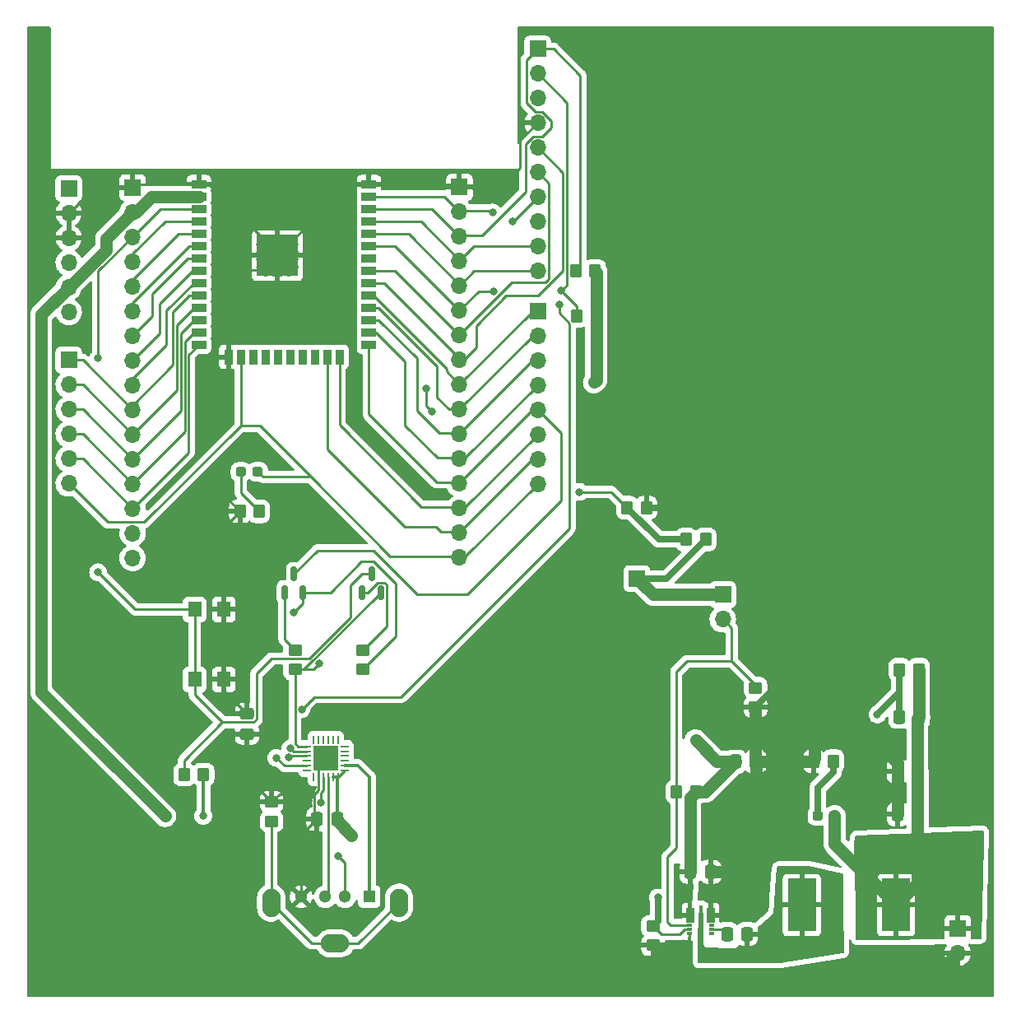
<source format=gbr>
%TF.GenerationSoftware,KiCad,Pcbnew,(6.0.10)*%
%TF.CreationDate,2023-04-05T18:46:28-05:00*%
%TF.ProjectId,445,3434352e-6b69-4636-9164-5f7063625858,rev?*%
%TF.SameCoordinates,Original*%
%TF.FileFunction,Copper,L1,Top*%
%TF.FilePolarity,Positive*%
%FSLAX46Y46*%
G04 Gerber Fmt 4.6, Leading zero omitted, Abs format (unit mm)*
G04 Created by KiCad (PCBNEW (6.0.10)) date 2023-04-05 18:46:28*
%MOMM*%
%LPD*%
G01*
G04 APERTURE LIST*
G04 Aperture macros list*
%AMRoundRect*
0 Rectangle with rounded corners*
0 $1 Rounding radius*
0 $2 $3 $4 $5 $6 $7 $8 $9 X,Y pos of 4 corners*
0 Add a 4 corners polygon primitive as box body*
4,1,4,$2,$3,$4,$5,$6,$7,$8,$9,$2,$3,0*
0 Add four circle primitives for the rounded corners*
1,1,$1+$1,$2,$3*
1,1,$1+$1,$4,$5*
1,1,$1+$1,$6,$7*
1,1,$1+$1,$8,$9*
0 Add four rect primitives between the rounded corners*
20,1,$1+$1,$2,$3,$4,$5,0*
20,1,$1+$1,$4,$5,$6,$7,0*
20,1,$1+$1,$6,$7,$8,$9,0*
20,1,$1+$1,$8,$9,$2,$3,0*%
G04 Aperture macros list end*
%TA.AperFunction,SMDPad,CuDef*%
%ADD10RoundRect,0.150000X0.150000X-0.587500X0.150000X0.587500X-0.150000X0.587500X-0.150000X-0.587500X0*%
%TD*%
%TA.AperFunction,SMDPad,CuDef*%
%ADD11RoundRect,0.250000X0.350000X0.450000X-0.350000X0.450000X-0.350000X-0.450000X0.350000X-0.450000X0*%
%TD*%
%TA.AperFunction,ComponentPad*%
%ADD12R,1.700000X1.700000*%
%TD*%
%TA.AperFunction,ComponentPad*%
%ADD13O,1.700000X1.700000*%
%TD*%
%TA.AperFunction,SMDPad,CuDef*%
%ADD14R,0.812800X1.498600*%
%TD*%
%TA.AperFunction,SMDPad,CuDef*%
%ADD15R,0.609600X0.304800*%
%TD*%
%TA.AperFunction,SMDPad,CuDef*%
%ADD16R,0.406400X1.727200*%
%TD*%
%TA.AperFunction,SMDPad,CuDef*%
%ADD17RoundRect,0.250000X0.337500X0.475000X-0.337500X0.475000X-0.337500X-0.475000X0.337500X-0.475000X0*%
%TD*%
%TA.AperFunction,SMDPad,CuDef*%
%ADD18R,1.500000X0.900000*%
%TD*%
%TA.AperFunction,SMDPad,CuDef*%
%ADD19R,0.900000X1.500000*%
%TD*%
%TA.AperFunction,HeatsinkPad*%
%ADD20C,0.475000*%
%TD*%
%TA.AperFunction,SMDPad,CuDef*%
%ADD21R,1.050000X1.050000*%
%TD*%
%TA.AperFunction,SMDPad,CuDef*%
%ADD22R,4.200000X4.200000*%
%TD*%
%TA.AperFunction,SMDPad,CuDef*%
%ADD23RoundRect,0.250000X-0.337500X-0.475000X0.337500X-0.475000X0.337500X0.475000X-0.337500X0.475000X0*%
%TD*%
%TA.AperFunction,ComponentPad*%
%ADD24R,1.300000X1.300000*%
%TD*%
%TA.AperFunction,ComponentPad*%
%ADD25C,1.300000*%
%TD*%
%TA.AperFunction,ComponentPad*%
%ADD26O,1.900000X2.900000*%
%TD*%
%TA.AperFunction,ComponentPad*%
%ADD27O,2.900000X1.900000*%
%TD*%
%TA.AperFunction,SMDPad,CuDef*%
%ADD28RoundRect,0.062500X0.062500X-0.350000X0.062500X0.350000X-0.062500X0.350000X-0.062500X-0.350000X0*%
%TD*%
%TA.AperFunction,SMDPad,CuDef*%
%ADD29RoundRect,0.062500X0.350000X-0.062500X0.350000X0.062500X-0.350000X0.062500X-0.350000X-0.062500X0*%
%TD*%
%TA.AperFunction,SMDPad,CuDef*%
%ADD30R,2.600000X2.600000*%
%TD*%
%TA.AperFunction,SMDPad,CuDef*%
%ADD31R,1.400000X1.600000*%
%TD*%
%TA.AperFunction,SMDPad,CuDef*%
%ADD32RoundRect,0.250000X-0.350000X-0.450000X0.350000X-0.450000X0.350000X0.450000X-0.350000X0.450000X0*%
%TD*%
%TA.AperFunction,SMDPad,CuDef*%
%ADD33RoundRect,0.250000X-0.450000X0.350000X-0.450000X-0.350000X0.450000X-0.350000X0.450000X0.350000X0*%
%TD*%
%TA.AperFunction,SMDPad,CuDef*%
%ADD34RoundRect,0.237500X-0.287500X-0.237500X0.287500X-0.237500X0.287500X0.237500X-0.287500X0.237500X0*%
%TD*%
%TA.AperFunction,SMDPad,CuDef*%
%ADD35RoundRect,0.250000X0.450000X-0.350000X0.450000X0.350000X-0.450000X0.350000X-0.450000X-0.350000X0*%
%TD*%
%TA.AperFunction,SMDPad,CuDef*%
%ADD36RoundRect,0.250000X0.475000X-0.337500X0.475000X0.337500X-0.475000X0.337500X-0.475000X-0.337500X0*%
%TD*%
%TA.AperFunction,SMDPad,CuDef*%
%ADD37R,2.900000X5.400000*%
%TD*%
%TA.AperFunction,ViaPad*%
%ADD38C,0.800000*%
%TD*%
%TA.AperFunction,Conductor*%
%ADD39C,0.250000*%
%TD*%
%TA.AperFunction,Conductor*%
%ADD40C,0.375000*%
%TD*%
%TA.AperFunction,Conductor*%
%ADD41C,1.250000*%
%TD*%
%TA.AperFunction,Conductor*%
%ADD42C,0.675000*%
%TD*%
%TA.AperFunction,Conductor*%
%ADD43C,0.700000*%
%TD*%
%TA.AperFunction,Conductor*%
%ADD44C,0.500000*%
%TD*%
G04 APERTURE END LIST*
D10*
%TO.P,Q3,1,B*%
%TO.N,Net-(Q3-Pad1)*%
X151882000Y-106941500D03*
%TO.P,Q3,2,E*%
%TO.N,/RTS*%
X153782000Y-106941500D03*
%TO.P,Q3,3,C*%
%TO.N,/RST*%
X152832000Y-105066500D03*
%TD*%
D11*
%TO.P,R27,1*%
%TO.N,3.3V1*%
X175970000Y-78510000D03*
%TO.P,R27,2*%
%TO.N,/IO21{slash}SDA*%
X173970000Y-78510000D03*
%TD*%
D12*
%TO.P,J5,1,Pin_1*%
%TO.N,TO_FPGA_USB*%
X213160000Y-141500000D03*
D13*
%TO.P,J5,2,Pin_2*%
%TO.N,GND*%
X213160000Y-144040000D03*
%TD*%
D14*
%TO.P,U3,1,VIN*%
%TO.N,/7_4VIn*%
X185667650Y-140130213D03*
D15*
%TO.P,U3,2,EN*%
%TO.N,/EN*%
X185566050Y-141174788D03*
%TO.P,U3,3,FB*%
%TO.N,Net-(C8-Pad2)*%
X185566050Y-141625638D03*
%TO.P,U3,4,COMP*%
%TO.N,GND*%
X185566050Y-142076488D03*
%TO.P,U3,5,PG*%
%TO.N,unconnected-(U3-Pad5)*%
X187813950Y-142076488D03*
%TO.P,U3,6,BST*%
%TO.N,Net-(C1-Pad1)*%
X187813950Y-141625638D03*
%TO.P,U3,7,NC*%
%TO.N,unconnected-(U3-Pad7)*%
X187813950Y-141174788D03*
D14*
%TO.P,U3,8,GND*%
%TO.N,GND*%
X187712350Y-140130213D03*
D16*
%TO.P,U3,9,SW*%
%TO.N,Net-(C1-Pad2)*%
X186690000Y-140015913D03*
%TD*%
D17*
%TO.P,C10,1*%
%TO.N,TO_FPGA_USB*%
X209022500Y-129782500D03*
%TO.P,C10,2*%
%TO.N,GND*%
X206947500Y-129782500D03*
%TD*%
D18*
%TO.P,U5,1,GND*%
%TO.N,GND*%
X135060000Y-64970000D03*
%TO.P,U5,2,VDD*%
%TO.N,3.3V1*%
X135060000Y-66240000D03*
%TO.P,U5,3,EN*%
%TO.N,/RST*%
X135060000Y-67510000D03*
%TO.P,U5,4,SENSOR_VP*%
%TO.N,/SENSOR_VP{slash}IO36*%
X135060000Y-68780000D03*
%TO.P,U5,5,SENSOR_VN*%
%TO.N,/SENSOR_VN{slash}IO39*%
X135060000Y-70050000D03*
%TO.P,U5,6,IO34*%
%TO.N,/IO34{slash}IN_ONLY*%
X135060000Y-71320000D03*
%TO.P,U5,7,IO35*%
%TO.N,/IO35{slash}IN_ONLY*%
X135060000Y-72590000D03*
%TO.P,U5,8,IO32*%
%TO.N,/IO32{slash}SPI_SS*%
X135060000Y-73860000D03*
%TO.P,U5,9,IO33*%
%TO.N,/IO33{slash}SPI_CLK*%
X135060000Y-75130000D03*
%TO.P,U5,10,IO25*%
%TO.N,/IO25{slash}A2_C8*%
X135060000Y-76400000D03*
%TO.P,U5,11,IO26*%
%TO.N,/IO26{slash}A2_c9*%
X135060000Y-77670000D03*
%TO.P,U5,12,IO27*%
%TO.N,/IO27{slash}A2_C7*%
X135060000Y-78940000D03*
%TO.P,U5,13,IO14*%
%TO.N,/IO14{slash}A2_C6*%
X135060000Y-80210000D03*
%TO.P,U5,14,IO12*%
%TO.N,/IO12{slash}A2_C5*%
X135060000Y-81480000D03*
D19*
%TO.P,U5,15,GND*%
%TO.N,GND*%
X138100000Y-82730000D03*
%TO.P,U5,16,IO13*%
%TO.N,/IO13{slash}A2_C4*%
X139370000Y-82730000D03*
%TO.P,U5,17,SHD/SD2*%
%TO.N,unconnected-(U5-Pad17)*%
X140640000Y-82730000D03*
%TO.P,U5,18,SWP/SD3*%
%TO.N,unconnected-(U5-Pad18)*%
X141910000Y-82730000D03*
%TO.P,U5,19,SCS/CMD*%
%TO.N,unconnected-(U5-Pad19)*%
X143180000Y-82730000D03*
%TO.P,U5,20,SCK/CLK*%
%TO.N,unconnected-(U5-Pad20)*%
X144450000Y-82730000D03*
%TO.P,U5,21,SDO/SD0*%
%TO.N,unconnected-(U5-Pad21)*%
X145720000Y-82730000D03*
%TO.P,U5,22,SDI/SD1*%
%TO.N,unconnected-(U5-Pad22)*%
X146990000Y-82730000D03*
%TO.P,U5,23,IO15*%
%TO.N,/IO15{slash}A2_C3*%
X148260000Y-82730000D03*
%TO.P,U5,24,IO2*%
%TO.N,/IO2*%
X149530000Y-82730000D03*
D18*
%TO.P,U5,25,IO0*%
%TO.N,/IO0*%
X152560000Y-81480000D03*
%TO.P,U5,26,IO4*%
%TO.N,/IO4{slash}A2_C0*%
X152560000Y-80210000D03*
%TO.P,U5,27,IO16*%
%TO.N,/IO16{slash}UART2_RX*%
X152560000Y-78940000D03*
%TO.P,U5,28,IO17*%
%TO.N,/IO17{slash}UART2_TX*%
X152560000Y-77670000D03*
%TO.P,U5,29,IO5*%
%TO.N,/IO5*%
X152560000Y-76400000D03*
%TO.P,U5,30,IO18*%
%TO.N,/IO18{slash}SCLK*%
X152560000Y-75130000D03*
%TO.P,U5,31,IO19*%
%TO.N,/IO19{slash}MISO*%
X152560000Y-73860000D03*
%TO.P,U5,32,NC*%
%TO.N,unconnected-(U5-Pad32)*%
X152560000Y-72590000D03*
%TO.P,U5,33,IO21*%
%TO.N,/IO21{slash}SDA*%
X152560000Y-71320000D03*
%TO.P,U5,34,RXD0/IO3*%
%TO.N,/IO3{slash}UART0_RX*%
X152560000Y-70050000D03*
%TO.P,U5,35,TXD0/IO1*%
%TO.N,/IO1{slash}UART0_TX*%
X152560000Y-68780000D03*
%TO.P,U5,36,IO22*%
%TO.N,/IO22{slash}SCL*%
X152560000Y-67510000D03*
%TO.P,U5,37,IO23*%
%TO.N,/IO23{slash}MOSI*%
X152560000Y-66240000D03*
%TO.P,U5,38,GND*%
%TO.N,GND*%
X152560000Y-64970000D03*
D20*
%TO.P,U5,39,GND*%
X142367500Y-70785000D03*
X141605000Y-73072500D03*
D21*
X144655000Y-72310000D03*
D20*
X143892500Y-72310000D03*
X144655000Y-73072500D03*
X142367500Y-73835000D03*
D22*
X143130000Y-72310000D03*
D21*
X144655000Y-70785000D03*
D20*
X144655000Y-71547500D03*
D21*
X141605000Y-70785000D03*
X141605000Y-73835000D03*
D20*
X141605000Y-71547500D03*
D21*
X143130000Y-70785000D03*
D20*
X142367500Y-72310000D03*
D21*
X141605000Y-72310000D03*
X144655000Y-73835000D03*
D20*
X143130000Y-71547500D03*
X143130000Y-73072500D03*
D21*
X143130000Y-73835000D03*
D20*
X143892500Y-73835000D03*
X143892500Y-70785000D03*
D21*
X143130000Y-72310000D03*
%TD*%
D23*
%TO.P,C7,1*%
%TO.N,/7_4VIn*%
X185652500Y-135686800D03*
%TO.P,C7,2*%
%TO.N,GND*%
X187727500Y-135686800D03*
%TD*%
D12*
%TO.P,J6,1,Pin_1*%
%TO.N,/7_4VIn*%
X188976000Y-107188000D03*
D13*
%TO.P,J6,2,Pin_2*%
%TO.N,/EN*%
X188976000Y-109728000D03*
%TD*%
D24*
%TO.P,J14,1,VBUS*%
%TO.N,Net-(J14-Pad1)*%
X152578000Y-138262000D03*
D25*
%TO.P,J14,2,D-*%
%TO.N,Net-(J14-Pad2)*%
X150078000Y-138262000D03*
%TO.P,J14,3,D+*%
%TO.N,Net-(J14-Pad3)*%
X148078000Y-138262000D03*
%TO.P,J14,4,GND*%
%TO.N,GND*%
X145578000Y-138262000D03*
D26*
%TO.P,J14,5,Shield*%
%TO.N,Net-(J14-Pad5)*%
X142508000Y-138862000D03*
D27*
X149078000Y-143042000D03*
D26*
X155648000Y-138862000D03*
%TD*%
D11*
%TO.P,R2,1*%
%TO.N,GND*%
X181130000Y-98240000D03*
%TO.P,R2,2*%
%TO.N,/IO35{slash}IN_ONLY*%
X179130000Y-98240000D03*
%TD*%
D28*
%TO.P,U4,1,~{RI}*%
%TO.N,unconnected-(U4-Pad1)*%
X146883000Y-125975500D03*
%TO.P,U4,2,GND*%
%TO.N,GND*%
X147383000Y-125975500D03*
%TO.P,U4,3,D+*%
%TO.N,Net-(J14-Pad2)*%
X147883000Y-125975500D03*
%TO.P,U4,4,D-*%
%TO.N,Net-(J14-Pad3)*%
X148383000Y-125975500D03*
%TO.P,U4,5,VIO*%
%TO.N,3.3V1*%
X148883000Y-125975500D03*
%TO.P,U4,6,VDD*%
X149383000Y-125975500D03*
D29*
%TO.P,U4,7,REGIN*%
X150070500Y-125288000D03*
%TO.P,U4,8,VBUS*%
%TO.N,Net-(J14-Pad1)*%
X150070500Y-124788000D03*
%TO.P,U4,9,~{RST}*%
%TO.N,unconnected-(U4-Pad9)*%
X150070500Y-124288000D03*
%TO.P,U4,10,NC*%
%TO.N,unconnected-(U4-Pad10)*%
X150070500Y-123788000D03*
%TO.P,U4,11,GPIO.3*%
%TO.N,unconnected-(U4-Pad11)*%
X150070500Y-123288000D03*
%TO.P,U4,12,RS485/GPIO.2*%
%TO.N,unconnected-(U4-Pad12)*%
X150070500Y-122788000D03*
D28*
%TO.P,U4,13,RXT/GPIO.1*%
%TO.N,unconnected-(U4-Pad13)*%
X149383000Y-122100500D03*
%TO.P,U4,14,TXT/GPIO.0*%
%TO.N,unconnected-(U4-Pad14)*%
X148883000Y-122100500D03*
%TO.P,U4,15,~{SUSPEND}*%
%TO.N,unconnected-(U4-Pad15)*%
X148383000Y-122100500D03*
%TO.P,U4,16,VPP*%
%TO.N,unconnected-(U4-Pad16)*%
X147883000Y-122100500D03*
%TO.P,U4,17,SUSPEND*%
%TO.N,unconnected-(U4-Pad17)*%
X147383000Y-122100500D03*
%TO.P,U4,18,~{CTS}*%
%TO.N,unconnected-(U4-Pad18)*%
X146883000Y-122100500D03*
D29*
%TO.P,U4,19,~{RTS}*%
%TO.N,/RTS*%
X146195500Y-122788000D03*
%TO.P,U4,20,RXD*%
%TO.N,/IO1{slash}UART0_TX*%
X146195500Y-123288000D03*
%TO.P,U4,21,TXD*%
%TO.N,/IO3{slash}UART0_RX*%
X146195500Y-123788000D03*
%TO.P,U4,22,~{DSR}*%
%TO.N,unconnected-(U4-Pad22)*%
X146195500Y-124288000D03*
%TO.P,U4,23,~{DTR}*%
%TO.N,/DTR*%
X146195500Y-124788000D03*
%TO.P,U4,24,~{DCD}*%
%TO.N,unconnected-(U4-Pad24)*%
X146195500Y-125288000D03*
D30*
%TO.P,U4,25,GND*%
%TO.N,GND*%
X148133000Y-124038000D03*
%TD*%
D31*
%TO.P,S5,1*%
%TO.N,GND*%
X137635000Y-115899500D03*
%TO.P,S5,2*%
X137635000Y-108699500D03*
%TO.P,S5,3*%
%TO.N,/RST*%
X134635000Y-115899500D03*
%TO.P,S5,4*%
X134635000Y-108699500D03*
%TD*%
D32*
%TO.P,R21,1,1*%
%TO.N,Net-(C8-Pad2)*%
X207165000Y-114902500D03*
%TO.P,R21,2,2*%
%TO.N,TO_FPGA_USB*%
X209165000Y-114902500D03*
%TD*%
D17*
%TO.P,C9,1*%
%TO.N,TO_FPGA_USB*%
X209005000Y-125342500D03*
%TO.P,C9,2*%
%TO.N,GND*%
X206930000Y-125342500D03*
%TD*%
D33*
%TO.P,R29,1,1*%
%TO.N,GND*%
X142545000Y-128499000D03*
%TO.P,R29,2,2*%
%TO.N,Net-(J14-Pad5)*%
X142545000Y-130499000D03*
%TD*%
D34*
%TO.P,D6,1,K*%
%TO.N,Net-(D6-Pad1)*%
X198737500Y-129962500D03*
%TO.P,D6,2,A*%
%TO.N,TO_FPGA_USB*%
X200487500Y-129962500D03*
%TD*%
D10*
%TO.P,Q2,1,B*%
%TO.N,Net-(Q2-Pad1)*%
X143881000Y-106941500D03*
%TO.P,Q2,2,E*%
%TO.N,/DTR*%
X145781000Y-106941500D03*
%TO.P,Q2,3,C*%
%TO.N,/IO0*%
X144831000Y-105066500D03*
%TD*%
D35*
%TO.P,R22,1,1*%
%TO.N,GND*%
X181792500Y-143252500D03*
%TO.P,R22,2,2*%
%TO.N,Net-(C8-Pad2)*%
X181792500Y-141252500D03*
%TD*%
D23*
%TO.P,C1,1*%
%TO.N,Net-(C1-Pad1)*%
X189411700Y-142087600D03*
%TO.P,C1,2*%
%TO.N,Net-(C1-Pad2)*%
X191486700Y-142087600D03*
%TD*%
D12*
%TO.P,J15,1,Pin_1*%
%TO.N,GND*%
X128240000Y-65310000D03*
D13*
%TO.P,J15,2,Pin_2*%
%TO.N,3.3V1*%
X128240000Y-67850000D03*
%TO.P,J15,3,Pin_3*%
%TO.N,/RST*%
X128240000Y-70390000D03*
%TO.P,J15,4,Pin_4*%
%TO.N,/SENSOR_VP{slash}IO36*%
X128240000Y-72930000D03*
%TO.P,J15,5,Pin_5*%
%TO.N,/SENSOR_VN{slash}IO39*%
X128240000Y-75470000D03*
%TO.P,J15,6,Pin_6*%
%TO.N,/IO34{slash}IN_ONLY*%
X128240000Y-78010000D03*
%TO.P,J15,7,Pin_7*%
%TO.N,/IO35{slash}IN_ONLY*%
X128240000Y-80550000D03*
%TO.P,J15,8,Pin_8*%
%TO.N,/IO32{slash}SPI_SS*%
X128240000Y-83090000D03*
%TO.P,J15,9,Pin_9*%
%TO.N,/IO33{slash}SPI_CLK*%
X128240000Y-85630000D03*
%TO.P,J15,10,Pin_10*%
%TO.N,/IO25{slash}A2_C8*%
X128240000Y-88170000D03*
%TO.P,J15,11,Pin_11*%
%TO.N,/IO26{slash}A2_c9*%
X128240000Y-90710000D03*
%TO.P,J15,12,Pin_12*%
%TO.N,/IO27{slash}A2_C7*%
X128240000Y-93250000D03*
%TO.P,J15,13,Pin_13*%
%TO.N,/IO14{slash}A2_C6*%
X128240000Y-95790000D03*
%TO.P,J15,14,Pin_14*%
%TO.N,/IO12{slash}A2_C5*%
X128240000Y-98330000D03*
%TO.P,J15,15,Pin_15*%
%TO.N,/RTS*%
X128240000Y-100870000D03*
%TO.P,J15,16,Pin_16*%
%TO.N,/DTR*%
X128240000Y-103410000D03*
%TD*%
D32*
%TO.P,R1,1*%
%TO.N,/IO35{slash}IN_ONLY*%
X185220000Y-101510000D03*
%TO.P,R1,2*%
%TO.N,/7_4VIn*%
X187220000Y-101510000D03*
%TD*%
D35*
%TO.P,R25,1*%
%TO.N,/DTR*%
X151943000Y-114878000D03*
%TO.P,R25,2*%
%TO.N,Net-(Q3-Pad1)*%
X151943000Y-112878000D03*
%TD*%
D12*
%TO.P,J16,1,Pin_1*%
%TO.N,GND*%
X161880000Y-65280000D03*
D13*
%TO.P,J16,2,Pin_2*%
%TO.N,/IO23{slash}MOSI*%
X161880000Y-67820000D03*
%TO.P,J16,3,Pin_3*%
%TO.N,/IO22{slash}SCL*%
X161880000Y-70360000D03*
%TO.P,J16,4,Pin_4*%
%TO.N,/IO1{slash}UART0_TX*%
X161880000Y-72900000D03*
%TO.P,J16,5,Pin_5*%
%TO.N,/IO3{slash}UART0_RX*%
X161880000Y-75440000D03*
%TO.P,J16,6,Pin_6*%
%TO.N,/IO21{slash}SDA*%
X161880000Y-77980000D03*
%TO.P,J16,7,Pin_7*%
%TO.N,/IO19{slash}MISO*%
X161880000Y-80520000D03*
%TO.P,J16,8,Pin_8*%
%TO.N,/IO18{slash}SCLK*%
X161880000Y-83060000D03*
%TO.P,J16,9,Pin_9*%
%TO.N,/IO5*%
X161880000Y-85600000D03*
%TO.P,J16,10,Pin_10*%
%TO.N,/IO17{slash}UART2_TX*%
X161880000Y-88140000D03*
%TO.P,J16,11,Pin_11*%
%TO.N,/IO16{slash}UART2_RX*%
X161880000Y-90680000D03*
%TO.P,J16,12,Pin_12*%
%TO.N,/IO4{slash}A2_C0*%
X161880000Y-93220000D03*
%TO.P,J16,13,Pin_13*%
%TO.N,/IO0*%
X161880000Y-95760000D03*
%TO.P,J16,14,Pin_14*%
%TO.N,/IO2*%
X161880000Y-98300000D03*
%TO.P,J16,15,Pin_15*%
%TO.N,/IO15{slash}A2_C3*%
X161880000Y-100840000D03*
%TO.P,J16,16,Pin_16*%
%TO.N,/IO13{slash}A2_C4*%
X161880000Y-103380000D03*
%TD*%
D11*
%TO.P,R26,1*%
%TO.N,3.3V1*%
X175842500Y-73900000D03*
%TO.P,R26,2*%
%TO.N,/IO22{slash}SCL*%
X173842500Y-73900000D03*
%TD*%
D32*
%TO.P,R20,1,1*%
%TO.N,/EN*%
X184192500Y-127472500D03*
%TO.P,R20,2,2*%
%TO.N,/7_4VIn*%
X186192500Y-127472500D03*
%TD*%
D12*
%TO.P,J7,1,Pin_1*%
%TO.N,/7_4VIn*%
X180140000Y-105530000D03*
%TD*%
D32*
%TO.P,R30,1*%
%TO.N,GND*%
X139280000Y-98620000D03*
%TO.P,R30,2*%
%TO.N,Net-(D7-Pad1)*%
X141280000Y-98620000D03*
%TD*%
D17*
%TO.P,C11,1*%
%TO.N,3.3V1*%
X149297500Y-130261000D03*
%TO.P,C11,2*%
%TO.N,GND*%
X147222500Y-130261000D03*
%TD*%
D36*
%TO.P,C12,1*%
%TO.N,GND*%
X140005000Y-121519500D03*
%TO.P,C12,2*%
X140005000Y-119444500D03*
%TD*%
D32*
%TO.P,R28,1*%
%TO.N,/RST*%
X133544000Y-125689000D03*
%TO.P,R28,2*%
%TO.N,3.3V1*%
X135544000Y-125689000D03*
%TD*%
D37*
%TO.P,L1,1,1*%
%TO.N,Net-(C1-Pad2)*%
X197112500Y-139112500D03*
%TO.P,L1,2,2*%
%TO.N,TO_FPGA_USB*%
X206812500Y-139112500D03*
%TD*%
D23*
%TO.P,C6,1*%
%TO.N,/7_4VIn*%
X190285000Y-124352500D03*
%TO.P,C6,2*%
%TO.N,GND*%
X192360000Y-124352500D03*
%TD*%
D35*
%TO.P,R24,1*%
%TO.N,/RTS*%
X144958000Y-114878000D03*
%TO.P,R24,2*%
%TO.N,Net-(Q2-Pad1)*%
X144958000Y-112878000D03*
%TD*%
%TO.P,R19,1,1*%
%TO.N,GND*%
X192342500Y-118762500D03*
%TO.P,R19,2,2*%
%TO.N,/EN*%
X192342500Y-116762500D03*
%TD*%
D17*
%TO.P,C8,1*%
%TO.N,TO_FPGA_USB*%
X209202500Y-119752500D03*
%TO.P,C8,2*%
%TO.N,Net-(C8-Pad2)*%
X207127500Y-119752500D03*
%TD*%
D34*
%TO.P,D7,1,K*%
%TO.N,Net-(D7-Pad1)*%
X139375000Y-94540000D03*
%TO.P,D7,2,A*%
%TO.N,/IO13{slash}A2_C4*%
X141125000Y-94540000D03*
%TD*%
D32*
%TO.P,R23,1,1*%
%TO.N,GND*%
X198372500Y-124312500D03*
%TO.P,R23,2,2*%
%TO.N,Net-(D6-Pad1)*%
X200372500Y-124312500D03*
%TD*%
D12*
%TO.P,J3,1,Pin_1*%
%TO.N,/IO22{slash}SCL*%
X169926000Y-51059000D03*
D13*
%TO.P,J3,2,Pin_2*%
%TO.N,/IO21{slash}SDA*%
X169926000Y-53599000D03*
%TO.P,J3,3,Pin_3*%
%TO.N,unconnected-(J3-Pad3)*%
X169926000Y-56139000D03*
%TO.P,J3,4,Pin_4*%
%TO.N,GND*%
X169926000Y-58679000D03*
%TO.P,J3,5,Pin_5*%
%TO.N,/IO18{slash}SCLK*%
X169926000Y-61219000D03*
%TO.P,J3,6,Pin_6*%
%TO.N,/IO19{slash}MISO*%
X169926000Y-63759000D03*
%TO.P,J3,7,Pin_7*%
%TO.N,/IO23{slash}MOSI*%
X169926000Y-66299000D03*
%TO.P,J3,8,Pin_8*%
%TO.N,/IO32{slash}SPI_SS*%
X169926000Y-68839000D03*
%TO.P,J3,9,Pin_9*%
%TO.N,/IO1{slash}UART0_TX*%
X169926000Y-71379000D03*
%TO.P,J3,10,Pin_10*%
%TO.N,/IO3{slash}UART0_RX*%
X169926000Y-73919000D03*
%TD*%
D12*
%TO.P,J1,1,Pin_1*%
%TO.N,unconnected-(J1-Pad1)*%
X121666000Y-65405000D03*
D13*
%TO.P,J1,2,Pin_2*%
%TO.N,GND*%
X121666000Y-67945000D03*
%TO.P,J1,3,Pin_3*%
X121666000Y-70485000D03*
%TO.P,J1,4,Pin_4*%
%TO.N,unconnected-(J1-Pad4)*%
X121666000Y-73025000D03*
%TO.P,J1,5,Pin_5*%
%TO.N,3.3V1*%
X121666000Y-75565000D03*
%TO.P,J1,6,Pin_6*%
%TO.N,unconnected-(J1-Pad6)*%
X121666000Y-78105000D03*
%TD*%
D12*
%TO.P,J2,1,Pin_1*%
%TO.N,/IO25{slash}A2_C8*%
X121666000Y-83058000D03*
D13*
%TO.P,J2,2,Pin_2*%
%TO.N,/IO26{slash}A2_c9*%
X121666000Y-85598000D03*
%TO.P,J2,3,Pin_3*%
%TO.N,/IO27{slash}A2_C7*%
X121666000Y-88138000D03*
%TO.P,J2,4,Pin_4*%
%TO.N,/IO14{slash}A2_C6*%
X121666000Y-90678000D03*
%TO.P,J2,5,Pin_5*%
%TO.N,/IO12{slash}A2_C5*%
X121666000Y-93218000D03*
%TO.P,J2,6,Pin_6*%
%TO.N,/IO13{slash}A2_C4*%
X121666000Y-95758000D03*
%TD*%
D12*
%TO.P,J4,1,Pin_1*%
%TO.N,/IO5*%
X169926000Y-77993000D03*
D13*
%TO.P,J4,2,Pin_2*%
%TO.N,/IO17{slash}UART2_TX*%
X169926000Y-80533000D03*
%TO.P,J4,3,Pin_3*%
%TO.N,/IO16{slash}UART2_RX*%
X169926000Y-83073000D03*
%TO.P,J4,4,Pin_4*%
%TO.N,/IO4{slash}A2_C0*%
X169926000Y-85613000D03*
%TO.P,J4,5,Pin_5*%
%TO.N,/IO0*%
X169926000Y-88153000D03*
%TO.P,J4,6,Pin_6*%
%TO.N,/IO2*%
X169926000Y-90693000D03*
%TO.P,J4,7,Pin_7*%
%TO.N,/IO15{slash}A2_C3*%
X169926000Y-93233000D03*
%TO.P,J4,8,Pin_8*%
%TO.N,/IO13{slash}A2_C4*%
X169926000Y-95773000D03*
%TD*%
D38*
%TO.N,GND*%
X188417200Y-138074400D03*
X137970000Y-89560000D03*
X162320000Y-126790000D03*
X137980000Y-95470000D03*
X145024640Y-126800000D03*
X139650000Y-117760000D03*
%TO.N,Net-(C8-Pad2)*%
X204882500Y-119512500D03*
X182302500Y-138342500D03*
%TO.N,3.3V1*%
X131590000Y-129950000D03*
X175720000Y-85350000D03*
X135510051Y-129944205D03*
X150780000Y-131930000D03*
%TO.N,Net-(J14-Pad2)*%
X147625000Y-128610000D03*
X149403000Y-134071000D03*
%TO.N,/IO21{slash}SDA*%
X172370000Y-75950000D03*
X165371359Y-75961359D03*
%TO.N,/IO35{slash}IN_ONLY*%
X174240000Y-96630000D03*
%TO.N,/RST*%
X124690000Y-104880000D03*
X124710000Y-82840000D03*
%TO.N,/RTS*%
X147408564Y-114283478D03*
%TO.N,/DTR*%
X144831000Y-109052000D03*
X143037001Y-123969458D03*
%TO.N,/IO3{slash}UART0_RX*%
X144272000Y-123952000D03*
X159070000Y-88380000D03*
X158460000Y-85960000D03*
%TO.N,/IO1{slash}UART0_TX*%
X172130659Y-77390270D03*
X145634900Y-118970000D03*
X144482513Y-122978191D03*
%TO.N,/IO23{slash}MOSI*%
X165270000Y-67880000D03*
X167370000Y-68820000D03*
%TO.N,/7_4VIn*%
X186182000Y-122174000D03*
%TD*%
D39*
%TO.N,Net-(J14-Pad5)*%
X151468000Y-143042000D02*
X155648000Y-138862000D01*
X146688000Y-143042000D02*
X142508000Y-138862000D01*
X149078000Y-143042000D02*
X146688000Y-143042000D01*
X149078000Y-143042000D02*
X151468000Y-143042000D01*
%TO.N,GND*%
X145578000Y-131905500D02*
X145578000Y-138262000D01*
X147222500Y-130261000D02*
X145578000Y-131905500D01*
%TO.N,Net-(J14-Pad3)*%
X148078000Y-138262000D02*
X148383000Y-137957000D01*
D40*
%TO.N,Net-(J14-Pad1)*%
X150072250Y-124786250D02*
X151411000Y-124786250D01*
X151411000Y-124786250D02*
X152578000Y-125953250D01*
X152578000Y-125953250D02*
X152578000Y-138262000D01*
X150070500Y-124788000D02*
X150072250Y-124786250D01*
D39*
%TO.N,GND*%
X161900000Y-65260000D02*
X166146778Y-65260000D01*
X146947600Y-129986100D02*
X147222500Y-130261000D01*
D41*
X213160000Y-144040000D02*
X210480000Y-146720000D01*
D39*
X143892500Y-72310000D02*
X144655000Y-72310000D01*
X143341680Y-127702320D02*
X144122320Y-127702320D01*
X148133000Y-124038000D02*
X147383000Y-124788000D01*
X145024640Y-126800000D02*
X144122320Y-127702320D01*
X150470000Y-64970000D02*
X152560000Y-64970000D01*
X161880000Y-65280000D02*
X161900000Y-65260000D01*
D42*
X196200000Y-114905000D02*
X192342500Y-118762500D01*
D41*
X206930000Y-129765000D02*
X206947500Y-129782500D01*
D42*
X181130000Y-98240000D02*
X191880000Y-98240000D01*
D39*
X138320500Y-117760000D02*
X139650000Y-117760000D01*
X135060000Y-64970000D02*
X128580000Y-64970000D01*
D41*
X198372500Y-124059537D02*
X198432500Y-123999537D01*
X198372500Y-124312500D02*
X192400000Y-124312500D01*
D39*
X138100000Y-75530000D02*
X138100000Y-82730000D01*
X178782500Y-143252500D02*
X181792500Y-143252500D01*
X162320000Y-126790000D02*
X178782500Y-143252500D01*
X137970000Y-89560000D02*
X138100000Y-89430000D01*
X139280000Y-98620000D02*
X137980000Y-97320000D01*
D43*
X196200000Y-102560000D02*
X196200000Y-114905000D01*
D39*
X147383000Y-124788000D02*
X147383000Y-125975500D01*
X139280000Y-98620000D02*
X137635000Y-100265000D01*
X142545000Y-128499000D02*
X143341680Y-127702320D01*
D41*
X192342500Y-124335000D02*
X192360000Y-124352500D01*
D39*
X124301000Y-65310000D02*
X128240000Y-65310000D01*
D41*
X187727500Y-135686800D02*
X189128400Y-135686800D01*
D39*
X146947600Y-127702320D02*
X146947600Y-129986100D01*
D41*
X206930000Y-124470000D02*
X206930000Y-125342500D01*
D39*
X152560000Y-64970000D02*
X161570000Y-64970000D01*
X141605000Y-73835000D02*
X139795000Y-73835000D01*
D41*
X192430400Y-132384800D02*
X192430400Y-124422900D01*
D39*
X161570000Y-64970000D02*
X161880000Y-65280000D01*
D41*
X189128400Y-135686800D02*
X192430400Y-132384800D01*
D39*
X168147155Y-63259623D02*
X168147155Y-60457845D01*
D41*
X185260000Y-146720000D02*
X184217600Y-145677600D01*
D39*
X139795000Y-73835000D02*
X138100000Y-75530000D01*
X137635000Y-115899500D02*
X137635000Y-117074500D01*
D42*
X191880000Y-98240000D02*
X196200000Y-102560000D01*
D39*
X147383000Y-125975500D02*
X147383000Y-127266920D01*
X137635000Y-108699500D02*
X137635000Y-115899500D01*
X143130000Y-72040000D02*
X143130000Y-72310000D01*
D41*
X198372500Y-124312500D02*
X198372500Y-124059537D01*
D39*
X137635000Y-117074500D02*
X138320500Y-117760000D01*
X137980000Y-97320000D02*
X137980000Y-95470000D01*
X143130000Y-72310000D02*
X144655000Y-70785000D01*
X143130000Y-72310000D02*
X150470000Y-64970000D01*
X137635000Y-100265000D02*
X137635000Y-108699500D01*
X166146778Y-65260000D02*
X168147155Y-63259623D01*
X141605000Y-73835000D02*
X143130000Y-72310000D01*
X137635000Y-117074500D02*
X140005000Y-119444500D01*
X147383000Y-127266920D02*
X146947600Y-127702320D01*
D41*
X198432500Y-123999537D02*
X198432500Y-121092500D01*
X192342500Y-118762500D02*
X192342500Y-124335000D01*
D39*
X121666000Y-70485000D02*
X121666000Y-67945000D01*
X141605000Y-70785000D02*
X143130000Y-72310000D01*
D41*
X192430400Y-124422900D02*
X192360000Y-124352500D01*
D39*
X168147155Y-60457845D02*
X169926000Y-58679000D01*
X144122320Y-127702320D02*
X146947600Y-127702320D01*
X136060000Y-64970000D02*
X143130000Y-72040000D01*
X121666000Y-67945000D02*
X124301000Y-65310000D01*
X143130000Y-70785000D02*
X143130000Y-72310000D01*
X185566050Y-144329150D02*
X184217600Y-145677600D01*
X140005000Y-121519500D02*
X140005000Y-125959000D01*
X143130000Y-72310000D02*
X144655000Y-73835000D01*
D41*
X192400000Y-124312500D02*
X192360000Y-124352500D01*
D39*
X141605000Y-72310000D02*
X143130000Y-72310000D01*
X140005000Y-125959000D02*
X142545000Y-128499000D01*
X185566050Y-142076488D02*
X185566050Y-144329150D01*
D41*
X198432500Y-121092500D02*
X200402500Y-119122500D01*
X210480000Y-146720000D02*
X185260000Y-146720000D01*
X184217600Y-145677600D02*
X181792500Y-143252500D01*
X206930000Y-125342500D02*
X206930000Y-129765000D01*
X201582500Y-119122500D02*
X206930000Y-124470000D01*
D39*
X135060000Y-64970000D02*
X136060000Y-64970000D01*
D41*
X200402500Y-119122500D02*
X201582500Y-119122500D01*
D39*
X138100000Y-89430000D02*
X138100000Y-82730000D01*
X128580000Y-64970000D02*
X128240000Y-65310000D01*
D41*
%TO.N,TO_FPGA_USB*%
X209165000Y-114902500D02*
X209165000Y-119715000D01*
X200487500Y-132787500D02*
X206812500Y-139112500D01*
X209005000Y-119950000D02*
X209202500Y-119752500D01*
X209165000Y-119715000D02*
X209202500Y-119752500D01*
X200487500Y-129962500D02*
X200487500Y-132787500D01*
X209022500Y-129782500D02*
X209022500Y-136902500D01*
X209005000Y-125342500D02*
X209005000Y-119950000D01*
X209022500Y-125360000D02*
X209005000Y-125342500D01*
X209022500Y-129782500D02*
X209022500Y-125360000D01*
X209022500Y-136902500D02*
X206812500Y-139112500D01*
D39*
%TO.N,Net-(C8-Pad2)*%
X185566050Y-141625638D02*
X185029700Y-141625638D01*
D43*
X207127500Y-117267500D02*
X204882500Y-119512500D01*
X207127500Y-116897500D02*
X207127500Y-114940000D01*
D39*
X184567738Y-142087600D02*
X182627600Y-142087600D01*
D43*
X207127500Y-116897500D02*
X207127500Y-117267500D01*
D39*
X185029700Y-141625638D02*
X184567738Y-142087600D01*
D43*
X182302500Y-138342500D02*
X182302500Y-140742500D01*
D39*
X182627600Y-142087600D02*
X181792500Y-141252500D01*
D43*
X207127500Y-119752500D02*
X207127500Y-116897500D01*
X182302500Y-140742500D02*
X181792500Y-141252500D01*
X207127500Y-114940000D02*
X207165000Y-114902500D01*
D41*
%TO.N,3.3V1*%
X175970000Y-74027500D02*
X175842500Y-73900000D01*
D40*
X149383000Y-125975500D02*
X149297500Y-126061000D01*
X149383000Y-125975500D02*
X148883000Y-125975500D01*
D41*
X128240000Y-67850000D02*
X128586906Y-67850000D01*
X175970000Y-78510000D02*
X175970000Y-74027500D01*
X130196906Y-66240000D02*
X135060000Y-66240000D01*
D40*
X149297500Y-126061000D02*
X149297500Y-130261000D01*
D41*
X128586906Y-67850000D02*
X130196906Y-66240000D01*
X175970000Y-78510000D02*
X175970000Y-85100000D01*
X121666000Y-75565000D02*
X125510000Y-71721000D01*
X118838129Y-117198129D02*
X131590000Y-129950000D01*
X125510000Y-70580000D02*
X128240000Y-67850000D01*
X121666000Y-75565000D02*
X118838129Y-78392871D01*
D39*
X150070500Y-125288000D02*
X149383000Y-125975500D01*
D41*
X175970000Y-85100000D02*
X175720000Y-85350000D01*
X118838129Y-78392871D02*
X118838129Y-117198129D01*
X149297500Y-130447500D02*
X150780000Y-131930000D01*
D40*
X135510051Y-129944205D02*
X135544000Y-129910256D01*
D41*
X149297500Y-130261000D02*
X149297500Y-130447500D01*
D40*
X135544000Y-129910256D02*
X135544000Y-125689000D01*
D41*
X125510000Y-71721000D02*
X125510000Y-70580000D01*
D43*
%TO.N,Net-(D6-Pad1)*%
X200372500Y-124312500D02*
X200372500Y-125432500D01*
X200372500Y-125432500D02*
X198737500Y-127067500D01*
X198737500Y-127067500D02*
X198737500Y-129962500D01*
D39*
%TO.N,Net-(D7-Pad1)*%
X139375000Y-96715000D02*
X141280000Y-98620000D01*
X139375000Y-94540000D02*
X139375000Y-96715000D01*
%TO.N,Net-(J14-Pad2)*%
X150078000Y-134746000D02*
X149403000Y-134071000D01*
X147883000Y-125975500D02*
X147883000Y-127336000D01*
X147625000Y-127594000D02*
X147625000Y-128610000D01*
X150078000Y-138262000D02*
X150078000Y-134746000D01*
X147883000Y-127336000D02*
X147625000Y-127594000D01*
%TO.N,Net-(J14-Pad3)*%
X148383000Y-137957000D02*
X148383000Y-125975500D01*
%TO.N,Net-(J14-Pad5)*%
X142508000Y-138862000D02*
X142508000Y-130536000D01*
X142508000Y-130536000D02*
X142545000Y-130499000D01*
%TO.N,/IO0*%
X162710000Y-107140000D02*
X172310000Y-97540000D01*
X172310000Y-97540000D02*
X172310000Y-90537000D01*
X147247500Y-102650000D02*
X153000000Y-102650000D01*
X152560000Y-88640000D02*
X152560000Y-81480000D01*
X144831000Y-105066500D02*
X147247500Y-102650000D01*
X161900000Y-95630000D02*
X169377000Y-88153000D01*
X153000000Y-102650000D02*
X157490000Y-107140000D01*
X161900000Y-95630000D02*
X159550000Y-95630000D01*
X169377000Y-88153000D02*
X169926000Y-88153000D01*
X159550000Y-95630000D02*
X152560000Y-88640000D01*
X157490000Y-107140000D02*
X162710000Y-107140000D01*
X172310000Y-90537000D02*
X169926000Y-88153000D01*
%TO.N,/IO2*%
X149530000Y-82730000D02*
X149530000Y-89730000D01*
X162449000Y-98170000D02*
X161900000Y-98170000D01*
X169926000Y-90693000D02*
X162449000Y-98170000D01*
X157970000Y-98170000D02*
X161900000Y-98170000D01*
X149530000Y-89730000D02*
X157970000Y-98170000D01*
%TO.N,/IO5*%
X161880000Y-85550000D02*
X161880000Y-85600000D01*
X153044800Y-76400000D02*
X160570000Y-83925200D01*
X161880000Y-85600000D02*
X169487000Y-77993000D01*
X160570000Y-84240000D02*
X161880000Y-85550000D01*
X152560000Y-76400000D02*
X153044800Y-76400000D01*
X160570000Y-83925200D02*
X160570000Y-84240000D01*
X169487000Y-77993000D02*
X169926000Y-77993000D01*
%TO.N,/IO19{slash}MISO*%
X169926000Y-63759000D02*
X171084332Y-64917332D01*
X161880000Y-80510000D02*
X161880000Y-80520000D01*
X171084332Y-74729358D02*
X170713462Y-75100228D01*
X161880000Y-80520000D02*
X155220000Y-73860000D01*
X171084332Y-64917332D02*
X171084332Y-74729358D01*
X167289772Y-75100228D02*
X161880000Y-80510000D01*
X155220000Y-73860000D02*
X152560000Y-73860000D01*
X170713462Y-75100228D02*
X167289772Y-75100228D01*
%TO.N,/IO21{slash}SDA*%
X172892400Y-56565400D02*
X169926000Y-53599000D01*
X172370000Y-75950000D02*
X173970000Y-77550000D01*
X173970000Y-77550000D02*
X173970000Y-78510000D01*
X163898641Y-75961359D02*
X165371359Y-75961359D01*
X155220000Y-71320000D02*
X161880000Y-77980000D01*
X172370000Y-75950000D02*
X172892400Y-75427600D01*
X161880000Y-77980000D02*
X163898641Y-75961359D01*
X172892400Y-75427600D02*
X172892400Y-56565400D01*
X152560000Y-71320000D02*
X155220000Y-71320000D01*
%TO.N,/IO22{slash}SCL*%
X168680000Y-60870615D02*
X169459015Y-60091600D01*
X152560000Y-67510000D02*
X159030000Y-67510000D01*
X170392985Y-60091600D02*
X171350000Y-59134585D01*
X168680000Y-65740000D02*
X168680000Y-60870615D01*
X171579000Y-51059000D02*
X174300000Y-53780000D01*
X169459015Y-60091600D02*
X170392985Y-60091600D01*
X168798600Y-56605985D02*
X168798600Y-52186400D01*
X174300000Y-73442500D02*
X173842500Y-73900000D01*
X164190000Y-70230000D02*
X168680000Y-65740000D01*
X171350000Y-59134585D02*
X171350000Y-58508615D01*
X174300000Y-53780000D02*
X174300000Y-73442500D01*
X159030000Y-67510000D02*
X161750000Y-70230000D01*
X171350000Y-58508615D02*
X170392985Y-57551600D01*
X161750000Y-70230000D02*
X164190000Y-70230000D01*
X169926000Y-51059000D02*
X171579000Y-51059000D01*
X168798600Y-52186400D02*
X169926000Y-51059000D01*
X169744215Y-57551600D02*
X168798600Y-56605985D01*
X170392985Y-57551600D02*
X169744215Y-57551600D01*
%TO.N,/IO32{slash}SPI_SS*%
X134410000Y-73860000D02*
X131033489Y-77236511D01*
X131033489Y-80296511D02*
X128240000Y-83090000D01*
X131033489Y-77236511D02*
X131033489Y-80296511D01*
X135060000Y-73860000D02*
X134410000Y-73860000D01*
%TO.N,/IO33{slash}SPI_CLK*%
X131721674Y-77983526D02*
X131721674Y-81491432D01*
X135060000Y-75130000D02*
X134575200Y-75130000D01*
X131721674Y-81491432D02*
X128240000Y-84973106D01*
X134575200Y-75130000D02*
X131721674Y-77983526D01*
X128240000Y-84973106D02*
X128240000Y-85630000D01*
%TO.N,/IO34{slash}IN_ONLY*%
X128240000Y-77152071D02*
X128240000Y-78010000D01*
X134072071Y-71320000D02*
X128240000Y-77152071D01*
X135060000Y-71320000D02*
X134072071Y-71320000D01*
D42*
%TO.N,/IO35{slash}IN_ONLY*%
X182400000Y-101510000D02*
X179130000Y-98240000D01*
D39*
X133893762Y-72590000D02*
X130242809Y-76240953D01*
X177520000Y-96630000D02*
X179130000Y-98240000D01*
X130242809Y-78547191D02*
X128240000Y-80550000D01*
X135060000Y-72590000D02*
X133893762Y-72590000D01*
X130242809Y-76240953D02*
X130242809Y-78547191D01*
X174240000Y-96630000D02*
X177520000Y-96630000D01*
D42*
X185220000Y-101510000D02*
X182400000Y-101510000D01*
D39*
%TO.N,/SENSOR_VP{slash}IO36*%
X131573999Y-68780000D02*
X128240000Y-72113999D01*
X135060000Y-68780000D02*
X131573999Y-68780000D01*
X128240000Y-72113999D02*
X128240000Y-72930000D01*
%TO.N,/SENSOR_VN{slash}IO39*%
X132976741Y-70050000D02*
X128240000Y-74786741D01*
X135060000Y-70050000D02*
X132976741Y-70050000D01*
X128240000Y-74786741D02*
X128240000Y-75470000D01*
%TO.N,/RST*%
X133544000Y-124221000D02*
X137455600Y-120309400D01*
X141007400Y-120000456D02*
X141007400Y-115281400D01*
X150673000Y-109481420D02*
X150673000Y-106258000D01*
X124710000Y-73920000D02*
X128240000Y-70390000D01*
X137455600Y-120309400D02*
X134635000Y-117488800D01*
X142533400Y-113755400D02*
X146399020Y-113755400D01*
X128509500Y-108699500D02*
X124690000Y-104880000D01*
X134635000Y-108699500D02*
X128509500Y-108699500D01*
X133544000Y-125689000D02*
X133544000Y-124221000D01*
X131120000Y-67510000D02*
X128240000Y-70390000D01*
X134635000Y-115899500D02*
X134635000Y-108699500D01*
X140698456Y-120309400D02*
X141007400Y-120000456D01*
X146399020Y-113755400D02*
X150673000Y-109481420D01*
X134635000Y-117488800D02*
X134635000Y-115899500D01*
X151864500Y-105066500D02*
X152832000Y-105066500D01*
X150673000Y-106258000D02*
X151864500Y-105066500D01*
X141007400Y-115281400D02*
X142533400Y-113755400D01*
X135060000Y-67510000D02*
X131120000Y-67510000D01*
X137455600Y-120309400D02*
X140698456Y-120309400D01*
X124710000Y-82840000D02*
X124710000Y-73920000D01*
%TO.N,/RTS*%
X144958000Y-114878000D02*
X145845500Y-114878000D01*
X146814042Y-114878000D02*
X144958000Y-114878000D01*
X145232000Y-122788000D02*
X144958000Y-122514000D01*
X145845500Y-114878000D02*
X153782000Y-106941500D01*
X144958000Y-122514000D02*
X144958000Y-114878000D01*
X146195500Y-122788000D02*
X145232000Y-122788000D01*
X147408564Y-114283478D02*
X146814042Y-114878000D01*
%TO.N,/DTR*%
X144831000Y-109052000D02*
X145781000Y-108102000D01*
X151801427Y-103760000D02*
X153041418Y-103760000D01*
X146195500Y-124788000D02*
X145802309Y-124788000D01*
X145790309Y-124800000D02*
X144450000Y-124800000D01*
X153041418Y-103760000D02*
X155310000Y-106028582D01*
X144450000Y-124800000D02*
X143867543Y-124800000D01*
X145802309Y-124788000D02*
X145790309Y-124800000D01*
X148619927Y-106941500D02*
X151801427Y-103760000D01*
X145781000Y-106941500D02*
X148619927Y-106941500D01*
X145781000Y-108102000D02*
X145781000Y-106941500D01*
X155310000Y-106028582D02*
X155310000Y-111511000D01*
X143867543Y-124800000D02*
X143037001Y-123969458D01*
X155310000Y-111511000D02*
X151943000Y-114878000D01*
%TO.N,Net-(Q2-Pad1)*%
X143881000Y-106941500D02*
X143881000Y-111801000D01*
X143881000Y-111801000D02*
X144958000Y-112878000D01*
%TO.N,Net-(Q3-Pad1)*%
X151882000Y-106941500D02*
X152440065Y-106941500D01*
X154109035Y-105926600D02*
X154359400Y-106176965D01*
X154359400Y-110461600D02*
X151943000Y-112878000D01*
X153454965Y-105926600D02*
X154109035Y-105926600D01*
X152440065Y-106941500D02*
X153454965Y-105926600D01*
X154359400Y-106176965D02*
X154359400Y-110461600D01*
%TO.N,/EN*%
X183624287Y-141174788D02*
X185566050Y-141174788D01*
X189890000Y-114020000D02*
X192342500Y-116472500D01*
X189890000Y-114020000D02*
X189890000Y-110642000D01*
X184192500Y-133256700D02*
X183286400Y-134162800D01*
X183286400Y-140836901D02*
X183624287Y-141174788D01*
X183286400Y-134162800D02*
X183286400Y-140836901D01*
X184192500Y-115117500D02*
X185290000Y-114020000D01*
X192342500Y-116472500D02*
X192342500Y-116762500D01*
X184192500Y-127472500D02*
X184192500Y-115117500D01*
X189890000Y-110642000D02*
X188976000Y-109728000D01*
X185290000Y-114020000D02*
X189890000Y-114020000D01*
X184192500Y-127472500D02*
X184192500Y-133256700D01*
%TO.N,/IO18{slash}SCLK*%
X169961483Y-76421287D02*
X172490000Y-73892770D01*
X166672690Y-76421287D02*
X169961483Y-76421287D01*
X154100000Y-75130000D02*
X161900000Y-82930000D01*
X152560000Y-75130000D02*
X154100000Y-75130000D01*
X162440000Y-82930000D02*
X163578631Y-81791369D01*
X172490000Y-73892770D02*
X172490000Y-63783000D01*
X163578631Y-81791369D02*
X163578631Y-79515346D01*
X161900000Y-82930000D02*
X162440000Y-82930000D01*
X163578631Y-79515346D02*
X166672690Y-76421287D01*
X172490000Y-63783000D02*
X169926000Y-61219000D01*
%TO.N,/IO12{slash}A2_C5*%
X123128000Y-93218000D02*
X128240000Y-98330000D01*
X134007200Y-92562800D02*
X128240000Y-98330000D01*
X135060000Y-81480000D02*
X134007200Y-82532800D01*
X134007200Y-82532800D02*
X134007200Y-92562800D01*
X121666000Y-93218000D02*
X123128000Y-93218000D01*
%TO.N,/IO14{slash}A2_C6*%
X135060000Y-80210000D02*
X134575200Y-80210000D01*
X134575200Y-80210000D02*
X133604800Y-81180400D01*
X121666000Y-90678000D02*
X123128000Y-90678000D01*
X133604800Y-90425200D02*
X128240000Y-95790000D01*
X133604800Y-81180400D02*
X133604800Y-90425200D01*
X123128000Y-90678000D02*
X128240000Y-95790000D01*
%TO.N,/IO27{slash}A2_C7*%
X133202400Y-80312800D02*
X133202400Y-88287600D01*
X121666000Y-88138000D02*
X123128000Y-88138000D01*
X133202400Y-88287600D02*
X128240000Y-93250000D01*
X135060000Y-78940000D02*
X134575200Y-78940000D01*
X134575200Y-78940000D02*
X133202400Y-80312800D01*
X123128000Y-88138000D02*
X128240000Y-93250000D01*
%TO.N,/IO26{slash}A2_c9*%
X132800000Y-79445200D02*
X132800000Y-86150000D01*
X123128000Y-85598000D02*
X128240000Y-90710000D01*
X135060000Y-77670000D02*
X134575200Y-77670000D01*
X134575200Y-77670000D02*
X132800000Y-79445200D01*
X121666000Y-85598000D02*
X123128000Y-85598000D01*
X132800000Y-86150000D02*
X128240000Y-90710000D01*
%TO.N,/IO25{slash}A2_C8*%
X121666000Y-83058000D02*
X123128000Y-83058000D01*
X128240000Y-87722618D02*
X128240000Y-88170000D01*
X123128000Y-83058000D02*
X128240000Y-88170000D01*
X132395217Y-83567401D02*
X128240000Y-87722618D01*
X132395217Y-78094783D02*
X132395217Y-83567401D01*
X135060000Y-76400000D02*
X134090000Y-76400000D01*
X134090000Y-76400000D02*
X132395217Y-78094783D01*
%TO.N,/IO13{slash}A2_C4*%
X121666000Y-95758000D02*
X125650600Y-99742600D01*
X139370000Y-89820000D02*
X139370000Y-82730000D01*
X139370000Y-89820000D02*
X141340000Y-89820000D01*
X162449000Y-103250000D02*
X161900000Y-103250000D01*
X146585000Y-95065000D02*
X154770000Y-103250000D01*
X169926000Y-95773000D02*
X162449000Y-103250000D01*
X154770000Y-103250000D02*
X161900000Y-103250000D01*
X125650600Y-99742600D02*
X129447400Y-99742600D01*
X129447400Y-99742600D02*
X139370000Y-89820000D01*
X141650000Y-95065000D02*
X146585000Y-95065000D01*
X141340000Y-89820000D02*
X146585000Y-95065000D01*
X141125000Y-94540000D02*
X141650000Y-95065000D01*
%TO.N,/IO15{slash}A2_C3*%
X161900000Y-100710000D02*
X159940920Y-100710000D01*
X161900000Y-100710000D02*
X169377000Y-93233000D01*
X148260000Y-92230000D02*
X148260000Y-82730000D01*
X156230000Y-100200000D02*
X148260000Y-92230000D01*
X159430920Y-100200000D02*
X156230000Y-100200000D01*
X169377000Y-93233000D02*
X169926000Y-93233000D01*
X159940920Y-100710000D02*
X159430920Y-100200000D01*
%TO.N,/IO4{slash}A2_C0*%
X169926000Y-85613000D02*
X162449000Y-93090000D01*
X156280000Y-83200000D02*
X153290000Y-80210000D01*
X162449000Y-93090000D02*
X161900000Y-93090000D01*
X153290000Y-80210000D02*
X152560000Y-80210000D01*
X159600000Y-93090000D02*
X156280000Y-89770000D01*
X156280000Y-89770000D02*
X156280000Y-83200000D01*
X161900000Y-93090000D02*
X159600000Y-93090000D01*
%TO.N,/IO16{slash}UART2_RX*%
X169377000Y-83073000D02*
X169926000Y-83073000D01*
X159780000Y-90550000D02*
X161900000Y-90550000D01*
X152560000Y-78940000D02*
X153560000Y-78940000D01*
X157510000Y-88280000D02*
X159780000Y-90550000D01*
X153560000Y-78940000D02*
X157510000Y-82890000D01*
X157510000Y-82890000D02*
X157510000Y-88280000D01*
X161900000Y-90550000D02*
X169377000Y-83073000D01*
%TO.N,/IO17{slash}UART2_TX*%
X153560000Y-77670000D02*
X159567970Y-83677970D01*
X159567970Y-86897970D02*
X160810000Y-88140000D01*
X169487000Y-80533000D02*
X169926000Y-80533000D01*
X160810000Y-88140000D02*
X161880000Y-88140000D01*
X161880000Y-88140000D02*
X169487000Y-80533000D01*
X152560000Y-77670000D02*
X153560000Y-77670000D01*
X159567970Y-83677970D02*
X159567970Y-86897970D01*
%TO.N,/IO3{slash}UART0_RX*%
X156640000Y-70050000D02*
X152560000Y-70050000D01*
X161955000Y-75365000D02*
X156640000Y-70050000D01*
X144436000Y-123788000D02*
X144272000Y-123952000D01*
X158460000Y-86150000D02*
X158460000Y-85960000D01*
X163401000Y-73919000D02*
X161955000Y-75365000D01*
X159070000Y-88380000D02*
X158460000Y-87770000D01*
X146195500Y-123788000D02*
X144436000Y-123788000D01*
X169926000Y-73919000D02*
X163401000Y-73919000D01*
X158460000Y-87770000D02*
X158460000Y-86150000D01*
%TO.N,/IO1{slash}UART0_TX*%
X144482513Y-122978191D02*
X144792322Y-123288000D01*
X155850000Y-117700000D02*
X146904900Y-117700000D01*
X163401000Y-71379000D02*
X161880000Y-72900000D01*
X173200000Y-79285856D02*
X173200000Y-100350000D01*
X144792322Y-123288000D02*
X146195500Y-123288000D01*
X172130659Y-78216515D02*
X173200000Y-79285856D01*
X161880000Y-72750000D02*
X157910000Y-68780000D01*
X157910000Y-68780000D02*
X152560000Y-68780000D01*
X173200000Y-100350000D02*
X155850000Y-117700000D01*
X161880000Y-72900000D02*
X161880000Y-72750000D01*
X172130659Y-77390270D02*
X172130659Y-78216515D01*
X146904900Y-117700000D02*
X145634900Y-118970000D01*
X169926000Y-71379000D02*
X163401000Y-71379000D01*
%TO.N,/IO23{slash}MOSI*%
X160300000Y-66240000D02*
X161880000Y-67820000D01*
X165080000Y-67690000D02*
X165270000Y-67880000D01*
X169926000Y-66299000D02*
X167405000Y-68820000D01*
X162010000Y-67690000D02*
X165080000Y-67690000D01*
X167405000Y-68820000D02*
X167370000Y-68820000D01*
X161880000Y-67820000D02*
X162010000Y-67690000D01*
X152560000Y-66240000D02*
X160300000Y-66240000D01*
D42*
%TO.N,/7_4VIn*%
X187220000Y-101510000D02*
X183200000Y-105530000D01*
D41*
X185613311Y-128051689D02*
X185613311Y-135647611D01*
X186192500Y-127472500D02*
X185613311Y-128051689D01*
X190285000Y-124352500D02*
X188360500Y-124352500D01*
X187165000Y-127472500D02*
X190285000Y-124352500D01*
X185613311Y-135647611D02*
X185652500Y-135686800D01*
X186192500Y-127472500D02*
X187165000Y-127472500D01*
D42*
X183200000Y-105530000D02*
X180140000Y-105530000D01*
D41*
X181798000Y-107188000D02*
X180140000Y-105530000D01*
X188360500Y-124352500D02*
X186182000Y-122174000D01*
X188976000Y-107188000D02*
X181798000Y-107188000D01*
D39*
%TO.N,Net-(C1-Pad1)*%
X187813950Y-141625638D02*
X188949738Y-141625638D01*
X188949738Y-141625638D02*
X189411700Y-142087600D01*
D44*
%TO.N,Net-(C1-Pad2)*%
X186690000Y-140015913D02*
X186690000Y-143764000D01*
X186690000Y-143764000D02*
X187299600Y-144373600D01*
X187299600Y-144373600D02*
X190550800Y-144373600D01*
%TD*%
%TA.AperFunction,Conductor*%
%TO.N,GND*%
G36*
X188976000Y-140614400D02*
G01*
X188626750Y-140649910D01*
X188626750Y-140402328D01*
X188622275Y-140387089D01*
X188620885Y-140385884D01*
X188613202Y-140384213D01*
X187584350Y-140384213D01*
X187516229Y-140364211D01*
X187483105Y-140325984D01*
X187462219Y-139858098D01*
X187966350Y-139858098D01*
X187970825Y-139873337D01*
X187972215Y-139874542D01*
X187979898Y-139876213D01*
X188608634Y-139876213D01*
X188623873Y-139871738D01*
X188625078Y-139870348D01*
X188626749Y-139862665D01*
X188626749Y-139336244D01*
X188626379Y-139329423D01*
X188620855Y-139278561D01*
X188617229Y-139263309D01*
X188572074Y-139142859D01*
X188563536Y-139127264D01*
X188487035Y-139025189D01*
X188474474Y-139012628D01*
X188372399Y-138936127D01*
X188356804Y-138927589D01*
X188236356Y-138882435D01*
X188221101Y-138878808D01*
X188170236Y-138873282D01*
X188163422Y-138872913D01*
X187984465Y-138872913D01*
X187969226Y-138877388D01*
X187968021Y-138878778D01*
X187966350Y-138886461D01*
X187966350Y-139858098D01*
X187462219Y-139858098D01*
X187458350Y-139771435D01*
X187458350Y-138891029D01*
X187453875Y-138875790D01*
X187452485Y-138874585D01*
X187444802Y-138872914D01*
X187418240Y-138872914D01*
X187331014Y-136918916D01*
X187336438Y-136919472D01*
X187342854Y-136919800D01*
X187455385Y-136919800D01*
X187470624Y-136915325D01*
X187471829Y-136913935D01*
X187473500Y-136906252D01*
X187473500Y-136901684D01*
X187981500Y-136901684D01*
X187985975Y-136916923D01*
X187987365Y-136918128D01*
X187995048Y-136919799D01*
X188112095Y-136919799D01*
X188118614Y-136919462D01*
X188214206Y-136909543D01*
X188227600Y-136906651D01*
X188381784Y-136855212D01*
X188394962Y-136849039D01*
X188532807Y-136763737D01*
X188544208Y-136754701D01*
X188658739Y-136639971D01*
X188667751Y-136628560D01*
X188752816Y-136490557D01*
X188758963Y-136477376D01*
X188810138Y-136323090D01*
X188813005Y-136309714D01*
X188822672Y-136215362D01*
X188823000Y-136208946D01*
X188823000Y-135958915D01*
X188818525Y-135943676D01*
X188817135Y-135942471D01*
X188809452Y-135940800D01*
X187999615Y-135940800D01*
X187984376Y-135945275D01*
X187983171Y-135946665D01*
X187981500Y-135954348D01*
X187981500Y-136901684D01*
X187473500Y-136901684D01*
X187473500Y-135558800D01*
X187493502Y-135490679D01*
X187547158Y-135444186D01*
X187599500Y-135432800D01*
X188804884Y-135432800D01*
X188820123Y-135428325D01*
X188821328Y-135426935D01*
X188822999Y-135419252D01*
X188822999Y-135164705D01*
X188822662Y-135158186D01*
X188814259Y-135077200D01*
X189534800Y-135077200D01*
X188976000Y-140614400D01*
G37*
%TD.AperFunction*%
%TD*%
%TA.AperFunction,Conductor*%
%TO.N,Net-(C1-Pad2)*%
G36*
X197829683Y-135080420D02*
G01*
X201245030Y-135839675D01*
X201307187Y-135873983D01*
X201340928Y-135936449D01*
X201343677Y-135961107D01*
X201393799Y-139995903D01*
X201437242Y-143493001D01*
X201442687Y-143931349D01*
X201423533Y-143999713D01*
X201370459Y-144046869D01*
X201336620Y-144057328D01*
X195379627Y-145011142D01*
X194929499Y-145083215D01*
X194909578Y-145084800D01*
X186511200Y-145084800D01*
X186443079Y-145064798D01*
X186396586Y-145011142D01*
X186385200Y-144958800D01*
X186385200Y-141506349D01*
X186405202Y-141438228D01*
X186458858Y-141391735D01*
X186475701Y-141385453D01*
X186483924Y-141383038D01*
X186485129Y-141381648D01*
X186486800Y-141373965D01*
X186486800Y-141218717D01*
X186506802Y-141150596D01*
X186511973Y-141143153D01*
X186519279Y-141133404D01*
X186524665Y-141126218D01*
X186527818Y-141117808D01*
X186572018Y-140999905D01*
X186614659Y-140943140D01*
X186681221Y-140918440D01*
X186750570Y-140933647D01*
X186800688Y-140983933D01*
X186807982Y-140999905D01*
X186822346Y-141038222D01*
X186791600Y-142544800D01*
X186817891Y-142616162D01*
X187077297Y-143320262D01*
X187147200Y-143510000D01*
X187162306Y-143510248D01*
X187162307Y-143510248D01*
X189961313Y-143556133D01*
X190246000Y-143560800D01*
X190519267Y-143307052D01*
X190605839Y-143226664D01*
X190669368Y-143194969D01*
X190739948Y-143202651D01*
X190757692Y-143211736D01*
X190820443Y-143250416D01*
X190833624Y-143256563D01*
X190987910Y-143307738D01*
X191001286Y-143310605D01*
X191095638Y-143320272D01*
X191102054Y-143320600D01*
X191214585Y-143320600D01*
X191229824Y-143316125D01*
X191231029Y-143314735D01*
X191232700Y-143307052D01*
X191232700Y-143302484D01*
X191740700Y-143302484D01*
X191745175Y-143317723D01*
X191746565Y-143318928D01*
X191754248Y-143320599D01*
X191871295Y-143320599D01*
X191877814Y-143320262D01*
X191973406Y-143310343D01*
X191986800Y-143307451D01*
X192140984Y-143256012D01*
X192154162Y-143249839D01*
X192292007Y-143164537D01*
X192303408Y-143155501D01*
X192417939Y-143040771D01*
X192426951Y-143029360D01*
X192512016Y-142891357D01*
X192518163Y-142878176D01*
X192569338Y-142723890D01*
X192572205Y-142710514D01*
X192581872Y-142616162D01*
X192582200Y-142609746D01*
X192582200Y-142359715D01*
X192577725Y-142344476D01*
X192576335Y-142343271D01*
X192568652Y-142341600D01*
X191758815Y-142341600D01*
X191743576Y-142346075D01*
X191742371Y-142347465D01*
X191740700Y-142355148D01*
X191740700Y-143302484D01*
X191232700Y-143302484D01*
X191232700Y-142611803D01*
X191634397Y-142191009D01*
X192022583Y-141857169D01*
X195154501Y-141857169D01*
X195154871Y-141863990D01*
X195160395Y-141914852D01*
X195164021Y-141930104D01*
X195209176Y-142050554D01*
X195217714Y-142066149D01*
X195294215Y-142168224D01*
X195306776Y-142180785D01*
X195408851Y-142257286D01*
X195424446Y-142265824D01*
X195544894Y-142310978D01*
X195560149Y-142314605D01*
X195611014Y-142320131D01*
X195617828Y-142320500D01*
X196840385Y-142320500D01*
X196855624Y-142316025D01*
X196856829Y-142314635D01*
X196858500Y-142306952D01*
X196858500Y-142302384D01*
X197366500Y-142302384D01*
X197370975Y-142317623D01*
X197372365Y-142318828D01*
X197380048Y-142320499D01*
X198607169Y-142320499D01*
X198613990Y-142320129D01*
X198664852Y-142314605D01*
X198680104Y-142310979D01*
X198800554Y-142265824D01*
X198816149Y-142257286D01*
X198918224Y-142180785D01*
X198930785Y-142168224D01*
X199007286Y-142066149D01*
X199015824Y-142050554D01*
X199060978Y-141930106D01*
X199064605Y-141914851D01*
X199070131Y-141863986D01*
X199070500Y-141857172D01*
X199070500Y-139384615D01*
X199066025Y-139369376D01*
X199064635Y-139368171D01*
X199056952Y-139366500D01*
X197384615Y-139366500D01*
X197369376Y-139370975D01*
X197368171Y-139372365D01*
X197366500Y-139380048D01*
X197366500Y-142302384D01*
X196858500Y-142302384D01*
X196858500Y-139384615D01*
X196854025Y-139369376D01*
X196852635Y-139368171D01*
X196844952Y-139366500D01*
X195172616Y-139366500D01*
X195157377Y-139370975D01*
X195156172Y-139372365D01*
X195154501Y-139380048D01*
X195154501Y-141857169D01*
X192022583Y-141857169D01*
X192049989Y-141833600D01*
X192564084Y-141833600D01*
X192579323Y-141829125D01*
X192580528Y-141827735D01*
X192582199Y-141820052D01*
X192582199Y-141565505D01*
X192581862Y-141558988D01*
X192571251Y-141456723D01*
X192584116Y-141386901D01*
X192614421Y-141348188D01*
X192844180Y-141150596D01*
X194174397Y-140006609D01*
X194267531Y-138840385D01*
X195154500Y-138840385D01*
X195158975Y-138855624D01*
X195160365Y-138856829D01*
X195168048Y-138858500D01*
X196840385Y-138858500D01*
X196855624Y-138854025D01*
X196856829Y-138852635D01*
X196858500Y-138844952D01*
X196858500Y-138840385D01*
X197366500Y-138840385D01*
X197370975Y-138855624D01*
X197372365Y-138856829D01*
X197380048Y-138858500D01*
X199052384Y-138858500D01*
X199067623Y-138854025D01*
X199068828Y-138852635D01*
X199070499Y-138844952D01*
X199070499Y-136367831D01*
X199070129Y-136361010D01*
X199064605Y-136310148D01*
X199060979Y-136294896D01*
X199015824Y-136174446D01*
X199007286Y-136158851D01*
X198930785Y-136056776D01*
X198918224Y-136044215D01*
X198816149Y-135967714D01*
X198800554Y-135959176D01*
X198680106Y-135914022D01*
X198664851Y-135910395D01*
X198613986Y-135904869D01*
X198607172Y-135904500D01*
X197384615Y-135904500D01*
X197369376Y-135908975D01*
X197368171Y-135910365D01*
X197366500Y-135918048D01*
X197366500Y-138840385D01*
X196858500Y-138840385D01*
X196858500Y-135922616D01*
X196854025Y-135907377D01*
X196852635Y-135906172D01*
X196844952Y-135904501D01*
X195617831Y-135904501D01*
X195611010Y-135904871D01*
X195560148Y-135910395D01*
X195544896Y-135914021D01*
X195424446Y-135959176D01*
X195408851Y-135967714D01*
X195306776Y-136044215D01*
X195294215Y-136056776D01*
X195217714Y-136158851D01*
X195209176Y-136174446D01*
X195164022Y-136294894D01*
X195160395Y-136310149D01*
X195154869Y-136361014D01*
X195154500Y-136367828D01*
X195154500Y-138840385D01*
X194267531Y-138840385D01*
X194469594Y-136310149D01*
X194554883Y-135242166D01*
X194580244Y-135175853D01*
X194637431Y-135133779D01*
X194678514Y-135126211D01*
X197800371Y-135077432D01*
X197829683Y-135080420D01*
G37*
%TD.AperFunction*%
%TD*%
%TA.AperFunction,Conductor*%
%TO.N,TO_FPGA_USB*%
G36*
X215783775Y-131442377D02*
G01*
X215832486Y-131494027D01*
X215846145Y-131554012D01*
X215815905Y-132884568D01*
X215598447Y-142452756D01*
X215597966Y-142473910D01*
X215576422Y-142541559D01*
X215521724Y-142586820D01*
X215473489Y-142597038D01*
X214636308Y-142606925D01*
X214567958Y-142587730D01*
X214520835Y-142534627D01*
X214509901Y-142464478D01*
X214512061Y-142452756D01*
X214517631Y-142401486D01*
X214518000Y-142394672D01*
X214518000Y-141772115D01*
X214513525Y-141756876D01*
X214512135Y-141755671D01*
X214504452Y-141754000D01*
X211820116Y-141754000D01*
X211804877Y-141758475D01*
X211803672Y-141759865D01*
X211802001Y-141767548D01*
X211802001Y-142394669D01*
X211802371Y-142401490D01*
X211807895Y-142452352D01*
X211811521Y-142467603D01*
X211812955Y-142471429D01*
X211813188Y-142474617D01*
X211813349Y-142475293D01*
X211813240Y-142475319D01*
X211818137Y-142542237D01*
X211784215Y-142604605D01*
X211721959Y-142638733D01*
X211696460Y-142641648D01*
X204790125Y-142723219D01*
X202816886Y-142746525D01*
X202748534Y-142727329D01*
X202701411Y-142674226D01*
X202689425Y-142623131D01*
X202688858Y-142595600D01*
X202673633Y-141857169D01*
X204854501Y-141857169D01*
X204854871Y-141863990D01*
X204860395Y-141914852D01*
X204864021Y-141930104D01*
X204909176Y-142050554D01*
X204917714Y-142066149D01*
X204994215Y-142168224D01*
X205006776Y-142180785D01*
X205108851Y-142257286D01*
X205124446Y-142265824D01*
X205244894Y-142310978D01*
X205260149Y-142314605D01*
X205311014Y-142320131D01*
X205317828Y-142320500D01*
X206540385Y-142320500D01*
X206555624Y-142316025D01*
X206556829Y-142314635D01*
X206558500Y-142306952D01*
X206558500Y-142302384D01*
X207066500Y-142302384D01*
X207070975Y-142317623D01*
X207072365Y-142318828D01*
X207080048Y-142320499D01*
X208307169Y-142320499D01*
X208313990Y-142320129D01*
X208364852Y-142314605D01*
X208380104Y-142310979D01*
X208500554Y-142265824D01*
X208516149Y-142257286D01*
X208618224Y-142180785D01*
X208630785Y-142168224D01*
X208707286Y-142066149D01*
X208715824Y-142050554D01*
X208760978Y-141930106D01*
X208764605Y-141914851D01*
X208770131Y-141863986D01*
X208770500Y-141857172D01*
X208770500Y-141227885D01*
X211802000Y-141227885D01*
X211806475Y-141243124D01*
X211807865Y-141244329D01*
X211815548Y-141246000D01*
X212887885Y-141246000D01*
X212903124Y-141241525D01*
X212904329Y-141240135D01*
X212906000Y-141232452D01*
X212906000Y-141227885D01*
X213414000Y-141227885D01*
X213418475Y-141243124D01*
X213419865Y-141244329D01*
X213427548Y-141246000D01*
X214499884Y-141246000D01*
X214515123Y-141241525D01*
X214516328Y-141240135D01*
X214517999Y-141232452D01*
X214517999Y-140605331D01*
X214517629Y-140598510D01*
X214512105Y-140547648D01*
X214508479Y-140532396D01*
X214463324Y-140411946D01*
X214454786Y-140396351D01*
X214378285Y-140294276D01*
X214365724Y-140281715D01*
X214263649Y-140205214D01*
X214248054Y-140196676D01*
X214127606Y-140151522D01*
X214112351Y-140147895D01*
X214061486Y-140142369D01*
X214054672Y-140142000D01*
X213432115Y-140142000D01*
X213416876Y-140146475D01*
X213415671Y-140147865D01*
X213414000Y-140155548D01*
X213414000Y-141227885D01*
X212906000Y-141227885D01*
X212906000Y-140160116D01*
X212901525Y-140144877D01*
X212900135Y-140143672D01*
X212892452Y-140142001D01*
X212265331Y-140142001D01*
X212258510Y-140142371D01*
X212207648Y-140147895D01*
X212192396Y-140151521D01*
X212071946Y-140196676D01*
X212056351Y-140205214D01*
X211954276Y-140281715D01*
X211941715Y-140294276D01*
X211865214Y-140396351D01*
X211856676Y-140411946D01*
X211811522Y-140532394D01*
X211807895Y-140547649D01*
X211802369Y-140598514D01*
X211802000Y-140605328D01*
X211802000Y-141227885D01*
X208770500Y-141227885D01*
X208770500Y-139384615D01*
X208766025Y-139369376D01*
X208764635Y-139368171D01*
X208756952Y-139366500D01*
X207084615Y-139366500D01*
X207069376Y-139370975D01*
X207068171Y-139372365D01*
X207066500Y-139380048D01*
X207066500Y-142302384D01*
X206558500Y-142302384D01*
X206558500Y-139384615D01*
X206554025Y-139369376D01*
X206552635Y-139368171D01*
X206544952Y-139366500D01*
X204872616Y-139366500D01*
X204857377Y-139370975D01*
X204856172Y-139372365D01*
X204854501Y-139380048D01*
X204854501Y-141857169D01*
X202673633Y-141857169D01*
X202611431Y-138840385D01*
X204854500Y-138840385D01*
X204858975Y-138855624D01*
X204860365Y-138856829D01*
X204868048Y-138858500D01*
X206540385Y-138858500D01*
X206555624Y-138854025D01*
X206556829Y-138852635D01*
X206558500Y-138844952D01*
X206558500Y-138840385D01*
X207066500Y-138840385D01*
X207070975Y-138855624D01*
X207072365Y-138856829D01*
X207080048Y-138858500D01*
X208752384Y-138858500D01*
X208767623Y-138854025D01*
X208768828Y-138852635D01*
X208770499Y-138844952D01*
X208770499Y-136367831D01*
X208770129Y-136361010D01*
X208764605Y-136310148D01*
X208760979Y-136294896D01*
X208715824Y-136174446D01*
X208707286Y-136158851D01*
X208630785Y-136056776D01*
X208618224Y-136044215D01*
X208516149Y-135967714D01*
X208500554Y-135959176D01*
X208380106Y-135914022D01*
X208364851Y-135910395D01*
X208313986Y-135904869D01*
X208307172Y-135904500D01*
X207084615Y-135904500D01*
X207069376Y-135908975D01*
X207068171Y-135910365D01*
X207066500Y-135918048D01*
X207066500Y-138840385D01*
X206558500Y-138840385D01*
X206558500Y-135922616D01*
X206554025Y-135907377D01*
X206552635Y-135906172D01*
X206544952Y-135904501D01*
X205317831Y-135904501D01*
X205311010Y-135904871D01*
X205260148Y-135910395D01*
X205244896Y-135914021D01*
X205124446Y-135959176D01*
X205108851Y-135967714D01*
X205006776Y-136044215D01*
X204994215Y-136056776D01*
X204917714Y-136158851D01*
X204909176Y-136174446D01*
X204864022Y-136294894D01*
X204860395Y-136310149D01*
X204854869Y-136361014D01*
X204854500Y-136367828D01*
X204854500Y-138840385D01*
X202611431Y-138840385D01*
X202560310Y-136361014D01*
X202488971Y-132901079D01*
X202489715Y-132884568D01*
X202578464Y-132085823D01*
X202605866Y-132020327D01*
X202664328Y-131980044D01*
X202698387Y-131973849D01*
X207200329Y-131784112D01*
X215714873Y-131425261D01*
X215783775Y-131442377D01*
G37*
%TD.AperFunction*%
%TD*%
%TA.AperFunction,Conductor*%
%TO.N,/7_4VIn*%
G36*
X184538836Y-134843202D02*
G01*
X184585329Y-134896858D01*
X184595433Y-134967132D01*
X184590308Y-134988867D01*
X184569863Y-135050507D01*
X184566995Y-135063886D01*
X184557328Y-135158238D01*
X184557000Y-135164655D01*
X184557000Y-135414685D01*
X184561475Y-135429924D01*
X184562865Y-135431129D01*
X184570548Y-135432800D01*
X185780500Y-135432800D01*
X185848621Y-135452802D01*
X185895114Y-135506458D01*
X185906500Y-135558800D01*
X185906500Y-136901684D01*
X185910975Y-136916923D01*
X185915639Y-136920965D01*
X185971487Y-136951460D01*
X186005512Y-137013773D01*
X186007754Y-137053203D01*
X185674000Y-140360400D01*
X185637198Y-140384213D01*
X184771366Y-140384213D01*
X184756127Y-140388688D01*
X184754922Y-140390078D01*
X184753251Y-140397761D01*
X184753251Y-140415288D01*
X184733249Y-140483409D01*
X184679593Y-140529902D01*
X184627251Y-140541288D01*
X184045900Y-140541288D01*
X183977779Y-140521286D01*
X183931286Y-140467630D01*
X183919900Y-140415288D01*
X183919900Y-139858098D01*
X184753250Y-139858098D01*
X184757725Y-139873337D01*
X184759115Y-139874542D01*
X184766798Y-139876213D01*
X185395535Y-139876213D01*
X185410774Y-139871738D01*
X185411979Y-139870348D01*
X185413650Y-139862665D01*
X185413650Y-138891029D01*
X185409175Y-138875790D01*
X185407785Y-138874585D01*
X185400102Y-138872914D01*
X185216581Y-138872914D01*
X185209760Y-138873284D01*
X185158898Y-138878808D01*
X185143646Y-138882434D01*
X185023196Y-138927589D01*
X185007601Y-138936127D01*
X184905526Y-139012628D01*
X184892965Y-139025189D01*
X184816464Y-139127264D01*
X184807926Y-139142859D01*
X184762772Y-139263307D01*
X184759145Y-139278562D01*
X184753619Y-139329427D01*
X184753250Y-139336241D01*
X184753250Y-139858098D01*
X183919900Y-139858098D01*
X183919900Y-136208895D01*
X184557001Y-136208895D01*
X184557338Y-136215414D01*
X184567257Y-136311006D01*
X184570149Y-136324400D01*
X184621588Y-136478584D01*
X184627761Y-136491762D01*
X184713063Y-136629607D01*
X184722099Y-136641008D01*
X184836829Y-136755539D01*
X184848240Y-136764551D01*
X184986243Y-136849616D01*
X184999424Y-136855763D01*
X185153710Y-136906938D01*
X185167086Y-136909805D01*
X185261438Y-136919472D01*
X185267854Y-136919800D01*
X185380385Y-136919800D01*
X185395624Y-136915325D01*
X185396829Y-136913935D01*
X185398500Y-136906252D01*
X185398500Y-135958915D01*
X185394025Y-135943676D01*
X185392635Y-135942471D01*
X185384952Y-135940800D01*
X184575116Y-135940800D01*
X184559877Y-135945275D01*
X184558672Y-135946665D01*
X184557001Y-135954348D01*
X184557001Y-136208895D01*
X183919900Y-136208895D01*
X183919900Y-134949200D01*
X183939902Y-134881079D01*
X183993558Y-134834586D01*
X184045900Y-134823200D01*
X184470715Y-134823200D01*
X184538836Y-134843202D01*
G37*
%TD.AperFunction*%
%TD*%
%TA.AperFunction,Conductor*%
%TO.N,GND*%
G36*
X119752121Y-48788502D02*
G01*
X119798614Y-48842158D01*
X119810000Y-48894500D01*
X119810000Y-63420000D01*
X167810000Y-63420000D01*
X167810000Y-63412207D01*
X167825276Y-63394578D01*
X167885002Y-63356194D01*
X167955998Y-63356194D01*
X168015724Y-63394578D01*
X168045217Y-63459158D01*
X168046500Y-63477090D01*
X168046500Y-65425406D01*
X168026498Y-65493527D01*
X168009595Y-65514501D01*
X166184419Y-67339676D01*
X166122107Y-67373702D01*
X166051291Y-67368637D01*
X166001688Y-67334891D01*
X165949224Y-67276623D01*
X165881253Y-67201134D01*
X165782157Y-67129136D01*
X165732094Y-67092763D01*
X165732093Y-67092762D01*
X165726752Y-67088882D01*
X165720724Y-67086198D01*
X165720722Y-67086197D01*
X165558319Y-67013891D01*
X165558318Y-67013891D01*
X165552288Y-67011206D01*
X165445000Y-66988401D01*
X165371944Y-66972872D01*
X165371939Y-66972872D01*
X165365487Y-66971500D01*
X165174513Y-66971500D01*
X165168061Y-66972872D01*
X165168056Y-66972872D01*
X165095000Y-66988401D01*
X164987712Y-67011206D01*
X164981682Y-67013891D01*
X164981681Y-67013891D01*
X164910446Y-67045607D01*
X164859197Y-67056500D01*
X163072704Y-67056500D01*
X163004583Y-67036498D01*
X162966911Y-66998939D01*
X162960014Y-66988277D01*
X162956540Y-66984459D01*
X162956533Y-66984450D01*
X162812435Y-66826088D01*
X162781383Y-66762242D01*
X162789779Y-66691744D01*
X162834956Y-66636976D01*
X162861400Y-66623307D01*
X162968052Y-66583325D01*
X162983649Y-66574786D01*
X163085724Y-66498285D01*
X163098285Y-66485724D01*
X163174786Y-66383649D01*
X163183324Y-66368054D01*
X163228478Y-66247606D01*
X163232105Y-66232351D01*
X163237631Y-66181486D01*
X163238000Y-66174672D01*
X163238000Y-65552115D01*
X163233525Y-65536876D01*
X163232135Y-65535671D01*
X163224452Y-65534000D01*
X160540116Y-65534000D01*
X160524877Y-65538475D01*
X160502612Y-65564170D01*
X160501394Y-65563114D01*
X160496012Y-65572974D01*
X160433706Y-65607010D01*
X160391112Y-65608901D01*
X160387706Y-65608471D01*
X160380030Y-65606500D01*
X160359776Y-65606500D01*
X160340065Y-65604949D01*
X160327886Y-65603020D01*
X160320057Y-65601780D01*
X160312165Y-65602526D01*
X160276039Y-65605941D01*
X160264181Y-65606500D01*
X153943328Y-65606500D01*
X153875207Y-65586498D01*
X153828714Y-65532842D01*
X153817512Y-65473688D01*
X153818000Y-65464675D01*
X153818000Y-65242115D01*
X153813525Y-65226876D01*
X153812135Y-65225671D01*
X153804452Y-65224000D01*
X151320116Y-65224000D01*
X151304877Y-65228475D01*
X151303672Y-65229865D01*
X151302001Y-65237548D01*
X151302001Y-65464669D01*
X151302371Y-65471490D01*
X151307895Y-65522352D01*
X151311520Y-65537600D01*
X151319939Y-65560057D01*
X151325122Y-65630864D01*
X151319942Y-65648510D01*
X151308255Y-65679684D01*
X151301500Y-65741866D01*
X151301500Y-66738134D01*
X151308255Y-66800316D01*
X151319672Y-66830771D01*
X151324855Y-66901577D01*
X151319674Y-66919224D01*
X151308255Y-66949684D01*
X151301500Y-67011866D01*
X151301500Y-68008134D01*
X151308255Y-68070316D01*
X151319672Y-68100771D01*
X151324855Y-68171577D01*
X151319674Y-68189224D01*
X151308255Y-68219684D01*
X151301500Y-68281866D01*
X151301500Y-69278134D01*
X151308255Y-69340316D01*
X151319672Y-69370771D01*
X151324855Y-69441577D01*
X151319674Y-69459224D01*
X151308255Y-69489684D01*
X151301500Y-69551866D01*
X151301500Y-70548134D01*
X151308255Y-70610316D01*
X151319672Y-70640771D01*
X151324855Y-70711577D01*
X151319674Y-70729224D01*
X151308255Y-70759684D01*
X151301500Y-70821866D01*
X151301500Y-71818134D01*
X151308255Y-71880316D01*
X151319672Y-71910771D01*
X151324855Y-71981577D01*
X151319674Y-71999224D01*
X151308255Y-72029684D01*
X151301500Y-72091866D01*
X151301500Y-73088134D01*
X151308255Y-73150316D01*
X151319672Y-73180771D01*
X151324855Y-73251577D01*
X151319674Y-73269224D01*
X151308255Y-73299684D01*
X151301500Y-73361866D01*
X151301500Y-74358134D01*
X151308255Y-74420316D01*
X151319672Y-74450771D01*
X151324855Y-74521577D01*
X151319674Y-74539224D01*
X151308255Y-74569684D01*
X151301500Y-74631866D01*
X151301500Y-75628134D01*
X151308255Y-75690316D01*
X151319672Y-75720771D01*
X151324855Y-75791577D01*
X151319674Y-75809224D01*
X151308255Y-75839684D01*
X151301500Y-75901866D01*
X151301500Y-76898134D01*
X151308255Y-76960316D01*
X151319672Y-76990771D01*
X151324855Y-77061577D01*
X151319674Y-77079224D01*
X151308255Y-77109684D01*
X151301500Y-77171866D01*
X151301500Y-78168134D01*
X151308255Y-78230316D01*
X151319672Y-78260771D01*
X151324855Y-78331577D01*
X151319674Y-78349224D01*
X151308255Y-78379684D01*
X151301500Y-78441866D01*
X151301500Y-79438134D01*
X151308255Y-79500316D01*
X151319672Y-79530771D01*
X151324855Y-79601577D01*
X151319674Y-79619224D01*
X151308255Y-79649684D01*
X151301500Y-79711866D01*
X151301500Y-80708134D01*
X151308255Y-80770316D01*
X151319672Y-80800771D01*
X151324855Y-80871577D01*
X151319674Y-80889224D01*
X151308255Y-80919684D01*
X151301500Y-80981866D01*
X151301500Y-81978134D01*
X151308255Y-82040316D01*
X151359385Y-82176705D01*
X151446739Y-82293261D01*
X151563295Y-82380615D01*
X151699684Y-82431745D01*
X151761866Y-82438500D01*
X151800500Y-82438500D01*
X151868621Y-82458502D01*
X151915114Y-82512158D01*
X151926500Y-82564500D01*
X151926500Y-88561233D01*
X151925973Y-88572416D01*
X151924298Y-88579909D01*
X151924547Y-88587835D01*
X151924547Y-88587836D01*
X151926438Y-88647986D01*
X151926500Y-88651945D01*
X151926500Y-88679856D01*
X151926997Y-88683790D01*
X151926997Y-88683791D01*
X151927005Y-88683856D01*
X151927938Y-88695693D01*
X151929327Y-88739889D01*
X151934978Y-88759339D01*
X151938987Y-88778700D01*
X151941526Y-88798797D01*
X151944445Y-88806168D01*
X151944445Y-88806170D01*
X151957804Y-88839912D01*
X151961649Y-88851142D01*
X151973982Y-88893593D01*
X151978015Y-88900412D01*
X151978017Y-88900417D01*
X151984293Y-88911028D01*
X151992988Y-88928776D01*
X152000448Y-88947617D01*
X152005110Y-88954033D01*
X152005110Y-88954034D01*
X152026436Y-88983387D01*
X152032952Y-88993307D01*
X152055458Y-89031362D01*
X152069779Y-89045683D01*
X152082619Y-89060716D01*
X152094528Y-89077107D01*
X152100634Y-89082158D01*
X152128605Y-89105298D01*
X152137384Y-89113288D01*
X159046348Y-96022253D01*
X159053888Y-96030539D01*
X159058000Y-96037018D01*
X159063777Y-96042443D01*
X159107651Y-96083643D01*
X159110493Y-96086398D01*
X159130230Y-96106135D01*
X159133427Y-96108615D01*
X159142447Y-96116318D01*
X159174679Y-96146586D01*
X159181625Y-96150405D01*
X159181628Y-96150407D01*
X159192434Y-96156348D01*
X159208953Y-96167199D01*
X159224959Y-96179614D01*
X159232228Y-96182759D01*
X159232232Y-96182762D01*
X159265537Y-96197174D01*
X159276187Y-96202391D01*
X159314940Y-96223695D01*
X159322615Y-96225666D01*
X159322616Y-96225666D01*
X159334562Y-96228733D01*
X159353267Y-96235137D01*
X159371855Y-96243181D01*
X159379678Y-96244420D01*
X159379688Y-96244423D01*
X159415524Y-96250099D01*
X159427144Y-96252505D01*
X159462289Y-96261528D01*
X159469970Y-96263500D01*
X159490224Y-96263500D01*
X159509934Y-96265051D01*
X159529943Y-96268220D01*
X159537835Y-96267474D01*
X159573961Y-96264059D01*
X159585819Y-96263500D01*
X160533318Y-96263500D01*
X160601439Y-96283502D01*
X160650061Y-96342096D01*
X160650442Y-96343033D01*
X160663266Y-96374616D01*
X160711051Y-96452595D01*
X160776066Y-96558689D01*
X160779987Y-96565088D01*
X160926250Y-96733938D01*
X161098126Y-96876632D01*
X161105892Y-96881170D01*
X161171445Y-96919476D01*
X161220169Y-96971114D01*
X161233240Y-97040897D01*
X161206509Y-97106669D01*
X161166055Y-97140027D01*
X161153607Y-97146507D01*
X161149474Y-97149610D01*
X161149471Y-97149612D01*
X160991861Y-97267949D01*
X160974965Y-97280635D01*
X160971393Y-97284373D01*
X160849108Y-97412337D01*
X160820629Y-97442138D01*
X160817715Y-97446410D01*
X160793774Y-97481505D01*
X160738862Y-97526507D01*
X160689686Y-97536500D01*
X158284595Y-97536500D01*
X158216474Y-97516498D01*
X158195500Y-97499595D01*
X150200405Y-89504500D01*
X150166379Y-89442188D01*
X150163500Y-89415405D01*
X150163500Y-84038433D01*
X150183502Y-83970312D01*
X150225678Y-83931000D01*
X150226705Y-83930615D01*
X150343261Y-83843261D01*
X150430615Y-83726705D01*
X150481745Y-83590316D01*
X150488500Y-83528134D01*
X150488500Y-81931866D01*
X150481745Y-81869684D01*
X150430615Y-81733295D01*
X150343261Y-81616739D01*
X150226705Y-81529385D01*
X150090316Y-81478255D01*
X150028134Y-81471500D01*
X149031866Y-81471500D01*
X148969684Y-81478255D01*
X148939229Y-81489672D01*
X148868423Y-81494855D01*
X148850776Y-81489674D01*
X148820316Y-81478255D01*
X148758134Y-81471500D01*
X147761866Y-81471500D01*
X147699684Y-81478255D01*
X147669229Y-81489672D01*
X147598423Y-81494855D01*
X147580776Y-81489674D01*
X147550316Y-81478255D01*
X147488134Y-81471500D01*
X146491866Y-81471500D01*
X146429684Y-81478255D01*
X146399229Y-81489672D01*
X146328423Y-81494855D01*
X146310776Y-81489674D01*
X146280316Y-81478255D01*
X146218134Y-81471500D01*
X145221866Y-81471500D01*
X145159684Y-81478255D01*
X145129229Y-81489672D01*
X145058423Y-81494855D01*
X145040776Y-81489674D01*
X145010316Y-81478255D01*
X144948134Y-81471500D01*
X143951866Y-81471500D01*
X143889684Y-81478255D01*
X143859229Y-81489672D01*
X143788423Y-81494855D01*
X143770776Y-81489674D01*
X143740316Y-81478255D01*
X143678134Y-81471500D01*
X142681866Y-81471500D01*
X142619684Y-81478255D01*
X142589229Y-81489672D01*
X142518423Y-81494855D01*
X142500776Y-81489674D01*
X142470316Y-81478255D01*
X142408134Y-81471500D01*
X141411866Y-81471500D01*
X141349684Y-81478255D01*
X141319229Y-81489672D01*
X141248423Y-81494855D01*
X141230776Y-81489674D01*
X141200316Y-81478255D01*
X141138134Y-81471500D01*
X140141866Y-81471500D01*
X140079684Y-81478255D01*
X140049229Y-81489672D01*
X139978423Y-81494855D01*
X139960776Y-81489674D01*
X139930316Y-81478255D01*
X139868134Y-81471500D01*
X138871866Y-81471500D01*
X138809684Y-81478255D01*
X138778517Y-81489939D01*
X138707712Y-81495122D01*
X138690057Y-81489939D01*
X138667602Y-81481521D01*
X138652351Y-81477895D01*
X138601486Y-81472369D01*
X138594672Y-81472000D01*
X138372115Y-81472000D01*
X138356876Y-81476475D01*
X138355671Y-81477865D01*
X138354000Y-81485548D01*
X138354000Y-83969884D01*
X138358475Y-83985123D01*
X138359865Y-83986328D01*
X138367548Y-83987999D01*
X138594675Y-83987999D01*
X138603688Y-83987511D01*
X138672791Y-84003801D01*
X138722116Y-84054865D01*
X138736500Y-84113327D01*
X138736500Y-89505405D01*
X138716498Y-89573526D01*
X138699595Y-89594500D01*
X129816868Y-98477227D01*
X129754556Y-98511253D01*
X129683741Y-98506188D01*
X129626905Y-98463641D01*
X129602094Y-98397121D01*
X129601811Y-98385055D01*
X129603074Y-98333366D01*
X129603074Y-98333361D01*
X129603156Y-98330000D01*
X129584852Y-98107361D01*
X129556821Y-97995765D01*
X129559625Y-97924823D01*
X129589930Y-97875974D01*
X134399447Y-93066457D01*
X134407737Y-93058913D01*
X134414218Y-93054800D01*
X134460859Y-93005132D01*
X134463613Y-93002291D01*
X134483334Y-92982570D01*
X134485812Y-92979375D01*
X134493518Y-92970353D01*
X134518358Y-92943901D01*
X134523786Y-92938121D01*
X134533546Y-92920368D01*
X134544399Y-92903845D01*
X134551953Y-92894106D01*
X134556813Y-92887841D01*
X134574376Y-92847257D01*
X134579583Y-92836627D01*
X134600895Y-92797860D01*
X134602866Y-92790183D01*
X134602868Y-92790178D01*
X134605932Y-92778242D01*
X134612338Y-92759530D01*
X134617234Y-92748217D01*
X134620381Y-92740945D01*
X134621849Y-92731680D01*
X134627297Y-92697281D01*
X134629704Y-92685660D01*
X134638728Y-92650511D01*
X134638728Y-92650510D01*
X134640700Y-92642830D01*
X134640700Y-92622569D01*
X134642251Y-92602858D01*
X134644179Y-92590685D01*
X134645419Y-92582857D01*
X134641259Y-92538846D01*
X134640700Y-92526989D01*
X134640700Y-83524669D01*
X137142001Y-83524669D01*
X137142371Y-83531490D01*
X137147895Y-83582352D01*
X137151521Y-83597604D01*
X137196676Y-83718054D01*
X137205214Y-83733649D01*
X137281715Y-83835724D01*
X137294276Y-83848285D01*
X137396351Y-83924786D01*
X137411946Y-83933324D01*
X137532394Y-83978478D01*
X137547649Y-83982105D01*
X137598514Y-83987631D01*
X137605328Y-83988000D01*
X137827885Y-83988000D01*
X137843124Y-83983525D01*
X137844329Y-83982135D01*
X137846000Y-83974452D01*
X137846000Y-83002115D01*
X137841525Y-82986876D01*
X137840135Y-82985671D01*
X137832452Y-82984000D01*
X137160116Y-82984000D01*
X137144877Y-82988475D01*
X137143672Y-82989865D01*
X137142001Y-82997548D01*
X137142001Y-83524669D01*
X134640700Y-83524669D01*
X134640700Y-82847395D01*
X134660702Y-82779274D01*
X134677605Y-82758299D01*
X134960501Y-82475404D01*
X134992585Y-82457885D01*
X137142000Y-82457885D01*
X137146475Y-82473124D01*
X137147865Y-82474329D01*
X137155548Y-82476000D01*
X137827885Y-82476000D01*
X137843124Y-82471525D01*
X137844329Y-82470135D01*
X137846000Y-82462452D01*
X137846000Y-81490116D01*
X137841525Y-81474877D01*
X137840135Y-81473672D01*
X137832452Y-81472001D01*
X137605331Y-81472001D01*
X137598510Y-81472371D01*
X137547648Y-81477895D01*
X137532396Y-81481521D01*
X137411946Y-81526676D01*
X137396351Y-81535214D01*
X137294276Y-81611715D01*
X137281715Y-81624276D01*
X137205214Y-81726351D01*
X137196676Y-81741946D01*
X137151522Y-81862394D01*
X137147895Y-81877649D01*
X137142369Y-81928514D01*
X137142000Y-81935328D01*
X137142000Y-82457885D01*
X134992585Y-82457885D01*
X135022813Y-82441379D01*
X135049596Y-82438500D01*
X135858134Y-82438500D01*
X135920316Y-82431745D01*
X136056705Y-82380615D01*
X136173261Y-82293261D01*
X136260615Y-82176705D01*
X136311745Y-82040316D01*
X136318500Y-81978134D01*
X136318500Y-80981866D01*
X136311745Y-80919684D01*
X136300328Y-80889229D01*
X136295145Y-80818423D01*
X136300326Y-80800776D01*
X136311745Y-80770316D01*
X136318500Y-80708134D01*
X136318500Y-79711866D01*
X136311745Y-79649684D01*
X136300328Y-79619229D01*
X136295145Y-79548423D01*
X136300326Y-79530776D01*
X136311745Y-79500316D01*
X136318500Y-79438134D01*
X136318500Y-78441866D01*
X136311745Y-78379684D01*
X136300328Y-78349229D01*
X136295145Y-78278423D01*
X136300326Y-78260776D01*
X136311745Y-78230316D01*
X136318500Y-78168134D01*
X136318500Y-77171866D01*
X136311745Y-77109684D01*
X136300328Y-77079229D01*
X136295145Y-77008423D01*
X136300326Y-76990776D01*
X136311745Y-76960316D01*
X136318500Y-76898134D01*
X136318500Y-75901866D01*
X136311745Y-75839684D01*
X136300328Y-75809229D01*
X136295145Y-75738423D01*
X136300326Y-75720776D01*
X136311745Y-75690316D01*
X136318500Y-75628134D01*
X136318500Y-74631866D01*
X136311745Y-74569684D01*
X136300328Y-74539229D01*
X136295145Y-74468423D01*
X136299183Y-74454669D01*
X140522001Y-74454669D01*
X140522371Y-74461490D01*
X140527895Y-74512352D01*
X140531521Y-74527604D01*
X140576676Y-74648054D01*
X140585214Y-74663649D01*
X140661715Y-74765724D01*
X140674276Y-74778285D01*
X140776351Y-74854786D01*
X140791946Y-74863324D01*
X140912394Y-74908478D01*
X140927649Y-74912105D01*
X140978514Y-74917631D01*
X140985328Y-74918000D01*
X142857885Y-74918000D01*
X142873124Y-74913525D01*
X142874329Y-74912135D01*
X142876000Y-74904452D01*
X142876000Y-74899884D01*
X143384000Y-74899884D01*
X143388475Y-74915123D01*
X143389865Y-74916328D01*
X143397548Y-74917999D01*
X145274669Y-74917999D01*
X145281490Y-74917629D01*
X145332352Y-74912105D01*
X145347604Y-74908479D01*
X145468054Y-74863324D01*
X145483649Y-74854786D01*
X145585724Y-74778285D01*
X145598285Y-74765724D01*
X145674786Y-74663649D01*
X145683324Y-74648054D01*
X145728478Y-74527606D01*
X145732105Y-74512351D01*
X145737631Y-74461486D01*
X145738000Y-74454672D01*
X145738000Y-72582115D01*
X145733525Y-72566876D01*
X145732135Y-72565671D01*
X145724452Y-72564000D01*
X145275479Y-72564000D01*
X145264454Y-72567237D01*
X145267692Y-72574327D01*
X145289273Y-72595908D01*
X145323299Y-72658220D01*
X145318235Y-72729036D01*
X145289275Y-72774100D01*
X145003684Y-73059692D01*
X144996073Y-73073630D01*
X144996205Y-73075466D01*
X145000454Y-73082078D01*
X145289275Y-73370900D01*
X145323300Y-73433212D01*
X145318235Y-73504028D01*
X145289274Y-73549091D01*
X145210432Y-73627932D01*
X145131589Y-73706775D01*
X145069276Y-73740800D01*
X144998461Y-73735734D01*
X144953399Y-73706774D01*
X144921812Y-73675187D01*
X144911723Y-73669678D01*
X144909000Y-73676979D01*
X144909000Y-73963000D01*
X144888998Y-74031121D01*
X144835342Y-74077614D01*
X144783000Y-74089000D01*
X144500490Y-74089000D01*
X144489465Y-74092237D01*
X144492703Y-74099328D01*
X144526774Y-74133399D01*
X144560800Y-74195711D01*
X144555735Y-74266526D01*
X144526774Y-74311589D01*
X144447932Y-74390431D01*
X144369090Y-74469274D01*
X144306778Y-74503300D01*
X144235963Y-74498235D01*
X144190900Y-74469275D01*
X143905308Y-74183684D01*
X143891370Y-74176073D01*
X143889534Y-74176205D01*
X143882922Y-74180454D01*
X143594100Y-74469275D01*
X143531788Y-74503300D01*
X143460972Y-74498235D01*
X143415908Y-74469273D01*
X143396808Y-74450172D01*
X143386723Y-74444666D01*
X143384000Y-74451968D01*
X143384000Y-74899884D01*
X142876000Y-74899884D01*
X142876000Y-74455479D01*
X142872763Y-74444454D01*
X142865673Y-74447692D01*
X142844092Y-74469273D01*
X142781780Y-74503299D01*
X142710964Y-74498235D01*
X142665900Y-74469275D01*
X142380308Y-74183684D01*
X142366370Y-74176073D01*
X142364534Y-74176205D01*
X142357922Y-74180454D01*
X142069100Y-74469275D01*
X142006788Y-74503300D01*
X141935972Y-74498235D01*
X141890909Y-74469274D01*
X141812068Y-74390432D01*
X141733225Y-74311589D01*
X141699200Y-74249276D01*
X141704266Y-74178461D01*
X141733226Y-74133399D01*
X141764813Y-74101812D01*
X141770322Y-74091723D01*
X141763021Y-74089000D01*
X141477000Y-74089000D01*
X141408879Y-74068998D01*
X141362386Y-74015342D01*
X141351000Y-73963000D01*
X141351000Y-73680490D01*
X141347763Y-73669465D01*
X141340672Y-73672703D01*
X141306601Y-73706774D01*
X141244289Y-73740800D01*
X141173474Y-73735735D01*
X141128411Y-73706774D01*
X141049569Y-73627932D01*
X140970726Y-73549090D01*
X140936700Y-73486778D01*
X140941765Y-73415963D01*
X140970725Y-73370900D01*
X141256316Y-73085308D01*
X141262693Y-73073629D01*
X141946074Y-73073629D01*
X141946205Y-73075468D01*
X141950453Y-73082077D01*
X141980005Y-73111630D01*
X141980004Y-73111630D01*
X141980005Y-73111631D01*
X142354690Y-73486315D01*
X142368630Y-73493927D01*
X142370466Y-73493795D01*
X142377078Y-73489546D01*
X142754995Y-73111630D01*
X142754997Y-73111628D01*
X142781315Y-73085309D01*
X142787693Y-73073629D01*
X143471074Y-73073629D01*
X143471205Y-73075468D01*
X143475453Y-73082077D01*
X143505005Y-73111630D01*
X143505004Y-73111630D01*
X143505005Y-73111631D01*
X143879690Y-73486315D01*
X143893630Y-73493927D01*
X143895466Y-73493795D01*
X143902078Y-73489546D01*
X144279995Y-73111630D01*
X144279997Y-73111628D01*
X144306315Y-73085309D01*
X144313926Y-73071371D01*
X144313795Y-73069533D01*
X144309545Y-73062921D01*
X143931630Y-72685005D01*
X143931628Y-72685003D01*
X143905309Y-72658685D01*
X143891371Y-72651074D01*
X143889533Y-72651205D01*
X143882921Y-72655455D01*
X143505005Y-73033370D01*
X143505003Y-73033372D01*
X143478685Y-73059691D01*
X143471074Y-73073629D01*
X142787693Y-73073629D01*
X142788926Y-73071371D01*
X142788795Y-73069533D01*
X142784545Y-73062921D01*
X142406630Y-72685005D01*
X142406628Y-72685003D01*
X142380309Y-72658685D01*
X142366371Y-72651074D01*
X142364533Y-72651205D01*
X142357921Y-72655455D01*
X141980005Y-73033370D01*
X141980003Y-73033372D01*
X141953685Y-73059691D01*
X141946074Y-73073629D01*
X141262693Y-73073629D01*
X141263927Y-73071370D01*
X141263795Y-73069534D01*
X141259546Y-73062922D01*
X140970725Y-72774100D01*
X140936700Y-72711788D01*
X140941765Y-72640972D01*
X140970727Y-72595908D01*
X140989828Y-72576808D01*
X140995334Y-72566723D01*
X140988032Y-72564000D01*
X140540116Y-72564000D01*
X140524877Y-72568475D01*
X140523672Y-72569865D01*
X140522001Y-72577548D01*
X140522001Y-74454669D01*
X136299183Y-74454669D01*
X136300326Y-74450776D01*
X136311745Y-74420316D01*
X136318500Y-74358134D01*
X136318500Y-73361866D01*
X136311745Y-73299684D01*
X136300328Y-73269229D01*
X136295145Y-73198423D01*
X136300326Y-73180776D01*
X136311745Y-73150316D01*
X136318500Y-73088134D01*
X136318500Y-72091866D01*
X136312636Y-72037885D01*
X140522000Y-72037885D01*
X140526475Y-72053124D01*
X140527865Y-72054329D01*
X140535548Y-72056000D01*
X140984521Y-72056000D01*
X140995546Y-72052763D01*
X140992308Y-72045673D01*
X140970727Y-72024092D01*
X140936701Y-71961780D01*
X140941765Y-71890964D01*
X140970725Y-71845900D01*
X141256316Y-71560308D01*
X141262693Y-71548629D01*
X141946074Y-71548629D01*
X141946205Y-71550468D01*
X141950453Y-71557077D01*
X141980005Y-71586630D01*
X141980004Y-71586630D01*
X141980005Y-71586631D01*
X142354690Y-71961315D01*
X142368630Y-71968927D01*
X142370466Y-71968795D01*
X142377078Y-71964546D01*
X142754995Y-71586630D01*
X142754997Y-71586628D01*
X142781315Y-71560309D01*
X142787693Y-71548629D01*
X143471074Y-71548629D01*
X143471205Y-71550468D01*
X143475453Y-71557077D01*
X143505005Y-71586630D01*
X143505004Y-71586630D01*
X143505005Y-71586631D01*
X143879690Y-71961315D01*
X143893630Y-71968927D01*
X143895466Y-71968795D01*
X143902078Y-71964546D01*
X144279995Y-71586630D01*
X144279997Y-71586628D01*
X144306315Y-71560309D01*
X144313926Y-71546371D01*
X144313795Y-71544533D01*
X144309545Y-71537921D01*
X143931630Y-71160005D01*
X143931628Y-71160003D01*
X143905309Y-71133685D01*
X143891371Y-71126074D01*
X143889533Y-71126205D01*
X143882921Y-71130455D01*
X143505005Y-71508370D01*
X143505003Y-71508372D01*
X143478685Y-71534691D01*
X143471074Y-71548629D01*
X142787693Y-71548629D01*
X142788926Y-71546371D01*
X142788795Y-71544533D01*
X142784545Y-71537921D01*
X142406630Y-71160005D01*
X142406628Y-71160003D01*
X142380309Y-71133685D01*
X142366371Y-71126074D01*
X142364533Y-71126205D01*
X142357921Y-71130455D01*
X141980005Y-71508370D01*
X141980003Y-71508372D01*
X141953685Y-71534691D01*
X141946074Y-71548629D01*
X141262693Y-71548629D01*
X141263927Y-71546370D01*
X141263795Y-71544534D01*
X141259546Y-71537922D01*
X140970725Y-71249100D01*
X140936700Y-71186788D01*
X140941765Y-71115972D01*
X140970726Y-71070909D01*
X141049568Y-70992068D01*
X141128411Y-70913225D01*
X141190724Y-70879200D01*
X141261539Y-70884266D01*
X141306601Y-70913226D01*
X141338188Y-70944813D01*
X141348277Y-70950322D01*
X141351000Y-70943021D01*
X141351000Y-70657000D01*
X141371002Y-70588879D01*
X141424658Y-70542386D01*
X141477000Y-70531000D01*
X141759510Y-70531000D01*
X141770535Y-70527763D01*
X141767297Y-70520672D01*
X141733226Y-70486601D01*
X141699200Y-70424289D01*
X141704265Y-70353474D01*
X141733226Y-70308411D01*
X141812068Y-70229569D01*
X141890910Y-70150726D01*
X141953222Y-70116700D01*
X142024037Y-70121765D01*
X142069100Y-70150725D01*
X142354692Y-70436316D01*
X142368630Y-70443927D01*
X142370466Y-70443795D01*
X142377078Y-70439546D01*
X142665900Y-70150725D01*
X142728212Y-70116700D01*
X142799028Y-70121765D01*
X142844092Y-70150727D01*
X142863192Y-70169828D01*
X142873277Y-70175334D01*
X142876000Y-70168032D01*
X142876000Y-70164521D01*
X143384000Y-70164521D01*
X143387237Y-70175546D01*
X143394327Y-70172308D01*
X143415908Y-70150727D01*
X143478220Y-70116701D01*
X143549036Y-70121765D01*
X143594100Y-70150725D01*
X143879692Y-70436316D01*
X143893630Y-70443927D01*
X143895466Y-70443795D01*
X143902078Y-70439546D01*
X144190900Y-70150725D01*
X144253212Y-70116700D01*
X144324028Y-70121765D01*
X144369091Y-70150726D01*
X144447932Y-70229568D01*
X144526775Y-70308411D01*
X144560800Y-70370724D01*
X144555734Y-70441539D01*
X144526774Y-70486601D01*
X144495187Y-70518188D01*
X144489678Y-70528277D01*
X144496979Y-70531000D01*
X144783000Y-70531000D01*
X144851121Y-70551002D01*
X144897614Y-70604658D01*
X144909000Y-70657000D01*
X144909000Y-70939510D01*
X144912237Y-70950535D01*
X144919328Y-70947297D01*
X144953399Y-70913226D01*
X145015711Y-70879200D01*
X145086526Y-70884265D01*
X145131589Y-70913226D01*
X145210431Y-70992068D01*
X145289274Y-71070910D01*
X145323300Y-71133222D01*
X145318235Y-71204037D01*
X145289275Y-71249100D01*
X145003684Y-71534692D01*
X144996073Y-71548630D01*
X144996205Y-71550466D01*
X145000454Y-71557078D01*
X145289275Y-71845900D01*
X145323300Y-71908212D01*
X145318235Y-71979028D01*
X145289273Y-72024092D01*
X145270172Y-72043192D01*
X145264666Y-72053277D01*
X145271968Y-72056000D01*
X145719884Y-72056000D01*
X145735123Y-72051525D01*
X145736328Y-72050135D01*
X145737999Y-72042452D01*
X145737999Y-70165331D01*
X145737629Y-70158510D01*
X145732105Y-70107648D01*
X145728479Y-70092396D01*
X145683324Y-69971946D01*
X145674786Y-69956351D01*
X145598285Y-69854276D01*
X145585724Y-69841715D01*
X145483649Y-69765214D01*
X145468054Y-69756676D01*
X145347606Y-69711522D01*
X145332351Y-69707895D01*
X145281486Y-69702369D01*
X145274672Y-69702000D01*
X143402115Y-69702000D01*
X143386876Y-69706475D01*
X143385671Y-69707865D01*
X143384000Y-69715548D01*
X143384000Y-70164521D01*
X142876000Y-70164521D01*
X142876000Y-69720116D01*
X142871525Y-69704877D01*
X142870135Y-69703672D01*
X142862452Y-69702001D01*
X140985331Y-69702001D01*
X140978510Y-69702371D01*
X140927648Y-69707895D01*
X140912396Y-69711521D01*
X140791946Y-69756676D01*
X140776351Y-69765214D01*
X140674276Y-69841715D01*
X140661715Y-69854276D01*
X140585214Y-69956351D01*
X140576676Y-69971946D01*
X140531522Y-70092394D01*
X140527895Y-70107649D01*
X140522369Y-70158514D01*
X140522000Y-70165328D01*
X140522000Y-72037885D01*
X136312636Y-72037885D01*
X136311745Y-72029684D01*
X136300328Y-71999229D01*
X136295145Y-71928423D01*
X136300326Y-71910776D01*
X136311745Y-71880316D01*
X136318500Y-71818134D01*
X136318500Y-70821866D01*
X136311745Y-70759684D01*
X136300328Y-70729229D01*
X136295145Y-70658423D01*
X136300326Y-70640776D01*
X136311745Y-70610316D01*
X136318500Y-70548134D01*
X136318500Y-69551866D01*
X136311745Y-69489684D01*
X136300328Y-69459229D01*
X136295145Y-69388423D01*
X136300326Y-69370776D01*
X136311745Y-69340316D01*
X136318500Y-69278134D01*
X136318500Y-68281866D01*
X136311745Y-68219684D01*
X136300328Y-68189229D01*
X136295145Y-68118423D01*
X136300326Y-68100776D01*
X136311745Y-68070316D01*
X136318500Y-68008134D01*
X136318500Y-67011866D01*
X136311745Y-66949684D01*
X136300328Y-66919229D01*
X136295145Y-66848423D01*
X136300326Y-66830776D01*
X136311745Y-66800316D01*
X136318500Y-66738134D01*
X136318500Y-65741866D01*
X136311745Y-65679684D01*
X136300061Y-65648517D01*
X136294878Y-65577712D01*
X136300061Y-65560057D01*
X136308479Y-65537602D01*
X136312105Y-65522351D01*
X136317631Y-65471486D01*
X136318000Y-65464672D01*
X136318000Y-65242115D01*
X136313525Y-65226876D01*
X136312135Y-65225671D01*
X136304452Y-65224000D01*
X135595829Y-65224000D01*
X135548730Y-65214866D01*
X135388959Y-65150476D01*
X135383396Y-65148234D01*
X135377515Y-65147086D01*
X135377510Y-65147084D01*
X135175559Y-65107646D01*
X135175556Y-65107646D01*
X135171113Y-65106778D01*
X135165429Y-65106500D01*
X130303273Y-65106500D01*
X130292212Y-65105567D01*
X130292191Y-65105847D01*
X130286218Y-65105408D01*
X130280299Y-65104402D01*
X130185516Y-65106470D01*
X130182768Y-65106500D01*
X130142865Y-65106500D01*
X130135217Y-65107230D01*
X130126010Y-65107769D01*
X130102688Y-65108277D01*
X130070052Y-65108989D01*
X130070049Y-65108989D01*
X130064058Y-65109120D01*
X130030410Y-65116365D01*
X130015858Y-65118618D01*
X129981591Y-65121887D01*
X129975843Y-65123573D01*
X129975834Y-65123575D01*
X129922123Y-65139332D01*
X129913176Y-65141604D01*
X129887724Y-65147084D01*
X129852611Y-65154644D01*
X129847096Y-65156991D01*
X129847095Y-65156991D01*
X129820940Y-65168120D01*
X129807079Y-65173083D01*
X129774046Y-65182774D01*
X129770222Y-65184743D01*
X129700116Y-65191416D01*
X129637021Y-65158864D01*
X129601542Y-65097368D01*
X129597999Y-65067700D01*
X129597999Y-65007885D01*
X160522000Y-65007885D01*
X160526475Y-65023124D01*
X160527865Y-65024329D01*
X160535548Y-65026000D01*
X161607885Y-65026000D01*
X161623124Y-65021525D01*
X161624329Y-65020135D01*
X161626000Y-65012452D01*
X161626000Y-65007885D01*
X162134000Y-65007885D01*
X162138475Y-65023124D01*
X162139865Y-65024329D01*
X162147548Y-65026000D01*
X163219884Y-65026000D01*
X163235123Y-65021525D01*
X163236328Y-65020135D01*
X163237999Y-65012452D01*
X163237999Y-64385331D01*
X163237629Y-64378510D01*
X163232105Y-64327648D01*
X163228479Y-64312396D01*
X163183324Y-64191946D01*
X163174786Y-64176351D01*
X163098285Y-64074276D01*
X163085724Y-64061715D01*
X162983649Y-63985214D01*
X162968054Y-63976676D01*
X162847606Y-63931522D01*
X162832351Y-63927895D01*
X162781486Y-63922369D01*
X162774672Y-63922000D01*
X162152115Y-63922000D01*
X162136876Y-63926475D01*
X162135671Y-63927865D01*
X162134000Y-63935548D01*
X162134000Y-65007885D01*
X161626000Y-65007885D01*
X161626000Y-63940116D01*
X161621525Y-63924877D01*
X161620135Y-63923672D01*
X161612452Y-63922001D01*
X160985331Y-63922001D01*
X160978510Y-63922371D01*
X160927648Y-63927895D01*
X160912396Y-63931521D01*
X160791946Y-63976676D01*
X160776351Y-63985214D01*
X160674276Y-64061715D01*
X160661715Y-64074276D01*
X160585214Y-64176351D01*
X160576676Y-64191946D01*
X160531522Y-64312394D01*
X160527895Y-64327649D01*
X160522369Y-64378514D01*
X160522000Y-64385328D01*
X160522000Y-65007885D01*
X129597999Y-65007885D01*
X129597999Y-64697885D01*
X133802000Y-64697885D01*
X133806475Y-64713124D01*
X133807865Y-64714329D01*
X133815548Y-64716000D01*
X134787885Y-64716000D01*
X134803124Y-64711525D01*
X134804329Y-64710135D01*
X134806000Y-64702452D01*
X134806000Y-64697885D01*
X135314000Y-64697885D01*
X135318475Y-64713124D01*
X135319865Y-64714329D01*
X135327548Y-64716000D01*
X136299884Y-64716000D01*
X136315123Y-64711525D01*
X136316328Y-64710135D01*
X136317999Y-64702452D01*
X136317999Y-64697885D01*
X151302000Y-64697885D01*
X151306475Y-64713124D01*
X151307865Y-64714329D01*
X151315548Y-64716000D01*
X152287885Y-64716000D01*
X152303124Y-64711525D01*
X152304329Y-64710135D01*
X152306000Y-64702452D01*
X152306000Y-64697885D01*
X152814000Y-64697885D01*
X152818475Y-64713124D01*
X152819865Y-64714329D01*
X152827548Y-64716000D01*
X153799884Y-64716000D01*
X153815123Y-64711525D01*
X153816328Y-64710135D01*
X153817999Y-64702452D01*
X153817999Y-64475331D01*
X153817629Y-64468510D01*
X153812105Y-64417648D01*
X153808479Y-64402396D01*
X153763324Y-64281946D01*
X153754786Y-64266351D01*
X153678285Y-64164276D01*
X153665724Y-64151715D01*
X153563649Y-64075214D01*
X153548054Y-64066676D01*
X153427606Y-64021522D01*
X153412351Y-64017895D01*
X153361486Y-64012369D01*
X153354672Y-64012000D01*
X152832115Y-64012000D01*
X152816876Y-64016475D01*
X152815671Y-64017865D01*
X152814000Y-64025548D01*
X152814000Y-64697885D01*
X152306000Y-64697885D01*
X152306000Y-64030116D01*
X152301525Y-64014877D01*
X152300135Y-64013672D01*
X152292452Y-64012001D01*
X151765331Y-64012001D01*
X151758510Y-64012371D01*
X151707648Y-64017895D01*
X151692396Y-64021521D01*
X151571946Y-64066676D01*
X151556351Y-64075214D01*
X151454276Y-64151715D01*
X151441715Y-64164276D01*
X151365214Y-64266351D01*
X151356676Y-64281946D01*
X151311522Y-64402394D01*
X151307895Y-64417649D01*
X151302369Y-64468514D01*
X151302000Y-64475328D01*
X151302000Y-64697885D01*
X136317999Y-64697885D01*
X136317999Y-64475331D01*
X136317629Y-64468510D01*
X136312105Y-64417648D01*
X136308479Y-64402396D01*
X136263324Y-64281946D01*
X136254786Y-64266351D01*
X136178285Y-64164276D01*
X136165724Y-64151715D01*
X136063649Y-64075214D01*
X136048054Y-64066676D01*
X135927606Y-64021522D01*
X135912351Y-64017895D01*
X135861486Y-64012369D01*
X135854672Y-64012000D01*
X135332115Y-64012000D01*
X135316876Y-64016475D01*
X135315671Y-64017865D01*
X135314000Y-64025548D01*
X135314000Y-64697885D01*
X134806000Y-64697885D01*
X134806000Y-64030116D01*
X134801525Y-64014877D01*
X134800135Y-64013672D01*
X134792452Y-64012001D01*
X134265331Y-64012001D01*
X134258510Y-64012371D01*
X134207648Y-64017895D01*
X134192396Y-64021521D01*
X134071946Y-64066676D01*
X134056351Y-64075214D01*
X133954276Y-64151715D01*
X133941715Y-64164276D01*
X133865214Y-64266351D01*
X133856676Y-64281946D01*
X133811522Y-64402394D01*
X133807895Y-64417649D01*
X133802369Y-64468514D01*
X133802000Y-64475328D01*
X133802000Y-64697885D01*
X129597999Y-64697885D01*
X129597999Y-64415331D01*
X129597629Y-64408510D01*
X129592105Y-64357648D01*
X129588479Y-64342396D01*
X129543324Y-64221946D01*
X129534786Y-64206351D01*
X129458285Y-64104276D01*
X129445724Y-64091715D01*
X129343649Y-64015214D01*
X129328054Y-64006676D01*
X129207606Y-63961522D01*
X129192351Y-63957895D01*
X129141486Y-63952369D01*
X129134672Y-63952000D01*
X128512115Y-63952000D01*
X128496876Y-63956475D01*
X128495671Y-63957865D01*
X128494000Y-63965548D01*
X128494000Y-65438000D01*
X128473998Y-65506121D01*
X128420342Y-65552614D01*
X128368000Y-65564000D01*
X126900116Y-65564000D01*
X126884877Y-65568475D01*
X126883672Y-65569865D01*
X126882001Y-65577548D01*
X126882001Y-66204669D01*
X126882371Y-66211490D01*
X126887895Y-66262352D01*
X126891521Y-66277604D01*
X126936676Y-66398054D01*
X126945214Y-66413649D01*
X127021715Y-66515724D01*
X127034276Y-66528285D01*
X127136351Y-66604786D01*
X127151946Y-66613324D01*
X127260827Y-66654142D01*
X127317591Y-66696784D01*
X127342291Y-66763345D01*
X127327083Y-66832694D01*
X127307691Y-66859175D01*
X127184200Y-66988401D01*
X127180629Y-66992138D01*
X127177715Y-66996410D01*
X127177714Y-66996411D01*
X127136724Y-67056500D01*
X127054743Y-67176680D01*
X127012517Y-67267649D01*
X126963289Y-67373702D01*
X126960688Y-67379305D01*
X126940500Y-67452099D01*
X126913143Y-67550745D01*
X126880821Y-67606168D01*
X124783709Y-69703280D01*
X124775224Y-69710444D01*
X124775408Y-69710657D01*
X124770872Y-69714572D01*
X124765979Y-69718043D01*
X124761833Y-69722374D01*
X124700395Y-69786553D01*
X124698472Y-69788517D01*
X124670282Y-69816707D01*
X124668373Y-69819019D01*
X124668370Y-69819022D01*
X124665396Y-69822624D01*
X124659261Y-69829521D01*
X124620563Y-69869946D01*
X124620560Y-69869950D01*
X124616410Y-69874285D01*
X124613157Y-69879324D01*
X124613154Y-69879327D01*
X124597740Y-69903200D01*
X124589042Y-69915083D01*
X124567124Y-69941625D01*
X124537406Y-69996019D01*
X124532693Y-70003939D01*
X124502341Y-70050946D01*
X124502339Y-70050950D01*
X124499084Y-70055991D01*
X124486216Y-70087920D01*
X124479928Y-70101222D01*
X124463421Y-70131435D01*
X124451132Y-70169828D01*
X124444531Y-70190449D01*
X124441395Y-70199135D01*
X124418234Y-70256604D01*
X124417084Y-70262490D01*
X124417084Y-70262492D01*
X124411637Y-70290385D01*
X124407975Y-70304649D01*
X124403219Y-70319508D01*
X124397481Y-70337432D01*
X124396766Y-70343381D01*
X124396765Y-70343387D01*
X124390089Y-70398955D01*
X124388653Y-70408075D01*
X124381678Y-70443795D01*
X124376778Y-70468887D01*
X124376500Y-70474571D01*
X124376500Y-70504545D01*
X124375601Y-70519573D01*
X124372581Y-70544717D01*
X124371684Y-70552180D01*
X124372107Y-70558156D01*
X124372107Y-70558159D01*
X124376185Y-70615751D01*
X124376500Y-70624650D01*
X124376500Y-71199299D01*
X124356498Y-71267420D01*
X124339595Y-71288394D01*
X123113303Y-72514686D01*
X123050991Y-72548712D01*
X122980176Y-72543647D01*
X122923340Y-72501100D01*
X122908659Y-72475834D01*
X122871581Y-72390562D01*
X122867354Y-72380840D01*
X122746014Y-72193277D01*
X122595670Y-72028051D01*
X122591619Y-72024852D01*
X122591615Y-72024848D01*
X122424414Y-71892800D01*
X122424410Y-71892798D01*
X122420359Y-71889598D01*
X122378569Y-71866529D01*
X122328598Y-71816097D01*
X122313826Y-71746654D01*
X122338942Y-71680248D01*
X122366294Y-71653641D01*
X122541328Y-71528792D01*
X122549200Y-71522139D01*
X122700052Y-71371812D01*
X122706730Y-71363965D01*
X122831003Y-71191020D01*
X122836313Y-71182183D01*
X122930670Y-70991267D01*
X122934469Y-70981672D01*
X122996377Y-70777910D01*
X122998555Y-70767837D01*
X122999986Y-70756962D01*
X122997775Y-70742778D01*
X122984617Y-70739000D01*
X120349225Y-70739000D01*
X120335694Y-70742973D01*
X120334257Y-70752966D01*
X120364565Y-70887446D01*
X120367645Y-70897275D01*
X120447770Y-71094603D01*
X120452413Y-71103794D01*
X120563694Y-71285388D01*
X120569777Y-71293699D01*
X120709213Y-71454667D01*
X120716580Y-71461883D01*
X120880434Y-71597916D01*
X120888881Y-71603831D01*
X120957969Y-71644203D01*
X121006693Y-71695842D01*
X121019764Y-71765625D01*
X120993033Y-71831396D01*
X120952584Y-71864752D01*
X120939607Y-71871507D01*
X120935474Y-71874610D01*
X120935471Y-71874612D01*
X120803762Y-71973502D01*
X120760965Y-72005635D01*
X120606629Y-72167138D01*
X120480743Y-72351680D01*
X120444711Y-72429305D01*
X120394036Y-72538476D01*
X120386688Y-72554305D01*
X120326989Y-72769570D01*
X120303251Y-72991695D01*
X120303548Y-72996848D01*
X120303548Y-72996851D01*
X120311944Y-73142460D01*
X120316110Y-73214715D01*
X120317247Y-73219761D01*
X120317248Y-73219767D01*
X120335486Y-73300692D01*
X120365222Y-73432639D01*
X120412508Y-73549091D01*
X120444522Y-73627932D01*
X120449266Y-73639616D01*
X120467688Y-73669678D01*
X120551486Y-73806424D01*
X120565987Y-73830088D01*
X120712250Y-73998938D01*
X120884126Y-74141632D01*
X120943065Y-74176073D01*
X120957445Y-74184476D01*
X121006169Y-74236114D01*
X121019240Y-74305897D01*
X120992509Y-74371669D01*
X120952055Y-74405027D01*
X120939607Y-74411507D01*
X120935474Y-74414610D01*
X120935471Y-74414612D01*
X120781249Y-74530405D01*
X120760965Y-74545635D01*
X120746791Y-74560467D01*
X120611397Y-74702149D01*
X120606629Y-74707138D01*
X120603715Y-74711410D01*
X120603714Y-74711411D01*
X120545548Y-74796680D01*
X120480743Y-74891680D01*
X120447872Y-74962495D01*
X120398138Y-75069639D01*
X120386688Y-75094305D01*
X120354717Y-75209588D01*
X120339143Y-75265745D01*
X120306821Y-75321168D01*
X118111838Y-77516151D01*
X118103353Y-77523315D01*
X118103537Y-77523528D01*
X118099001Y-77527443D01*
X118094108Y-77530914D01*
X118089962Y-77535245D01*
X118028524Y-77599424D01*
X118026601Y-77601388D01*
X117998411Y-77629578D01*
X117996502Y-77631890D01*
X117996499Y-77631893D01*
X117993525Y-77635495D01*
X117987390Y-77642392D01*
X117948692Y-77682817D01*
X117948689Y-77682821D01*
X117944539Y-77687156D01*
X117941286Y-77692195D01*
X117941283Y-77692198D01*
X117925869Y-77716071D01*
X117917171Y-77727954D01*
X117895253Y-77754496D01*
X117865535Y-77808890D01*
X117860822Y-77816810D01*
X117830470Y-77863817D01*
X117830468Y-77863821D01*
X117827213Y-77868862D01*
X117814345Y-77900791D01*
X117808057Y-77914093D01*
X117791550Y-77944306D01*
X117789724Y-77950011D01*
X117789723Y-77950013D01*
X117772660Y-78003320D01*
X117769524Y-78012006D01*
X117746363Y-78069475D01*
X117745213Y-78075361D01*
X117745213Y-78075363D01*
X117739766Y-78103256D01*
X117736104Y-78117519D01*
X117725610Y-78150303D01*
X117724895Y-78156252D01*
X117724894Y-78156258D01*
X117718218Y-78211826D01*
X117716782Y-78220946D01*
X117713508Y-78237712D01*
X117704907Y-78281758D01*
X117704629Y-78287442D01*
X117704629Y-78317416D01*
X117703730Y-78332444D01*
X117699813Y-78365051D01*
X117700236Y-78371027D01*
X117700236Y-78371030D01*
X117704314Y-78428622D01*
X117704629Y-78437521D01*
X117704629Y-117091762D01*
X117703696Y-117102823D01*
X117703976Y-117102844D01*
X117703537Y-117108817D01*
X117702531Y-117114736D01*
X117704160Y-117189384D01*
X117704599Y-117209499D01*
X117704629Y-117212248D01*
X117704629Y-117252170D01*
X117705360Y-117259834D01*
X117705898Y-117269030D01*
X117707250Y-117330977D01*
X117708512Y-117336837D01*
X117714494Y-117364623D01*
X117716746Y-117379173D01*
X117720016Y-117413444D01*
X117721706Y-117419204D01*
X117721706Y-117419205D01*
X117737458Y-117472897D01*
X117739732Y-117481846D01*
X117752773Y-117542424D01*
X117755121Y-117547943D01*
X117755122Y-117547945D01*
X117766249Y-117574095D01*
X117771212Y-117587956D01*
X117780903Y-117620989D01*
X117808144Y-117673880D01*
X117809268Y-117676063D01*
X117813190Y-117684415D01*
X117837458Y-117741449D01*
X117840809Y-117746426D01*
X117856685Y-117770008D01*
X117864181Y-117782683D01*
X117879938Y-117813277D01*
X117918212Y-117862003D01*
X117923635Y-117869453D01*
X117940487Y-117894483D01*
X117958251Y-117920869D01*
X117962074Y-117925085D01*
X117983267Y-117946278D01*
X117993257Y-117957539D01*
X118013546Y-117983368D01*
X118018076Y-117987299D01*
X118018077Y-117987300D01*
X118061693Y-118025148D01*
X118068207Y-118031218D01*
X130826707Y-130789718D01*
X130829005Y-130791615D01*
X130829013Y-130791623D01*
X130856560Y-130814371D01*
X130951625Y-130892876D01*
X131141436Y-130996579D01*
X131210820Y-131018789D01*
X131341727Y-131060693D01*
X131341729Y-131060693D01*
X131347432Y-131062519D01*
X131435014Y-131073040D01*
X131556233Y-131087602D01*
X131556237Y-131087602D01*
X131562180Y-131088316D01*
X131568156Y-131087893D01*
X131568159Y-131087893D01*
X131771950Y-131073464D01*
X131771954Y-131073463D01*
X131777933Y-131073040D01*
X131804441Y-131065962D01*
X131981110Y-131018789D01*
X131981112Y-131018788D01*
X131986903Y-131017242D01*
X132181554Y-130922934D01*
X132195908Y-130912216D01*
X132277566Y-130851239D01*
X132354859Y-130793522D01*
X132500566Y-130633672D01*
X132510054Y-130618160D01*
X132610289Y-130454268D01*
X132613417Y-130449154D01*
X132689341Y-130246625D01*
X132713955Y-130101866D01*
X132724592Y-130039311D01*
X132724592Y-130039308D01*
X132725598Y-130033393D01*
X132722872Y-129908459D01*
X132721010Y-129823150D01*
X132721010Y-129823149D01*
X132720879Y-129817152D01*
X132708756Y-129760840D01*
X132680551Y-129629834D01*
X132675356Y-129605705D01*
X132648477Y-129542533D01*
X132593019Y-129412198D01*
X132593019Y-129412197D01*
X132590671Y-129406680D01*
X132587324Y-129401709D01*
X132587321Y-129401703D01*
X132472416Y-129231030D01*
X132469878Y-129227260D01*
X132466055Y-129223044D01*
X120008534Y-116765523D01*
X119974508Y-116703211D01*
X119971629Y-116676428D01*
X119971629Y-78914572D01*
X119991631Y-78846451D01*
X120008534Y-78825477D01*
X120218204Y-78615807D01*
X120280516Y-78581781D01*
X120351331Y-78586846D01*
X120408167Y-78629393D01*
X120424041Y-78657497D01*
X120447319Y-78714823D01*
X120447323Y-78714831D01*
X120449266Y-78719616D01*
X120451965Y-78724020D01*
X120556454Y-78894531D01*
X120565987Y-78910088D01*
X120712250Y-79078938D01*
X120733875Y-79096891D01*
X120865612Y-79206261D01*
X120884126Y-79221632D01*
X121077000Y-79334338D01*
X121081825Y-79336180D01*
X121081826Y-79336181D01*
X121121055Y-79351161D01*
X121285692Y-79414030D01*
X121290760Y-79415061D01*
X121290763Y-79415062D01*
X121387371Y-79434717D01*
X121504597Y-79458567D01*
X121509772Y-79458757D01*
X121509774Y-79458757D01*
X121722673Y-79466564D01*
X121722677Y-79466564D01*
X121727837Y-79466753D01*
X121732957Y-79466097D01*
X121732959Y-79466097D01*
X121944288Y-79439025D01*
X121944289Y-79439025D01*
X121949416Y-79438368D01*
X121954366Y-79436883D01*
X122158429Y-79375661D01*
X122158434Y-79375659D01*
X122163384Y-79374174D01*
X122363994Y-79275896D01*
X122545860Y-79146173D01*
X122565470Y-79126632D01*
X122700435Y-78992137D01*
X122704096Y-78988489D01*
X122757211Y-78914572D01*
X122831435Y-78811277D01*
X122834453Y-78807077D01*
X122880048Y-78714823D01*
X122931136Y-78611453D01*
X122931137Y-78611451D01*
X122933430Y-78606811D01*
X122984864Y-78437521D01*
X122996865Y-78398023D01*
X122996865Y-78398021D01*
X122998370Y-78393069D01*
X123027529Y-78171590D01*
X123027611Y-78168240D01*
X123029074Y-78108365D01*
X123029074Y-78108361D01*
X123029156Y-78105000D01*
X123010852Y-77882361D01*
X122956431Y-77665702D01*
X122867354Y-77460840D01*
X122771930Y-77313337D01*
X122748822Y-77277617D01*
X122748820Y-77277614D01*
X122746014Y-77273277D01*
X122595670Y-77108051D01*
X122591619Y-77104852D01*
X122591615Y-77104848D01*
X122424414Y-76972800D01*
X122424410Y-76972798D01*
X122420359Y-76969598D01*
X122379053Y-76946796D01*
X122329084Y-76896364D01*
X122314312Y-76826921D01*
X122339428Y-76760516D01*
X122366780Y-76733909D01*
X122417444Y-76697771D01*
X122545860Y-76606173D01*
X122565470Y-76586632D01*
X122627209Y-76525107D01*
X122704096Y-76448489D01*
X122834453Y-76267077D01*
X122933430Y-76066811D01*
X122996810Y-75858204D01*
X123028273Y-75805738D01*
X123861405Y-74972606D01*
X123923717Y-74938580D01*
X123994532Y-74943645D01*
X124051368Y-74986192D01*
X124076179Y-75052712D01*
X124076500Y-75061701D01*
X124076500Y-82137476D01*
X124056498Y-82205597D01*
X124044142Y-82221779D01*
X123970960Y-82303056D01*
X123945420Y-82347293D01*
X123879001Y-82462334D01*
X123875473Y-82468444D01*
X123844262Y-82564500D01*
X123831305Y-82604378D01*
X123791231Y-82662983D01*
X123725834Y-82690620D01*
X123655878Y-82678513D01*
X123620429Y-82650526D01*
X123620000Y-82650982D01*
X123614685Y-82645990D01*
X123614679Y-82645985D01*
X123612346Y-82643794D01*
X123570349Y-82604357D01*
X123567507Y-82601602D01*
X123547770Y-82581865D01*
X123544573Y-82579385D01*
X123535551Y-82571680D01*
X123523014Y-82559907D01*
X123503321Y-82541414D01*
X123496375Y-82537595D01*
X123496372Y-82537593D01*
X123485566Y-82531652D01*
X123469047Y-82520801D01*
X123468583Y-82520441D01*
X123453041Y-82508386D01*
X123445772Y-82505241D01*
X123445768Y-82505238D01*
X123412463Y-82490826D01*
X123401813Y-82485609D01*
X123363060Y-82464305D01*
X123343437Y-82459267D01*
X123324734Y-82452863D01*
X123313420Y-82447967D01*
X123313419Y-82447967D01*
X123306145Y-82444819D01*
X123298322Y-82443580D01*
X123298312Y-82443577D01*
X123262476Y-82437901D01*
X123250856Y-82435495D01*
X123215711Y-82426472D01*
X123215710Y-82426472D01*
X123208030Y-82424500D01*
X123187776Y-82424500D01*
X123168065Y-82422949D01*
X123158127Y-82421375D01*
X123148057Y-82419780D01*
X123144641Y-82420103D01*
X123079081Y-82398593D01*
X123034298Y-82343502D01*
X123024500Y-82294788D01*
X123024500Y-82159866D01*
X123017745Y-82097684D01*
X122966615Y-81961295D01*
X122879261Y-81844739D01*
X122762705Y-81757385D01*
X122626316Y-81706255D01*
X122564134Y-81699500D01*
X120767866Y-81699500D01*
X120705684Y-81706255D01*
X120569295Y-81757385D01*
X120452739Y-81844739D01*
X120365385Y-81961295D01*
X120314255Y-82097684D01*
X120307500Y-82159866D01*
X120307500Y-83956134D01*
X120314255Y-84018316D01*
X120365385Y-84154705D01*
X120452739Y-84271261D01*
X120569295Y-84358615D01*
X120577704Y-84361767D01*
X120577705Y-84361768D01*
X120686451Y-84402535D01*
X120743216Y-84445176D01*
X120767916Y-84511738D01*
X120752709Y-84581087D01*
X120733316Y-84607568D01*
X120606629Y-84740138D01*
X120603715Y-84744410D01*
X120603714Y-84744411D01*
X120544191Y-84831669D01*
X120480743Y-84924680D01*
X120442011Y-85008121D01*
X120389224Y-85121842D01*
X120386688Y-85127305D01*
X120326989Y-85342570D01*
X120303251Y-85564695D01*
X120303548Y-85569848D01*
X120303548Y-85569851D01*
X120312147Y-85718988D01*
X120316110Y-85787715D01*
X120317247Y-85792761D01*
X120317248Y-85792767D01*
X120331005Y-85853810D01*
X120365222Y-86005639D01*
X120449266Y-86212616D01*
X120461966Y-86233340D01*
X120547805Y-86373417D01*
X120565987Y-86403088D01*
X120712250Y-86571938D01*
X120884126Y-86714632D01*
X120954595Y-86755811D01*
X120957445Y-86757476D01*
X121006169Y-86809114D01*
X121019240Y-86878897D01*
X120992509Y-86944669D01*
X120952055Y-86978027D01*
X120939607Y-86984507D01*
X120935474Y-86987610D01*
X120935471Y-86987612D01*
X120891269Y-87020800D01*
X120760965Y-87118635D01*
X120606629Y-87280138D01*
X120480743Y-87464680D01*
X120442011Y-87548121D01*
X120405471Y-87626841D01*
X120386688Y-87667305D01*
X120326989Y-87882570D01*
X120303251Y-88104695D01*
X120303548Y-88109848D01*
X120303548Y-88109851D01*
X120312147Y-88258988D01*
X120316110Y-88327715D01*
X120317247Y-88332761D01*
X120317248Y-88332767D01*
X120340500Y-88435939D01*
X120365222Y-88545639D01*
X120407581Y-88649958D01*
X120446284Y-88745271D01*
X120449266Y-88752616D01*
X120453102Y-88758876D01*
X120552974Y-88921852D01*
X120565987Y-88943088D01*
X120712250Y-89111938D01*
X120884126Y-89254632D01*
X120905699Y-89267238D01*
X120957445Y-89297476D01*
X121006169Y-89349114D01*
X121019240Y-89418897D01*
X120992509Y-89484669D01*
X120952055Y-89518027D01*
X120939607Y-89524507D01*
X120935474Y-89527610D01*
X120935471Y-89527612D01*
X120799504Y-89629699D01*
X120760965Y-89658635D01*
X120606629Y-89820138D01*
X120603715Y-89824410D01*
X120603714Y-89824411D01*
X120552928Y-89898861D01*
X120480743Y-90004680D01*
X120442011Y-90088121D01*
X120389757Y-90200694D01*
X120386688Y-90207305D01*
X120326989Y-90422570D01*
X120303251Y-90644695D01*
X120303548Y-90649848D01*
X120303548Y-90649851D01*
X120312147Y-90798988D01*
X120316110Y-90867715D01*
X120317247Y-90872761D01*
X120317248Y-90872767D01*
X120340500Y-90975939D01*
X120365222Y-91085639D01*
X120449266Y-91292616D01*
X120565987Y-91483088D01*
X120712250Y-91651938D01*
X120884126Y-91794632D01*
X120954595Y-91835811D01*
X120957445Y-91837476D01*
X121006169Y-91889114D01*
X121019240Y-91958897D01*
X120992509Y-92024669D01*
X120952055Y-92058027D01*
X120939607Y-92064507D01*
X120935474Y-92067610D01*
X120935471Y-92067612D01*
X120765100Y-92195530D01*
X120760965Y-92198635D01*
X120757393Y-92202373D01*
X120628454Y-92337300D01*
X120606629Y-92360138D01*
X120603715Y-92364410D01*
X120603714Y-92364411D01*
X120600788Y-92368700D01*
X120480743Y-92544680D01*
X120442544Y-92626973D01*
X120405471Y-92706841D01*
X120386688Y-92747305D01*
X120326989Y-92962570D01*
X120303251Y-93184695D01*
X120303548Y-93189848D01*
X120303548Y-93189851D01*
X120312147Y-93338988D01*
X120316110Y-93407715D01*
X120317247Y-93412761D01*
X120317248Y-93412767D01*
X120337458Y-93502443D01*
X120365222Y-93625639D01*
X120449266Y-93832616D01*
X120565987Y-94023088D01*
X120712250Y-94191938D01*
X120884126Y-94334632D01*
X120954595Y-94375811D01*
X120957445Y-94377476D01*
X121006169Y-94429114D01*
X121019240Y-94498897D01*
X120992509Y-94564669D01*
X120952055Y-94598027D01*
X120939607Y-94604507D01*
X120935474Y-94607610D01*
X120935471Y-94607612D01*
X120765100Y-94735530D01*
X120760965Y-94738635D01*
X120606629Y-94900138D01*
X120603715Y-94904410D01*
X120603714Y-94904411D01*
X120547712Y-94986507D01*
X120480743Y-95084680D01*
X120465003Y-95118590D01*
X120406307Y-95245040D01*
X120386688Y-95287305D01*
X120326989Y-95502570D01*
X120303251Y-95724695D01*
X120303548Y-95729848D01*
X120303548Y-95729851D01*
X120312147Y-95878988D01*
X120316110Y-95947715D01*
X120317247Y-95952761D01*
X120317248Y-95952767D01*
X120340500Y-96055939D01*
X120365222Y-96165639D01*
X120449266Y-96372616D01*
X120565987Y-96563088D01*
X120712250Y-96731938D01*
X120884126Y-96874632D01*
X121077000Y-96987338D01*
X121081825Y-96989180D01*
X121081826Y-96989181D01*
X121140269Y-97011498D01*
X121285692Y-97067030D01*
X121290760Y-97068061D01*
X121290763Y-97068062D01*
X121398012Y-97089882D01*
X121504597Y-97111567D01*
X121509772Y-97111757D01*
X121509774Y-97111757D01*
X121722673Y-97119564D01*
X121722677Y-97119564D01*
X121727837Y-97119753D01*
X121732957Y-97119097D01*
X121732959Y-97119097D01*
X121944288Y-97092025D01*
X121944289Y-97092025D01*
X121949416Y-97091368D01*
X121954367Y-97089883D01*
X121954370Y-97089882D01*
X121995829Y-97077444D01*
X122066825Y-97077028D01*
X122121131Y-97109035D01*
X125146943Y-100134847D01*
X125154487Y-100143137D01*
X125158600Y-100149618D01*
X125164377Y-100155043D01*
X125208267Y-100196258D01*
X125211109Y-100199013D01*
X125230830Y-100218734D01*
X125234025Y-100221212D01*
X125243047Y-100228918D01*
X125275279Y-100259186D01*
X125282228Y-100263006D01*
X125293032Y-100268946D01*
X125309556Y-100279799D01*
X125325559Y-100292213D01*
X125366143Y-100309776D01*
X125376773Y-100314983D01*
X125415540Y-100336295D01*
X125423217Y-100338266D01*
X125423222Y-100338268D01*
X125435158Y-100341332D01*
X125453866Y-100347737D01*
X125472455Y-100355781D01*
X125480280Y-100357020D01*
X125480282Y-100357021D01*
X125516119Y-100362697D01*
X125527740Y-100365104D01*
X125557413Y-100372722D01*
X125570570Y-100376100D01*
X125590831Y-100376100D01*
X125610540Y-100377651D01*
X125630543Y-100380819D01*
X125638435Y-100380073D01*
X125643662Y-100379579D01*
X125674554Y-100376659D01*
X125686411Y-100376100D01*
X126801425Y-100376100D01*
X126869546Y-100396102D01*
X126916039Y-100449758D01*
X126926143Y-100520032D01*
X126922843Y-100535767D01*
X126900989Y-100614570D01*
X126877251Y-100836695D01*
X126877548Y-100841848D01*
X126877548Y-100841851D01*
X126883011Y-100936590D01*
X126890110Y-101059715D01*
X126891247Y-101064761D01*
X126891248Y-101064767D01*
X126913834Y-101164984D01*
X126939222Y-101277639D01*
X126977461Y-101371811D01*
X127012873Y-101459020D01*
X127023266Y-101484616D01*
X127139987Y-101675088D01*
X127286250Y-101843938D01*
X127458126Y-101986632D01*
X127511380Y-102017751D01*
X127531445Y-102029476D01*
X127580169Y-102081114D01*
X127593240Y-102150897D01*
X127566509Y-102216669D01*
X127526055Y-102250027D01*
X127513607Y-102256507D01*
X127509474Y-102259610D01*
X127509471Y-102259612D01*
X127354454Y-102376002D01*
X127334965Y-102390635D01*
X127180629Y-102552138D01*
X127177715Y-102556410D01*
X127177714Y-102556411D01*
X127092556Y-102681249D01*
X127054743Y-102736680D01*
X126960688Y-102939305D01*
X126900989Y-103154570D01*
X126877251Y-103376695D01*
X126877548Y-103381848D01*
X126877548Y-103381851D01*
X126889812Y-103594547D01*
X126890110Y-103599715D01*
X126891247Y-103604761D01*
X126891248Y-103604767D01*
X126904358Y-103662939D01*
X126939222Y-103817639D01*
X126994814Y-103954547D01*
X127012873Y-103999020D01*
X127023266Y-104024616D01*
X127025965Y-104029020D01*
X127135995Y-104208573D01*
X127139987Y-104215088D01*
X127286250Y-104383938D01*
X127458126Y-104526632D01*
X127651000Y-104639338D01*
X127655825Y-104641180D01*
X127655826Y-104641181D01*
X127676758Y-104649174D01*
X127859692Y-104719030D01*
X127864760Y-104720061D01*
X127864763Y-104720062D01*
X127931143Y-104733567D01*
X128078597Y-104763567D01*
X128083772Y-104763757D01*
X128083774Y-104763757D01*
X128296673Y-104771564D01*
X128296677Y-104771564D01*
X128301837Y-104771753D01*
X128306957Y-104771097D01*
X128306959Y-104771097D01*
X128518288Y-104744025D01*
X128518289Y-104744025D01*
X128523416Y-104743368D01*
X128555451Y-104733757D01*
X128732429Y-104680661D01*
X128732434Y-104680659D01*
X128737384Y-104679174D01*
X128937994Y-104580896D01*
X129119860Y-104451173D01*
X129158671Y-104412498D01*
X129247559Y-104323919D01*
X129278096Y-104293489D01*
X129337594Y-104210689D01*
X129405435Y-104116277D01*
X129408453Y-104112077D01*
X129445913Y-104036283D01*
X129505136Y-103916453D01*
X129505137Y-103916451D01*
X129507430Y-103911811D01*
X129572370Y-103698069D01*
X129601529Y-103476590D01*
X129603156Y-103410000D01*
X129584852Y-103187361D01*
X129530431Y-102970702D01*
X129441354Y-102765840D01*
X129380041Y-102671065D01*
X129322822Y-102582617D01*
X129322820Y-102582614D01*
X129320014Y-102578277D01*
X129169670Y-102413051D01*
X129165619Y-102409852D01*
X129165615Y-102409848D01*
X128998414Y-102277800D01*
X128998410Y-102277798D01*
X128994359Y-102274598D01*
X128953053Y-102251796D01*
X128903084Y-102201364D01*
X128888312Y-102131921D01*
X128913428Y-102065516D01*
X128940780Y-102038909D01*
X129007430Y-101991368D01*
X129119860Y-101911173D01*
X129278096Y-101753489D01*
X129337594Y-101670689D01*
X129405435Y-101576277D01*
X129408453Y-101572077D01*
X129466506Y-101454616D01*
X129505136Y-101376453D01*
X129505137Y-101376451D01*
X129507430Y-101371811D01*
X129553202Y-101221159D01*
X129570865Y-101163023D01*
X129570865Y-101163021D01*
X129572370Y-101158069D01*
X129601529Y-100936590D01*
X129602262Y-100906590D01*
X129603074Y-100873365D01*
X129603074Y-100873361D01*
X129603156Y-100870000D01*
X129584852Y-100647361D01*
X129548296Y-100501826D01*
X129551100Y-100430886D01*
X129591813Y-100372722D01*
X129624119Y-100353978D01*
X129647314Y-100344795D01*
X129658542Y-100340951D01*
X129693383Y-100330829D01*
X129693384Y-100330829D01*
X129700993Y-100328618D01*
X129707812Y-100324585D01*
X129707817Y-100324583D01*
X129718428Y-100318307D01*
X129736176Y-100309612D01*
X129755017Y-100302152D01*
X129775387Y-100287353D01*
X129790787Y-100276164D01*
X129800707Y-100269648D01*
X129831935Y-100251180D01*
X129831938Y-100251178D01*
X129838762Y-100247142D01*
X129853083Y-100232821D01*
X129868117Y-100219980D01*
X129869832Y-100218734D01*
X129884507Y-100208072D01*
X129912698Y-100173995D01*
X129920688Y-100165216D01*
X130968809Y-99117095D01*
X138172001Y-99117095D01*
X138172338Y-99123614D01*
X138182257Y-99219206D01*
X138185149Y-99232600D01*
X138236588Y-99386784D01*
X138242761Y-99399962D01*
X138328063Y-99537807D01*
X138337099Y-99549208D01*
X138451829Y-99663739D01*
X138463240Y-99672751D01*
X138601243Y-99757816D01*
X138614424Y-99763963D01*
X138768710Y-99815138D01*
X138782086Y-99818005D01*
X138876438Y-99827672D01*
X138882854Y-99828000D01*
X139007885Y-99828000D01*
X139023124Y-99823525D01*
X139024329Y-99822135D01*
X139026000Y-99814452D01*
X139026000Y-98892115D01*
X139021525Y-98876876D01*
X139020135Y-98875671D01*
X139012452Y-98874000D01*
X138190116Y-98874000D01*
X138174877Y-98878475D01*
X138173672Y-98879865D01*
X138172001Y-98887548D01*
X138172001Y-99117095D01*
X130968809Y-99117095D01*
X139595499Y-90490405D01*
X139657811Y-90456379D01*
X139684594Y-90453500D01*
X141025406Y-90453500D01*
X141093527Y-90473502D01*
X141114501Y-90490405D01*
X144840501Y-94216405D01*
X144874527Y-94278717D01*
X144869462Y-94349532D01*
X144826915Y-94406368D01*
X144760395Y-94431179D01*
X144751406Y-94431500D01*
X142284500Y-94431500D01*
X142216379Y-94411498D01*
X142169886Y-94357842D01*
X142158500Y-94305500D01*
X142158500Y-94252928D01*
X142158163Y-94249678D01*
X142148419Y-94155765D01*
X142148418Y-94155761D01*
X142147707Y-94148907D01*
X142105731Y-94023088D01*
X142094972Y-93990841D01*
X142092654Y-93983893D01*
X142001116Y-93835969D01*
X141944915Y-93779866D01*
X141883184Y-93718242D01*
X141883179Y-93718238D01*
X141878003Y-93713071D01*
X141871772Y-93709230D01*
X141736150Y-93625631D01*
X141736148Y-93625630D01*
X141729920Y-93621791D01*
X141564809Y-93567026D01*
X141557973Y-93566326D01*
X141557970Y-93566325D01*
X141506474Y-93561049D01*
X141462072Y-93556500D01*
X140787928Y-93556500D01*
X140784682Y-93556837D01*
X140784678Y-93556837D01*
X140690765Y-93566581D01*
X140690761Y-93566582D01*
X140683907Y-93567293D01*
X140677371Y-93569474D01*
X140677369Y-93569474D01*
X140544605Y-93613768D01*
X140518893Y-93622346D01*
X140490988Y-93639614D01*
X140378490Y-93709230D01*
X140370969Y-93713884D01*
X140339121Y-93745787D01*
X140276841Y-93779866D01*
X140206021Y-93774863D01*
X140160933Y-93745943D01*
X140133184Y-93718243D01*
X140133183Y-93718242D01*
X140128003Y-93713071D01*
X140121772Y-93709230D01*
X139986150Y-93625631D01*
X139986148Y-93625630D01*
X139979920Y-93621791D01*
X139814809Y-93567026D01*
X139807973Y-93566326D01*
X139807970Y-93566325D01*
X139756474Y-93561049D01*
X139712072Y-93556500D01*
X139037928Y-93556500D01*
X139034682Y-93556837D01*
X139034678Y-93556837D01*
X138940765Y-93566581D01*
X138940761Y-93566582D01*
X138933907Y-93567293D01*
X138927371Y-93569474D01*
X138927369Y-93569474D01*
X138794605Y-93613768D01*
X138768893Y-93622346D01*
X138620969Y-93713884D01*
X138615796Y-93719066D01*
X138503242Y-93831816D01*
X138503238Y-93831821D01*
X138498071Y-93836997D01*
X138494231Y-93843227D01*
X138494230Y-93843228D01*
X138411364Y-93977662D01*
X138406791Y-93985080D01*
X138352026Y-94150191D01*
X138351326Y-94157027D01*
X138351325Y-94157030D01*
X138346049Y-94208526D01*
X138341500Y-94252928D01*
X138341500Y-94827072D01*
X138341837Y-94830318D01*
X138341837Y-94830322D01*
X138350638Y-94915138D01*
X138352293Y-94931093D01*
X138354474Y-94937629D01*
X138354474Y-94937631D01*
X138372503Y-94991669D01*
X138407346Y-95096107D01*
X138498884Y-95244031D01*
X138504066Y-95249204D01*
X138616816Y-95361758D01*
X138616821Y-95361762D01*
X138621997Y-95366929D01*
X138628227Y-95370769D01*
X138628228Y-95370770D01*
X138681616Y-95403679D01*
X138729110Y-95456452D01*
X138741500Y-95510939D01*
X138741500Y-96636233D01*
X138740973Y-96647416D01*
X138739298Y-96654909D01*
X138739547Y-96662835D01*
X138739547Y-96662836D01*
X138741438Y-96722986D01*
X138741500Y-96726945D01*
X138741500Y-96754856D01*
X138741997Y-96758790D01*
X138741997Y-96758791D01*
X138742005Y-96758856D01*
X138742938Y-96770693D01*
X138744327Y-96814889D01*
X138749978Y-96834339D01*
X138753987Y-96853700D01*
X138756526Y-96873797D01*
X138759445Y-96881168D01*
X138759445Y-96881170D01*
X138772804Y-96914912D01*
X138776649Y-96926142D01*
X138786771Y-96960983D01*
X138788982Y-96968593D01*
X138793015Y-96975412D01*
X138793017Y-96975417D01*
X138799293Y-96986028D01*
X138807988Y-97003776D01*
X138815448Y-97022617D01*
X138820110Y-97029033D01*
X138820110Y-97029034D01*
X138841436Y-97058387D01*
X138847952Y-97068307D01*
X138865445Y-97097885D01*
X138870458Y-97106362D01*
X138884779Y-97120683D01*
X138897619Y-97135716D01*
X138909528Y-97152107D01*
X138915632Y-97157157D01*
X138915637Y-97157162D01*
X138943598Y-97180293D01*
X138952378Y-97188283D01*
X138961381Y-97197286D01*
X138995407Y-97259598D01*
X138990342Y-97330413D01*
X138947795Y-97387249D01*
X138879629Y-97411916D01*
X138879638Y-97412001D01*
X138879295Y-97412037D01*
X138878810Y-97412212D01*
X138876400Y-97412337D01*
X138780794Y-97422257D01*
X138767400Y-97425149D01*
X138613216Y-97476588D01*
X138600038Y-97482761D01*
X138462193Y-97568063D01*
X138450792Y-97577099D01*
X138336261Y-97691829D01*
X138327249Y-97703240D01*
X138242184Y-97841243D01*
X138236037Y-97854424D01*
X138184862Y-98008710D01*
X138181995Y-98022086D01*
X138172328Y-98116438D01*
X138172000Y-98122855D01*
X138172000Y-98347885D01*
X138176475Y-98363124D01*
X138177865Y-98364329D01*
X138185548Y-98366000D01*
X139408000Y-98366000D01*
X139476121Y-98386002D01*
X139522614Y-98439658D01*
X139534000Y-98492000D01*
X139534000Y-99809884D01*
X139538475Y-99825123D01*
X139539865Y-99826328D01*
X139547548Y-99827999D01*
X139677095Y-99827999D01*
X139683614Y-99827662D01*
X139779206Y-99817743D01*
X139792600Y-99814851D01*
X139946784Y-99763412D01*
X139959962Y-99757239D01*
X140097807Y-99671937D01*
X140109208Y-99662901D01*
X140190430Y-99581538D01*
X140252713Y-99547459D01*
X140323533Y-99552462D01*
X140368620Y-99581383D01*
X140451512Y-99664130D01*
X140451517Y-99664134D01*
X140456697Y-99669305D01*
X140462927Y-99673145D01*
X140462928Y-99673146D01*
X140600288Y-99757816D01*
X140607262Y-99762115D01*
X140683959Y-99787554D01*
X140768611Y-99815632D01*
X140768613Y-99815632D01*
X140775139Y-99817797D01*
X140781975Y-99818497D01*
X140781978Y-99818498D01*
X140825031Y-99822909D01*
X140879600Y-99828500D01*
X141680400Y-99828500D01*
X141683646Y-99828163D01*
X141683650Y-99828163D01*
X141779308Y-99818238D01*
X141779312Y-99818237D01*
X141786166Y-99817526D01*
X141792702Y-99815345D01*
X141792704Y-99815345D01*
X141924806Y-99771272D01*
X141953946Y-99761550D01*
X142104348Y-99668478D01*
X142122409Y-99650386D01*
X142224134Y-99548483D01*
X142229305Y-99543303D01*
X142295675Y-99435632D01*
X142318275Y-99398968D01*
X142318276Y-99398966D01*
X142322115Y-99392738D01*
X142377797Y-99224861D01*
X142388500Y-99120400D01*
X142388500Y-98119600D01*
X142387230Y-98107361D01*
X142378238Y-98020692D01*
X142378237Y-98020688D01*
X142377526Y-98013834D01*
X142369742Y-97990501D01*
X142323868Y-97853002D01*
X142321550Y-97846054D01*
X142228478Y-97695652D01*
X142103303Y-97570695D01*
X142097072Y-97566854D01*
X141958968Y-97481725D01*
X141958966Y-97481724D01*
X141952738Y-97477885D01*
X141833697Y-97438401D01*
X141791389Y-97424368D01*
X141791387Y-97424368D01*
X141784861Y-97422203D01*
X141778025Y-97421503D01*
X141778022Y-97421502D01*
X141734969Y-97417091D01*
X141680400Y-97411500D01*
X141019595Y-97411500D01*
X140951474Y-97391498D01*
X140930499Y-97374595D01*
X140045404Y-96489499D01*
X140011379Y-96427187D01*
X140008500Y-96400404D01*
X140008500Y-95510905D01*
X140028502Y-95442784D01*
X140068193Y-95403764D01*
X140129031Y-95366116D01*
X140160879Y-95334213D01*
X140223159Y-95300134D01*
X140293979Y-95305137D01*
X140339067Y-95334057D01*
X140365041Y-95359985D01*
X140371997Y-95366929D01*
X140378227Y-95370769D01*
X140378228Y-95370770D01*
X140431748Y-95403760D01*
X140520080Y-95458209D01*
X140685191Y-95512974D01*
X140692027Y-95513674D01*
X140692030Y-95513675D01*
X140730049Y-95517570D01*
X140787928Y-95523500D01*
X141162937Y-95523500D01*
X141231058Y-95543502D01*
X141249188Y-95557648D01*
X141274679Y-95581586D01*
X141281625Y-95585405D01*
X141281628Y-95585407D01*
X141292434Y-95591348D01*
X141308953Y-95602199D01*
X141324959Y-95614614D01*
X141332228Y-95617759D01*
X141332232Y-95617762D01*
X141365537Y-95632174D01*
X141376187Y-95637391D01*
X141414940Y-95658695D01*
X141422615Y-95660666D01*
X141422616Y-95660666D01*
X141434562Y-95663733D01*
X141453267Y-95670137D01*
X141471855Y-95678181D01*
X141479678Y-95679420D01*
X141479688Y-95679423D01*
X141515524Y-95685099D01*
X141527144Y-95687505D01*
X141562289Y-95696528D01*
X141569970Y-95698500D01*
X141590224Y-95698500D01*
X141609934Y-95700051D01*
X141629943Y-95703220D01*
X141637835Y-95702474D01*
X141673961Y-95699059D01*
X141685819Y-95698500D01*
X146270406Y-95698500D01*
X146338527Y-95718502D01*
X146359501Y-95735405D01*
X152425500Y-101801405D01*
X152459526Y-101863717D01*
X152454461Y-101934532D01*
X152411914Y-101991368D01*
X152345394Y-102016179D01*
X152336405Y-102016500D01*
X147326267Y-102016500D01*
X147315084Y-102015973D01*
X147307591Y-102014298D01*
X147299665Y-102014547D01*
X147299664Y-102014547D01*
X147239514Y-102016438D01*
X147235555Y-102016500D01*
X147207644Y-102016500D01*
X147203710Y-102016997D01*
X147203709Y-102016997D01*
X147203644Y-102017005D01*
X147191807Y-102017938D01*
X147159549Y-102018952D01*
X147155530Y-102019078D01*
X147147611Y-102019327D01*
X147128157Y-102024979D01*
X147108800Y-102028987D01*
X147096570Y-102030532D01*
X147096569Y-102030532D01*
X147088703Y-102031526D01*
X147081332Y-102034445D01*
X147081330Y-102034445D01*
X147047588Y-102047804D01*
X147036358Y-102051649D01*
X147001517Y-102061771D01*
X147001516Y-102061771D01*
X146993907Y-102063982D01*
X146987088Y-102068015D01*
X146987083Y-102068017D01*
X146976472Y-102074293D01*
X146958724Y-102082988D01*
X146939883Y-102090448D01*
X146933467Y-102095110D01*
X146933466Y-102095110D01*
X146904113Y-102116436D01*
X146894193Y-102122952D01*
X146862965Y-102141420D01*
X146862962Y-102141422D01*
X146856138Y-102145458D01*
X146841817Y-102159779D01*
X146826784Y-102172619D01*
X146810393Y-102184528D01*
X146805342Y-102190634D01*
X146782202Y-102218605D01*
X146774212Y-102227384D01*
X145209839Y-103791757D01*
X145147527Y-103825783D01*
X145097769Y-103824070D01*
X145097345Y-103826390D01*
X145091006Y-103825232D01*
X145084831Y-103823438D01*
X145078426Y-103822934D01*
X145078421Y-103822933D01*
X145049958Y-103820693D01*
X145049950Y-103820693D01*
X145047502Y-103820500D01*
X144614498Y-103820500D01*
X144612050Y-103820693D01*
X144612042Y-103820693D01*
X144583579Y-103822933D01*
X144583574Y-103822934D01*
X144577169Y-103823438D01*
X144477231Y-103852472D01*
X144425012Y-103867643D01*
X144425010Y-103867644D01*
X144417399Y-103869855D01*
X144410572Y-103873892D01*
X144410573Y-103873892D01*
X144281020Y-103950509D01*
X144281017Y-103950511D01*
X144274193Y-103954547D01*
X144156547Y-104072193D01*
X144152511Y-104079017D01*
X144152509Y-104079020D01*
X144097817Y-104171500D01*
X144071855Y-104215399D01*
X144025438Y-104375169D01*
X144024934Y-104381574D01*
X144024933Y-104381579D01*
X144022693Y-104410042D01*
X144022500Y-104412498D01*
X144022500Y-105569500D01*
X144002498Y-105637621D01*
X143948842Y-105684114D01*
X143896500Y-105695500D01*
X143664498Y-105695500D01*
X143662050Y-105695693D01*
X143662042Y-105695693D01*
X143633579Y-105697933D01*
X143633574Y-105697934D01*
X143627169Y-105698438D01*
X143527231Y-105727472D01*
X143475012Y-105742643D01*
X143475010Y-105742644D01*
X143467399Y-105744855D01*
X143460572Y-105748892D01*
X143460573Y-105748892D01*
X143331020Y-105825509D01*
X143331017Y-105825511D01*
X143324193Y-105829547D01*
X143206547Y-105947193D01*
X143202511Y-105954017D01*
X143202509Y-105954020D01*
X143143086Y-106054500D01*
X143121855Y-106090399D01*
X143119644Y-106098010D01*
X143119643Y-106098012D01*
X143119152Y-106099703D01*
X143075438Y-106250169D01*
X143072500Y-106287498D01*
X143072500Y-107595502D01*
X143072693Y-107597950D01*
X143072693Y-107597958D01*
X143074926Y-107626320D01*
X143075438Y-107632831D01*
X143101339Y-107721983D01*
X143119643Y-107784986D01*
X143121855Y-107792601D01*
X143125891Y-107799425D01*
X143125892Y-107799427D01*
X143202509Y-107928980D01*
X143202511Y-107928983D01*
X143206547Y-107935807D01*
X143212155Y-107941415D01*
X143217011Y-107947675D01*
X143215504Y-107948844D01*
X143244621Y-108002167D01*
X143247500Y-108028950D01*
X143247500Y-111722233D01*
X143246973Y-111733416D01*
X143245298Y-111740909D01*
X143245547Y-111748835D01*
X143245547Y-111748836D01*
X143247438Y-111808986D01*
X143247500Y-111812945D01*
X143247500Y-111840856D01*
X143247997Y-111844790D01*
X143247997Y-111844791D01*
X143248005Y-111844856D01*
X143248938Y-111856693D01*
X143250327Y-111900889D01*
X143255978Y-111920339D01*
X143259987Y-111939700D01*
X143262526Y-111959797D01*
X143265445Y-111967168D01*
X143265445Y-111967170D01*
X143278804Y-112000912D01*
X143282649Y-112012142D01*
X143294982Y-112054593D01*
X143299015Y-112061412D01*
X143299017Y-112061417D01*
X143305293Y-112072028D01*
X143313988Y-112089776D01*
X143321448Y-112108617D01*
X143326110Y-112115033D01*
X143326110Y-112115034D01*
X143347436Y-112144387D01*
X143353952Y-112154307D01*
X143376458Y-112192362D01*
X143390779Y-112206683D01*
X143403619Y-112221716D01*
X143415528Y-112238107D01*
X143421634Y-112243158D01*
X143449605Y-112266298D01*
X143458384Y-112274288D01*
X143712595Y-112528499D01*
X143746621Y-112590811D01*
X143749500Y-112617594D01*
X143749500Y-112995900D01*
X143729498Y-113064021D01*
X143675842Y-113110514D01*
X143623500Y-113121900D01*
X142612167Y-113121900D01*
X142600984Y-113121373D01*
X142593491Y-113119698D01*
X142585565Y-113119947D01*
X142585564Y-113119947D01*
X142525401Y-113121838D01*
X142521443Y-113121900D01*
X142493544Y-113121900D01*
X142489554Y-113122404D01*
X142477720Y-113123336D01*
X142433511Y-113124726D01*
X142425897Y-113126938D01*
X142425892Y-113126939D01*
X142414059Y-113130377D01*
X142394696Y-113134388D01*
X142374603Y-113136926D01*
X142367236Y-113139843D01*
X142367231Y-113139844D01*
X142333492Y-113153202D01*
X142322265Y-113157046D01*
X142279807Y-113169382D01*
X142272981Y-113173419D01*
X142262372Y-113179693D01*
X142244624Y-113188388D01*
X142225783Y-113195848D01*
X142219367Y-113200510D01*
X142219366Y-113200510D01*
X142190013Y-113221836D01*
X142180093Y-113228352D01*
X142148865Y-113246820D01*
X142148862Y-113246822D01*
X142142038Y-113250858D01*
X142127717Y-113265179D01*
X142112684Y-113278019D01*
X142096293Y-113289928D01*
X142091242Y-113296034D01*
X142068102Y-113324005D01*
X142060112Y-113332784D01*
X140615147Y-114777748D01*
X140606861Y-114785288D01*
X140600382Y-114789400D01*
X140594957Y-114795177D01*
X140553757Y-114839051D01*
X140551002Y-114841893D01*
X140531265Y-114861630D01*
X140528785Y-114864827D01*
X140521082Y-114873847D01*
X140490814Y-114906079D01*
X140486995Y-114913025D01*
X140486993Y-114913028D01*
X140481052Y-114923834D01*
X140470201Y-114940353D01*
X140457786Y-114956359D01*
X140454641Y-114963628D01*
X140454638Y-114963632D01*
X140440226Y-114996937D01*
X140435009Y-115007587D01*
X140413705Y-115046340D01*
X140411734Y-115054015D01*
X140411734Y-115054016D01*
X140408667Y-115065962D01*
X140402263Y-115084666D01*
X140394219Y-115103255D01*
X140392980Y-115111078D01*
X140392977Y-115111088D01*
X140387301Y-115146924D01*
X140384895Y-115158544D01*
X140373900Y-115201370D01*
X140373900Y-115221624D01*
X140372349Y-115241334D01*
X140369180Y-115261343D01*
X140369926Y-115269235D01*
X140373341Y-115305361D01*
X140373900Y-115317219D01*
X140373900Y-118226259D01*
X140353898Y-118294380D01*
X140300242Y-118340873D01*
X140283399Y-118347155D01*
X140261876Y-118353475D01*
X140260671Y-118354865D01*
X140259000Y-118362548D01*
X140259000Y-119549900D01*
X140238998Y-119618021D01*
X140185342Y-119664514D01*
X140133000Y-119675900D01*
X137770194Y-119675900D01*
X137702073Y-119655898D01*
X137681099Y-119638995D01*
X137214489Y-119172385D01*
X138772000Y-119172385D01*
X138776475Y-119187624D01*
X138777865Y-119188829D01*
X138785548Y-119190500D01*
X139732885Y-119190500D01*
X139748124Y-119186025D01*
X139749329Y-119184635D01*
X139751000Y-119176952D01*
X139751000Y-118367116D01*
X139746525Y-118351877D01*
X139745135Y-118350672D01*
X139737452Y-118349001D01*
X139482905Y-118349001D01*
X139476386Y-118349338D01*
X139380794Y-118359257D01*
X139367400Y-118362149D01*
X139213216Y-118413588D01*
X139200038Y-118419761D01*
X139062193Y-118505063D01*
X139050792Y-118514099D01*
X138936261Y-118628829D01*
X138927249Y-118640240D01*
X138842184Y-118778243D01*
X138836037Y-118791424D01*
X138784862Y-118945710D01*
X138781995Y-118959086D01*
X138772328Y-119053438D01*
X138772000Y-119059855D01*
X138772000Y-119172385D01*
X137214489Y-119172385D01*
X135436800Y-117394695D01*
X135402774Y-117332383D01*
X135407839Y-117261567D01*
X135450386Y-117204732D01*
X135481666Y-117187618D01*
X135573295Y-117153268D01*
X135573296Y-117153267D01*
X135581705Y-117150115D01*
X135698261Y-117062761D01*
X135785615Y-116946205D01*
X135836745Y-116809816D01*
X135843500Y-116747634D01*
X135843500Y-116744169D01*
X136427001Y-116744169D01*
X136427371Y-116750990D01*
X136432895Y-116801852D01*
X136436521Y-116817104D01*
X136481676Y-116937554D01*
X136490214Y-116953149D01*
X136566715Y-117055224D01*
X136579276Y-117067785D01*
X136681351Y-117144286D01*
X136696946Y-117152824D01*
X136817394Y-117197978D01*
X136832649Y-117201605D01*
X136883514Y-117207131D01*
X136890328Y-117207500D01*
X137362885Y-117207500D01*
X137378124Y-117203025D01*
X137379329Y-117201635D01*
X137381000Y-117193952D01*
X137381000Y-117189384D01*
X137889000Y-117189384D01*
X137893475Y-117204623D01*
X137894865Y-117205828D01*
X137902548Y-117207499D01*
X138379669Y-117207499D01*
X138386490Y-117207129D01*
X138437352Y-117201605D01*
X138452604Y-117197979D01*
X138573054Y-117152824D01*
X138588649Y-117144286D01*
X138690724Y-117067785D01*
X138703285Y-117055224D01*
X138779786Y-116953149D01*
X138788324Y-116937554D01*
X138833478Y-116817106D01*
X138837105Y-116801851D01*
X138842631Y-116750986D01*
X138843000Y-116744172D01*
X138843000Y-116171615D01*
X138838525Y-116156376D01*
X138837135Y-116155171D01*
X138829452Y-116153500D01*
X137907115Y-116153500D01*
X137891876Y-116157975D01*
X137890671Y-116159365D01*
X137889000Y-116167048D01*
X137889000Y-117189384D01*
X137381000Y-117189384D01*
X137381000Y-116171615D01*
X137376525Y-116156376D01*
X137375135Y-116155171D01*
X137367452Y-116153500D01*
X136445116Y-116153500D01*
X136429877Y-116157975D01*
X136428672Y-116159365D01*
X136427001Y-116167048D01*
X136427001Y-116744169D01*
X135843500Y-116744169D01*
X135843500Y-115627385D01*
X136427000Y-115627385D01*
X136431475Y-115642624D01*
X136432865Y-115643829D01*
X136440548Y-115645500D01*
X137362885Y-115645500D01*
X137378124Y-115641025D01*
X137379329Y-115639635D01*
X137381000Y-115631952D01*
X137381000Y-115627385D01*
X137889000Y-115627385D01*
X137893475Y-115642624D01*
X137894865Y-115643829D01*
X137902548Y-115645500D01*
X138824884Y-115645500D01*
X138840123Y-115641025D01*
X138841328Y-115639635D01*
X138842999Y-115631952D01*
X138842999Y-115054831D01*
X138842629Y-115048010D01*
X138837105Y-114997148D01*
X138833479Y-114981896D01*
X138788324Y-114861446D01*
X138779786Y-114845851D01*
X138703285Y-114743776D01*
X138690724Y-114731215D01*
X138588649Y-114654714D01*
X138573054Y-114646176D01*
X138452606Y-114601022D01*
X138437351Y-114597395D01*
X138386486Y-114591869D01*
X138379672Y-114591500D01*
X137907115Y-114591500D01*
X137891876Y-114595975D01*
X137890671Y-114597365D01*
X137889000Y-114605048D01*
X137889000Y-115627385D01*
X137381000Y-115627385D01*
X137381000Y-114609616D01*
X137376525Y-114594377D01*
X137375135Y-114593172D01*
X137367452Y-114591501D01*
X136890331Y-114591501D01*
X136883510Y-114591871D01*
X136832648Y-114597395D01*
X136817396Y-114601021D01*
X136696946Y-114646176D01*
X136681351Y-114654714D01*
X136579276Y-114731215D01*
X136566715Y-114743776D01*
X136490214Y-114845851D01*
X136481676Y-114861446D01*
X136436522Y-114981894D01*
X136432895Y-114997149D01*
X136427369Y-115048014D01*
X136427000Y-115054828D01*
X136427000Y-115627385D01*
X135843500Y-115627385D01*
X135843500Y-115051366D01*
X135836745Y-114989184D01*
X135785615Y-114852795D01*
X135698261Y-114736239D01*
X135581705Y-114648885D01*
X135445316Y-114597755D01*
X135383134Y-114591000D01*
X135383258Y-114589861D01*
X135320766Y-114567789D01*
X135277232Y-114511706D01*
X135268500Y-114465616D01*
X135268500Y-110133384D01*
X135288502Y-110065263D01*
X135342158Y-110018770D01*
X135383207Y-110008674D01*
X135383134Y-110008000D01*
X135445316Y-110001245D01*
X135581705Y-109950115D01*
X135698261Y-109862761D01*
X135785615Y-109746205D01*
X135836745Y-109609816D01*
X135843500Y-109547634D01*
X135843500Y-109544169D01*
X136427001Y-109544169D01*
X136427371Y-109550990D01*
X136432895Y-109601852D01*
X136436521Y-109617104D01*
X136481676Y-109737554D01*
X136490214Y-109753149D01*
X136566715Y-109855224D01*
X136579276Y-109867785D01*
X136681351Y-109944286D01*
X136696946Y-109952824D01*
X136817394Y-109997978D01*
X136832649Y-110001605D01*
X136883514Y-110007131D01*
X136890328Y-110007500D01*
X137362885Y-110007500D01*
X137378124Y-110003025D01*
X137379329Y-110001635D01*
X137381000Y-109993952D01*
X137381000Y-109989384D01*
X137889000Y-109989384D01*
X137893475Y-110004623D01*
X137894865Y-110005828D01*
X137902548Y-110007499D01*
X138379669Y-110007499D01*
X138386490Y-110007129D01*
X138437352Y-110001605D01*
X138452604Y-109997979D01*
X138573054Y-109952824D01*
X138588649Y-109944286D01*
X138690724Y-109867785D01*
X138703285Y-109855224D01*
X138779786Y-109753149D01*
X138788324Y-109737554D01*
X138833478Y-109617106D01*
X138837105Y-109601851D01*
X138842631Y-109550986D01*
X138843000Y-109544172D01*
X138843000Y-108971615D01*
X138838525Y-108956376D01*
X138837135Y-108955171D01*
X138829452Y-108953500D01*
X137907115Y-108953500D01*
X137891876Y-108957975D01*
X137890671Y-108959365D01*
X137889000Y-108967048D01*
X137889000Y-109989384D01*
X137381000Y-109989384D01*
X137381000Y-108971615D01*
X137376525Y-108956376D01*
X137375135Y-108955171D01*
X137367452Y-108953500D01*
X136445116Y-108953500D01*
X136429877Y-108957975D01*
X136428672Y-108959365D01*
X136427001Y-108967048D01*
X136427001Y-109544169D01*
X135843500Y-109544169D01*
X135843500Y-108427385D01*
X136427000Y-108427385D01*
X136431475Y-108442624D01*
X136432865Y-108443829D01*
X136440548Y-108445500D01*
X137362885Y-108445500D01*
X137378124Y-108441025D01*
X137379329Y-108439635D01*
X137381000Y-108431952D01*
X137381000Y-108427385D01*
X137889000Y-108427385D01*
X137893475Y-108442624D01*
X137894865Y-108443829D01*
X137902548Y-108445500D01*
X138824884Y-108445500D01*
X138840123Y-108441025D01*
X138841328Y-108439635D01*
X138842999Y-108431952D01*
X138842999Y-107854831D01*
X138842629Y-107848010D01*
X138837105Y-107797148D01*
X138833479Y-107781896D01*
X138788324Y-107661446D01*
X138779786Y-107645851D01*
X138703285Y-107543776D01*
X138690724Y-107531215D01*
X138588649Y-107454714D01*
X138573054Y-107446176D01*
X138452606Y-107401022D01*
X138437351Y-107397395D01*
X138386486Y-107391869D01*
X138379672Y-107391500D01*
X137907115Y-107391500D01*
X137891876Y-107395975D01*
X137890671Y-107397365D01*
X137889000Y-107405048D01*
X137889000Y-108427385D01*
X137381000Y-108427385D01*
X137381000Y-107409616D01*
X137376525Y-107394377D01*
X137375135Y-107393172D01*
X137367452Y-107391501D01*
X136890331Y-107391501D01*
X136883510Y-107391871D01*
X136832648Y-107397395D01*
X136817396Y-107401021D01*
X136696946Y-107446176D01*
X136681351Y-107454714D01*
X136579276Y-107531215D01*
X136566715Y-107543776D01*
X136490214Y-107645851D01*
X136481676Y-107661446D01*
X136436522Y-107781894D01*
X136432895Y-107797149D01*
X136427369Y-107848014D01*
X136427000Y-107854828D01*
X136427000Y-108427385D01*
X135843500Y-108427385D01*
X135843500Y-107851366D01*
X135836745Y-107789184D01*
X135785615Y-107652795D01*
X135698261Y-107536239D01*
X135581705Y-107448885D01*
X135445316Y-107397755D01*
X135383134Y-107391000D01*
X133886866Y-107391000D01*
X133824684Y-107397755D01*
X133688295Y-107448885D01*
X133571739Y-107536239D01*
X133484385Y-107652795D01*
X133433255Y-107789184D01*
X133426500Y-107851366D01*
X133426500Y-107940000D01*
X133406498Y-108008121D01*
X133352842Y-108054614D01*
X133300500Y-108066000D01*
X128824094Y-108066000D01*
X128755973Y-108045998D01*
X128734999Y-108029095D01*
X125637122Y-104931217D01*
X125603096Y-104868905D01*
X125600907Y-104855292D01*
X125584232Y-104696635D01*
X125584232Y-104696633D01*
X125583542Y-104690072D01*
X125524527Y-104508444D01*
X125429040Y-104343056D01*
X125387695Y-104297137D01*
X125305675Y-104206045D01*
X125305674Y-104206044D01*
X125301253Y-104201134D01*
X125146752Y-104088882D01*
X125140724Y-104086198D01*
X125140722Y-104086197D01*
X124978319Y-104013891D01*
X124978318Y-104013891D01*
X124972288Y-104011206D01*
X124871718Y-103989829D01*
X124791944Y-103972872D01*
X124791939Y-103972872D01*
X124785487Y-103971500D01*
X124594513Y-103971500D01*
X124588061Y-103972872D01*
X124588056Y-103972872D01*
X124508282Y-103989829D01*
X124407712Y-104011206D01*
X124401682Y-104013891D01*
X124401681Y-104013891D01*
X124239278Y-104086197D01*
X124239276Y-104086198D01*
X124233248Y-104088882D01*
X124078747Y-104201134D01*
X124074326Y-104206044D01*
X124074325Y-104206045D01*
X123992306Y-104297137D01*
X123950960Y-104343056D01*
X123855473Y-104508444D01*
X123796458Y-104690072D01*
X123795768Y-104696633D01*
X123795768Y-104696635D01*
X123790856Y-104743368D01*
X123776496Y-104880000D01*
X123796458Y-105069928D01*
X123855473Y-105251556D01*
X123950960Y-105416944D01*
X124078747Y-105558866D01*
X124165426Y-105621842D01*
X124187144Y-105637621D01*
X124233248Y-105671118D01*
X124239276Y-105673802D01*
X124239278Y-105673803D01*
X124401681Y-105746109D01*
X124407712Y-105748794D01*
X124501112Y-105768647D01*
X124588056Y-105787128D01*
X124588061Y-105787128D01*
X124594513Y-105788500D01*
X124650406Y-105788500D01*
X124718527Y-105808502D01*
X124739501Y-105825405D01*
X128005843Y-109091747D01*
X128013387Y-109100037D01*
X128017500Y-109106518D01*
X128023277Y-109111943D01*
X128067167Y-109153158D01*
X128070009Y-109155913D01*
X128089731Y-109175635D01*
X128092873Y-109178072D01*
X128092933Y-109178119D01*
X128101945Y-109185817D01*
X128127536Y-109209847D01*
X128134179Y-109216086D01*
X128141122Y-109219903D01*
X128151931Y-109225845D01*
X128168453Y-109236698D01*
X128184459Y-109249114D01*
X128191737Y-109252264D01*
X128191738Y-109252264D01*
X128225037Y-109266674D01*
X128235687Y-109271891D01*
X128274440Y-109293195D01*
X128282115Y-109295166D01*
X128282116Y-109295166D01*
X128294062Y-109298233D01*
X128312767Y-109304637D01*
X128331355Y-109312681D01*
X128339178Y-109313920D01*
X128339188Y-109313923D01*
X128375024Y-109319599D01*
X128386644Y-109322005D01*
X128421789Y-109331028D01*
X128429470Y-109333000D01*
X128449724Y-109333000D01*
X128469434Y-109334551D01*
X128489443Y-109337720D01*
X128497335Y-109336974D01*
X128533461Y-109333559D01*
X128545319Y-109333000D01*
X133300500Y-109333000D01*
X133368621Y-109353002D01*
X133415114Y-109406658D01*
X133426500Y-109459000D01*
X133426500Y-109547634D01*
X133433255Y-109609816D01*
X133484385Y-109746205D01*
X133571739Y-109862761D01*
X133688295Y-109950115D01*
X133824684Y-110001245D01*
X133886866Y-110008000D01*
X133886742Y-110009139D01*
X133949234Y-110031211D01*
X133992768Y-110087294D01*
X134001500Y-110133384D01*
X134001500Y-114465616D01*
X133981498Y-114533737D01*
X133927842Y-114580230D01*
X133886793Y-114590326D01*
X133886866Y-114591000D01*
X133824684Y-114597755D01*
X133688295Y-114648885D01*
X133571739Y-114736239D01*
X133484385Y-114852795D01*
X133433255Y-114989184D01*
X133426500Y-115051366D01*
X133426500Y-116747634D01*
X133433255Y-116809816D01*
X133484385Y-116946205D01*
X133571739Y-117062761D01*
X133688295Y-117150115D01*
X133824684Y-117201245D01*
X133886866Y-117208000D01*
X133886742Y-117209139D01*
X133949234Y-117231211D01*
X133992768Y-117287294D01*
X134001500Y-117333384D01*
X134001500Y-117410033D01*
X134000973Y-117421216D01*
X133999298Y-117428709D01*
X133999547Y-117436635D01*
X133999547Y-117436636D01*
X134001438Y-117496786D01*
X134001500Y-117500745D01*
X134001500Y-117528656D01*
X134001997Y-117532590D01*
X134001997Y-117532591D01*
X134002005Y-117532656D01*
X134002938Y-117544493D01*
X134004327Y-117588689D01*
X134009978Y-117608139D01*
X134013987Y-117627500D01*
X134016526Y-117647597D01*
X134019445Y-117654968D01*
X134019445Y-117654970D01*
X134032804Y-117688712D01*
X134036649Y-117699942D01*
X134042176Y-117718967D01*
X134048982Y-117742393D01*
X134053015Y-117749212D01*
X134053017Y-117749217D01*
X134059293Y-117759828D01*
X134067988Y-117777576D01*
X134075448Y-117796417D01*
X134080110Y-117802833D01*
X134080110Y-117802834D01*
X134101436Y-117832187D01*
X134107952Y-117842107D01*
X134125040Y-117871000D01*
X134130458Y-117880162D01*
X134144779Y-117894483D01*
X134157619Y-117909516D01*
X134169528Y-117925907D01*
X134192236Y-117944693D01*
X134203605Y-117954098D01*
X134212384Y-117962088D01*
X136470601Y-120220305D01*
X136504627Y-120282617D01*
X136499562Y-120353432D01*
X136470601Y-120398495D01*
X134788253Y-122080842D01*
X133151747Y-123717348D01*
X133143461Y-123724888D01*
X133136982Y-123729000D01*
X133131557Y-123734777D01*
X133090357Y-123778651D01*
X133087602Y-123781493D01*
X133067865Y-123801230D01*
X133065385Y-123804427D01*
X133057682Y-123813447D01*
X133027414Y-123845679D01*
X133023595Y-123852625D01*
X133023593Y-123852628D01*
X133017652Y-123863434D01*
X133006801Y-123879953D01*
X132994386Y-123895959D01*
X132991241Y-123903228D01*
X132991238Y-123903232D01*
X132976826Y-123936537D01*
X132971609Y-123947187D01*
X132950305Y-123985940D01*
X132948334Y-123993615D01*
X132948334Y-123993616D01*
X132945267Y-124005562D01*
X132938863Y-124024266D01*
X132930819Y-124042855D01*
X132929580Y-124050678D01*
X132929577Y-124050688D01*
X132923901Y-124086524D01*
X132921495Y-124098144D01*
X132912472Y-124133289D01*
X132910500Y-124140970D01*
X132910500Y-124161224D01*
X132908949Y-124180934D01*
X132905780Y-124200943D01*
X132906526Y-124208835D01*
X132909941Y-124244961D01*
X132910500Y-124256819D01*
X132910500Y-124452219D01*
X132890498Y-124520340D01*
X132850803Y-124559363D01*
X132719652Y-124640522D01*
X132714479Y-124645704D01*
X132707987Y-124652207D01*
X132594695Y-124765697D01*
X132590855Y-124771927D01*
X132590854Y-124771928D01*
X132513167Y-124897960D01*
X132501885Y-124916262D01*
X132499581Y-124923209D01*
X132450456Y-125071318D01*
X132446203Y-125084139D01*
X132445503Y-125090975D01*
X132445502Y-125090978D01*
X132442047Y-125124702D01*
X132435500Y-125188600D01*
X132435500Y-126189400D01*
X132435837Y-126192646D01*
X132435837Y-126192650D01*
X132444351Y-126274703D01*
X132446474Y-126295166D01*
X132448655Y-126301702D01*
X132448655Y-126301704D01*
X132488178Y-126420168D01*
X132502450Y-126462946D01*
X132595522Y-126613348D01*
X132720697Y-126738305D01*
X132726927Y-126742145D01*
X132726928Y-126742146D01*
X132864090Y-126826694D01*
X132871262Y-126831115D01*
X132951005Y-126857564D01*
X133032611Y-126884632D01*
X133032613Y-126884632D01*
X133039139Y-126886797D01*
X133045975Y-126887497D01*
X133045978Y-126887498D01*
X133089031Y-126891909D01*
X133143600Y-126897500D01*
X133944400Y-126897500D01*
X133947646Y-126897163D01*
X133947650Y-126897163D01*
X134043308Y-126887238D01*
X134043312Y-126887237D01*
X134050166Y-126886526D01*
X134056702Y-126884345D01*
X134056704Y-126884345D01*
X134188806Y-126840272D01*
X134217946Y-126830550D01*
X134368348Y-126737478D01*
X134454784Y-126650891D01*
X134517066Y-126616812D01*
X134587886Y-126621815D01*
X134632976Y-126650736D01*
X134720697Y-126738305D01*
X134726927Y-126742145D01*
X134726928Y-126742146D01*
X134788116Y-126779863D01*
X134835610Y-126832636D01*
X134848000Y-126887123D01*
X134848000Y-129273390D01*
X134827998Y-129341511D01*
X134815642Y-129357694D01*
X134771011Y-129407261D01*
X134763221Y-129420754D01*
X134679268Y-129566165D01*
X134675524Y-129572649D01*
X134616509Y-129754277D01*
X134596547Y-129944205D01*
X134597237Y-129950770D01*
X134613118Y-130101866D01*
X134616509Y-130134133D01*
X134675524Y-130315761D01*
X134771011Y-130481149D01*
X134775429Y-130486056D01*
X134775430Y-130486057D01*
X134894376Y-130618160D01*
X134898798Y-130623071D01*
X135053299Y-130735323D01*
X135059327Y-130738007D01*
X135059329Y-130738008D01*
X135192073Y-130797109D01*
X135227763Y-130812999D01*
X135321163Y-130832852D01*
X135408107Y-130851333D01*
X135408112Y-130851333D01*
X135414564Y-130852705D01*
X135605538Y-130852705D01*
X135611990Y-130851333D01*
X135611995Y-130851333D01*
X135698939Y-130832852D01*
X135792339Y-130812999D01*
X135828029Y-130797109D01*
X135960773Y-130738008D01*
X135960775Y-130738007D01*
X135966803Y-130735323D01*
X136121304Y-130623071D01*
X136125726Y-130618160D01*
X136244672Y-130486057D01*
X136244673Y-130486056D01*
X136249091Y-130481149D01*
X136344578Y-130315761D01*
X136403593Y-130134133D01*
X136406985Y-130101866D01*
X136422865Y-129950770D01*
X136423555Y-129944205D01*
X136403593Y-129754277D01*
X136344578Y-129572649D01*
X136340835Y-129566165D01*
X136256881Y-129420754D01*
X136240000Y-129357754D01*
X136240000Y-128226885D01*
X141337000Y-128226885D01*
X141341475Y-128242124D01*
X141342865Y-128243329D01*
X141350548Y-128245000D01*
X142272885Y-128245000D01*
X142288124Y-128240525D01*
X142289329Y-128239135D01*
X142291000Y-128231452D01*
X142291000Y-128226885D01*
X142799000Y-128226885D01*
X142803475Y-128242124D01*
X142804865Y-128243329D01*
X142812548Y-128245000D01*
X143734884Y-128245000D01*
X143750123Y-128240525D01*
X143751328Y-128239135D01*
X143752999Y-128231452D01*
X143752999Y-128101905D01*
X143752662Y-128095386D01*
X143742743Y-127999794D01*
X143739851Y-127986400D01*
X143688412Y-127832216D01*
X143682239Y-127819038D01*
X143596937Y-127681193D01*
X143587901Y-127669792D01*
X143473171Y-127555261D01*
X143461760Y-127546249D01*
X143323757Y-127461184D01*
X143310576Y-127455037D01*
X143156290Y-127403862D01*
X143142914Y-127400995D01*
X143048562Y-127391328D01*
X143042145Y-127391000D01*
X142817115Y-127391000D01*
X142801876Y-127395475D01*
X142800671Y-127396865D01*
X142799000Y-127404548D01*
X142799000Y-128226885D01*
X142291000Y-128226885D01*
X142291000Y-127409116D01*
X142286525Y-127393877D01*
X142285135Y-127392672D01*
X142277452Y-127391001D01*
X142047905Y-127391001D01*
X142041386Y-127391338D01*
X141945794Y-127401257D01*
X141932400Y-127404149D01*
X141778216Y-127455588D01*
X141765038Y-127461761D01*
X141627193Y-127547063D01*
X141615792Y-127556099D01*
X141501261Y-127670829D01*
X141492249Y-127682240D01*
X141407184Y-127820243D01*
X141401037Y-127833424D01*
X141349862Y-127987710D01*
X141346995Y-128001086D01*
X141337328Y-128095438D01*
X141337000Y-128101855D01*
X141337000Y-128226885D01*
X136240000Y-128226885D01*
X136240000Y-126887105D01*
X136260002Y-126818984D01*
X136299697Y-126779961D01*
X136362120Y-126741332D01*
X136368348Y-126737478D01*
X136493305Y-126612303D01*
X136515991Y-126575500D01*
X136582275Y-126467968D01*
X136582276Y-126467966D01*
X136586115Y-126461738D01*
X136620257Y-126358803D01*
X136639632Y-126300389D01*
X136639632Y-126300387D01*
X136641797Y-126293861D01*
X136642674Y-126285307D01*
X136648599Y-126227473D01*
X136652500Y-126189400D01*
X136652500Y-125188600D01*
X136651499Y-125178952D01*
X136642238Y-125089692D01*
X136642237Y-125089688D01*
X136641526Y-125082834D01*
X136638897Y-125074952D01*
X136587868Y-124922002D01*
X136585550Y-124915054D01*
X136492478Y-124764652D01*
X136367303Y-124639695D01*
X136270538Y-124580048D01*
X136222968Y-124550725D01*
X136222966Y-124550724D01*
X136216738Y-124546885D01*
X136094685Y-124506402D01*
X136055389Y-124493368D01*
X136055387Y-124493368D01*
X136048861Y-124491203D01*
X136042025Y-124490503D01*
X136042022Y-124490502D01*
X135998969Y-124486091D01*
X135944400Y-124480500D01*
X135143600Y-124480500D01*
X135140354Y-124480837D01*
X135140350Y-124480837D01*
X135044692Y-124490762D01*
X135044688Y-124490763D01*
X135037834Y-124491474D01*
X135031298Y-124493655D01*
X135031296Y-124493655D01*
X135013594Y-124499561D01*
X134870054Y-124547450D01*
X134719652Y-124640522D01*
X134714479Y-124645704D01*
X134707987Y-124652207D01*
X134654079Y-124706210D01*
X134633216Y-124727109D01*
X134570934Y-124761188D01*
X134500114Y-124756185D01*
X134455025Y-124727264D01*
X134372483Y-124644866D01*
X134367303Y-124639695D01*
X134288881Y-124591355D01*
X134241389Y-124538584D01*
X134229965Y-124468513D01*
X134258239Y-124403389D01*
X134265903Y-124395001D01*
X135949103Y-122711802D01*
X136756810Y-121904095D01*
X138772001Y-121904095D01*
X138772338Y-121910614D01*
X138782257Y-122006206D01*
X138785149Y-122019600D01*
X138836588Y-122173784D01*
X138842761Y-122186962D01*
X138928063Y-122324807D01*
X138937099Y-122336208D01*
X139051829Y-122450739D01*
X139063240Y-122459751D01*
X139201243Y-122544816D01*
X139214424Y-122550963D01*
X139368710Y-122602138D01*
X139382086Y-122605005D01*
X139476438Y-122614672D01*
X139482854Y-122615000D01*
X139732885Y-122615000D01*
X139748124Y-122610525D01*
X139749329Y-122609135D01*
X139751000Y-122601452D01*
X139751000Y-122596884D01*
X140259000Y-122596884D01*
X140263475Y-122612123D01*
X140264865Y-122613328D01*
X140272548Y-122614999D01*
X140527095Y-122614999D01*
X140533614Y-122614662D01*
X140629206Y-122604743D01*
X140642600Y-122601851D01*
X140796784Y-122550412D01*
X140809962Y-122544239D01*
X140947807Y-122458937D01*
X140959208Y-122449901D01*
X141073739Y-122335171D01*
X141082751Y-122323760D01*
X141167816Y-122185757D01*
X141173963Y-122172576D01*
X141225138Y-122018290D01*
X141228005Y-122004914D01*
X141237672Y-121910562D01*
X141238000Y-121904146D01*
X141238000Y-121791615D01*
X141233525Y-121776376D01*
X141232135Y-121775171D01*
X141224452Y-121773500D01*
X140277115Y-121773500D01*
X140261876Y-121777975D01*
X140260671Y-121779365D01*
X140259000Y-121787048D01*
X140259000Y-122596884D01*
X139751000Y-122596884D01*
X139751000Y-121791615D01*
X139746525Y-121776376D01*
X139745135Y-121775171D01*
X139737452Y-121773500D01*
X138790116Y-121773500D01*
X138774877Y-121777975D01*
X138773672Y-121779365D01*
X138772001Y-121787048D01*
X138772001Y-121904095D01*
X136756810Y-121904095D01*
X137681100Y-120979805D01*
X137743412Y-120945779D01*
X137770195Y-120942900D01*
X138651768Y-120942900D01*
X138719889Y-120962902D01*
X138766382Y-121016558D01*
X138777112Y-121081742D01*
X138772328Y-121128438D01*
X138772000Y-121134855D01*
X138772000Y-121247385D01*
X138776475Y-121262624D01*
X138777865Y-121263829D01*
X138785548Y-121265500D01*
X139732885Y-121265500D01*
X139748124Y-121261025D01*
X139749329Y-121259635D01*
X139751000Y-121251952D01*
X139751000Y-121068900D01*
X139771002Y-121000779D01*
X139824658Y-120954286D01*
X139877000Y-120942900D01*
X140133000Y-120942900D01*
X140201121Y-120962902D01*
X140247614Y-121016558D01*
X140259000Y-121068900D01*
X140259000Y-121247385D01*
X140263475Y-121262624D01*
X140264865Y-121263829D01*
X140272548Y-121265500D01*
X141219884Y-121265500D01*
X141235123Y-121261025D01*
X141236328Y-121259635D01*
X141237999Y-121251952D01*
X141237999Y-121134905D01*
X141237662Y-121128386D01*
X141227743Y-121032794D01*
X141224851Y-121019400D01*
X141173409Y-120865208D01*
X141167885Y-120853415D01*
X141157101Y-120783242D01*
X141185967Y-120718379D01*
X141192891Y-120710869D01*
X141399658Y-120504103D01*
X141407937Y-120496569D01*
X141414418Y-120492456D01*
X141461045Y-120442803D01*
X141463799Y-120439962D01*
X141483535Y-120420226D01*
X141486015Y-120417029D01*
X141493720Y-120408007D01*
X141518559Y-120381556D01*
X141523986Y-120375777D01*
X141527805Y-120368831D01*
X141527807Y-120368828D01*
X141533748Y-120358022D01*
X141544599Y-120341503D01*
X141552158Y-120331757D01*
X141557014Y-120325497D01*
X141560159Y-120318228D01*
X141560162Y-120318224D01*
X141574574Y-120284919D01*
X141579791Y-120274269D01*
X141601095Y-120235516D01*
X141606133Y-120215893D01*
X141612537Y-120197190D01*
X141617433Y-120185876D01*
X141617433Y-120185875D01*
X141620581Y-120178601D01*
X141621820Y-120170778D01*
X141621823Y-120170768D01*
X141627499Y-120134932D01*
X141629905Y-120123312D01*
X141638928Y-120088167D01*
X141638928Y-120088166D01*
X141640900Y-120080486D01*
X141640900Y-120060232D01*
X141642451Y-120040521D01*
X141644380Y-120028342D01*
X141645620Y-120020513D01*
X141641459Y-119976494D01*
X141640900Y-119964637D01*
X141640900Y-115595994D01*
X141660902Y-115527873D01*
X141677805Y-115506899D01*
X142758900Y-114425805D01*
X142821212Y-114391779D01*
X142847995Y-114388900D01*
X143623500Y-114388900D01*
X143691621Y-114408902D01*
X143738114Y-114462558D01*
X143749500Y-114514900D01*
X143749500Y-115278400D01*
X143749837Y-115281646D01*
X143749837Y-115281650D01*
X143758820Y-115368221D01*
X143760474Y-115384166D01*
X143762655Y-115390702D01*
X143762655Y-115390704D01*
X143783675Y-115453707D01*
X143816450Y-115551946D01*
X143909522Y-115702348D01*
X144034697Y-115827305D01*
X144040927Y-115831145D01*
X144040928Y-115831146D01*
X144178090Y-115915694D01*
X144185262Y-115920115D01*
X144238168Y-115937663D01*
X144296527Y-115978094D01*
X144323764Y-116043658D01*
X144324500Y-116057256D01*
X144324500Y-121980949D01*
X144304498Y-122049070D01*
X144250842Y-122095563D01*
X144224698Y-122104195D01*
X144200225Y-122109397D01*
X144194196Y-122112081D01*
X144194197Y-122112081D01*
X144031791Y-122184388D01*
X144031789Y-122184389D01*
X144025761Y-122187073D01*
X143871260Y-122299325D01*
X143866839Y-122304235D01*
X143866838Y-122304236D01*
X143825737Y-122349884D01*
X143743473Y-122441247D01*
X143647986Y-122606635D01*
X143588971Y-122788263D01*
X143569009Y-122978191D01*
X143571961Y-123006274D01*
X143559190Y-123076110D01*
X143510688Y-123127958D01*
X143441856Y-123145353D01*
X143395403Y-123134551D01*
X143325324Y-123103350D01*
X143325316Y-123103347D01*
X143319289Y-123100664D01*
X143225888Y-123080811D01*
X143138945Y-123062330D01*
X143138940Y-123062330D01*
X143132488Y-123060958D01*
X142941514Y-123060958D01*
X142935062Y-123062330D01*
X142935057Y-123062330D01*
X142848114Y-123080811D01*
X142754713Y-123100664D01*
X142748683Y-123103349D01*
X142748682Y-123103349D01*
X142586279Y-123175655D01*
X142586277Y-123175656D01*
X142580249Y-123178340D01*
X142574908Y-123182220D01*
X142574907Y-123182221D01*
X142565267Y-123189225D01*
X142425748Y-123290592D01*
X142421327Y-123295502D01*
X142421326Y-123295503D01*
X142319798Y-123408262D01*
X142297961Y-123432514D01*
X142259251Y-123499561D01*
X142237059Y-123538000D01*
X142202474Y-123597902D01*
X142143459Y-123779530D01*
X142142769Y-123786091D01*
X142142769Y-123786093D01*
X142126957Y-123936537D01*
X142123497Y-123969458D01*
X142124187Y-123976023D01*
X142139568Y-124122362D01*
X142143459Y-124159386D01*
X142202474Y-124341014D01*
X142297961Y-124506402D01*
X142302379Y-124511309D01*
X142302380Y-124511310D01*
X142389594Y-124608171D01*
X142425748Y-124648324D01*
X142580249Y-124760576D01*
X142586277Y-124763260D01*
X142586279Y-124763261D01*
X142704954Y-124816098D01*
X142754713Y-124838252D01*
X142848114Y-124858105D01*
X142935057Y-124876586D01*
X142935062Y-124876586D01*
X142941514Y-124877958D01*
X142997406Y-124877958D01*
X143065527Y-124897960D01*
X143086501Y-124914863D01*
X143363891Y-125192253D01*
X143371431Y-125200539D01*
X143375543Y-125207018D01*
X143381320Y-125212443D01*
X143425194Y-125253643D01*
X143428036Y-125256398D01*
X143447773Y-125276135D01*
X143450970Y-125278615D01*
X143459990Y-125286318D01*
X143492222Y-125316586D01*
X143499168Y-125320405D01*
X143499171Y-125320407D01*
X143509977Y-125326348D01*
X143526496Y-125337199D01*
X143542502Y-125349614D01*
X143549771Y-125352759D01*
X143549775Y-125352762D01*
X143583080Y-125367174D01*
X143593730Y-125372391D01*
X143632483Y-125393695D01*
X143640158Y-125395666D01*
X143640159Y-125395666D01*
X143652105Y-125398733D01*
X143670810Y-125405137D01*
X143689398Y-125413181D01*
X143697221Y-125414420D01*
X143697231Y-125414423D01*
X143733067Y-125420099D01*
X143744687Y-125422505D01*
X143774858Y-125430251D01*
X143787513Y-125433500D01*
X143807767Y-125433500D01*
X143827477Y-125435051D01*
X143847486Y-125438220D01*
X143855378Y-125437474D01*
X143891504Y-125434059D01*
X143903362Y-125433500D01*
X145177643Y-125433500D01*
X145245764Y-125453502D01*
X145294052Y-125511282D01*
X145343572Y-125630834D01*
X145343573Y-125630836D01*
X145346733Y-125638464D01*
X145351759Y-125645014D01*
X145351760Y-125645015D01*
X145433230Y-125751189D01*
X145438258Y-125757742D01*
X145557537Y-125849267D01*
X145696439Y-125906803D01*
X145704623Y-125907880D01*
X145704625Y-125907881D01*
X145803988Y-125920962D01*
X145808075Y-125921500D01*
X145822058Y-125921500D01*
X146123501Y-125921499D01*
X146191620Y-125941501D01*
X146238113Y-125995156D01*
X146249500Y-126047499D01*
X146249501Y-126204637D01*
X146249501Y-126362924D01*
X146250039Y-126367008D01*
X146250039Y-126367014D01*
X146261594Y-126454791D01*
X146264197Y-126474561D01*
X146321733Y-126613464D01*
X146326760Y-126620015D01*
X146387952Y-126699762D01*
X146413258Y-126732742D01*
X146532537Y-126824267D01*
X146671439Y-126881803D01*
X146679623Y-126882880D01*
X146679625Y-126882881D01*
X146778988Y-126895962D01*
X146783075Y-126896500D01*
X146882987Y-126896500D01*
X146982924Y-126896499D01*
X146987009Y-126895961D01*
X146987013Y-126895961D01*
X147058683Y-126886526D01*
X147094561Y-126881803D01*
X147094663Y-126881761D01*
X147161863Y-126883359D01*
X147220660Y-126923152D01*
X147248609Y-126988416D01*
X147249500Y-127003377D01*
X147249500Y-127018550D01*
X147229498Y-127086671D01*
X147215350Y-127104803D01*
X147171356Y-127151652D01*
X147168601Y-127154494D01*
X147148865Y-127174230D01*
X147146385Y-127177427D01*
X147138682Y-127186447D01*
X147108414Y-127218679D01*
X147104595Y-127225625D01*
X147104593Y-127225628D01*
X147098652Y-127236434D01*
X147087801Y-127252953D01*
X147075386Y-127268959D01*
X147072241Y-127276228D01*
X147072238Y-127276232D01*
X147057826Y-127309537D01*
X147052609Y-127320187D01*
X147031305Y-127358940D01*
X147029334Y-127366615D01*
X147029334Y-127366616D01*
X147026267Y-127378562D01*
X147019863Y-127397266D01*
X147016885Y-127404149D01*
X147011819Y-127415855D01*
X147010580Y-127423678D01*
X147010577Y-127423688D01*
X147004901Y-127459524D01*
X147002495Y-127471144D01*
X146991500Y-127513970D01*
X146991500Y-127534224D01*
X146989949Y-127553934D01*
X146986780Y-127573943D01*
X146987526Y-127581835D01*
X146990941Y-127617961D01*
X146991500Y-127629819D01*
X146991500Y-127907476D01*
X146971498Y-127975597D01*
X146959142Y-127991779D01*
X146885960Y-128073056D01*
X146873068Y-128095386D01*
X146797147Y-128226885D01*
X146790473Y-128238444D01*
X146731458Y-128420072D01*
X146730768Y-128426633D01*
X146730768Y-128426635D01*
X146720362Y-128525646D01*
X146711496Y-128610000D01*
X146712186Y-128616565D01*
X146728430Y-128771115D01*
X146731458Y-128799928D01*
X146762653Y-128895936D01*
X146764681Y-128966902D01*
X146728018Y-129027700D01*
X146682696Y-129054395D01*
X146568216Y-129092588D01*
X146555038Y-129098761D01*
X146417193Y-129184063D01*
X146405792Y-129193099D01*
X146291261Y-129307829D01*
X146282249Y-129319240D01*
X146197184Y-129457243D01*
X146191037Y-129470424D01*
X146139862Y-129624710D01*
X146136995Y-129638086D01*
X146127328Y-129732438D01*
X146127000Y-129738855D01*
X146127000Y-129988885D01*
X146131475Y-130004124D01*
X146132865Y-130005329D01*
X146140548Y-130007000D01*
X147350500Y-130007000D01*
X147418621Y-130027002D01*
X147465114Y-130080658D01*
X147476500Y-130133000D01*
X147476500Y-131475884D01*
X147480975Y-131491123D01*
X147482365Y-131492328D01*
X147490048Y-131493999D01*
X147607095Y-131493999D01*
X147616852Y-131493494D01*
X147616939Y-131495170D01*
X147680324Y-131506853D01*
X147732103Y-131555426D01*
X147749500Y-131619312D01*
X147749500Y-137060463D01*
X147729498Y-137128584D01*
X147675842Y-137175077D01*
X147667113Y-137178674D01*
X147577116Y-137211875D01*
X147394134Y-137320739D01*
X147234054Y-137461125D01*
X147102238Y-137628333D01*
X147099549Y-137633444D01*
X147099547Y-137633447D01*
X147085822Y-137659534D01*
X147003100Y-137816762D01*
X146960490Y-137953989D01*
X146947184Y-137996840D01*
X146907881Y-138055965D01*
X146842852Y-138084455D01*
X146772743Y-138073265D01*
X146719813Y-138025948D01*
X146705583Y-137993676D01*
X146665287Y-137850797D01*
X146661163Y-137840050D01*
X146572141Y-137659534D01*
X146568617Y-137653784D01*
X146558595Y-137646262D01*
X146546176Y-137653034D01*
X145950022Y-138249188D01*
X145942408Y-138263132D01*
X145942539Y-138264965D01*
X145946790Y-138271580D01*
X146544971Y-138869761D01*
X146557351Y-138876521D01*
X146563931Y-138871595D01*
X146637595Y-138740060D01*
X146642276Y-138729547D01*
X146706969Y-138538965D01*
X146707434Y-138537027D01*
X146707905Y-138536206D01*
X146708828Y-138533488D01*
X146709362Y-138533669D01*
X146742784Y-138475456D01*
X146805809Y-138442771D01*
X146876500Y-138449349D01*
X146932413Y-138493101D01*
X146952077Y-138535420D01*
X146977899Y-138637092D01*
X146981272Y-138650372D01*
X146983689Y-138655615D01*
X147020389Y-138735223D01*
X147070411Y-138843731D01*
X147193296Y-139017609D01*
X147345809Y-139166181D01*
X147350605Y-139169386D01*
X147350608Y-139169388D01*
X147422088Y-139217149D01*
X147522843Y-139284471D01*
X147528146Y-139286749D01*
X147528149Y-139286751D01*
X147713163Y-139366239D01*
X147718470Y-139368519D01*
X147794316Y-139385681D01*
X147920501Y-139414234D01*
X147920506Y-139414235D01*
X147926138Y-139415509D01*
X147931909Y-139415736D01*
X147931911Y-139415736D01*
X147993252Y-139418146D01*
X148138891Y-139423869D01*
X148144600Y-139423041D01*
X148144604Y-139423041D01*
X148343890Y-139394145D01*
X148343894Y-139394144D01*
X148349605Y-139393316D01*
X148551223Y-139324876D01*
X148736993Y-139220840D01*
X148900693Y-139084693D01*
X148936203Y-139041997D01*
X148979508Y-138989928D01*
X149038445Y-138950344D01*
X149109427Y-138948907D01*
X149169918Y-138986075D01*
X149179278Y-138997775D01*
X149189962Y-139012892D01*
X149193296Y-139017609D01*
X149345809Y-139166181D01*
X149350605Y-139169386D01*
X149350608Y-139169388D01*
X149422088Y-139217149D01*
X149522843Y-139284471D01*
X149528146Y-139286749D01*
X149528149Y-139286751D01*
X149713163Y-139366239D01*
X149718470Y-139368519D01*
X149794316Y-139385681D01*
X149920501Y-139414234D01*
X149920506Y-139414235D01*
X149926138Y-139415509D01*
X149931909Y-139415736D01*
X149931911Y-139415736D01*
X149993252Y-139418146D01*
X150138891Y-139423869D01*
X150144600Y-139423041D01*
X150144604Y-139423041D01*
X150343890Y-139394145D01*
X150343894Y-139394144D01*
X150349605Y-139393316D01*
X150551223Y-139324876D01*
X150736993Y-139220840D01*
X150900693Y-139084693D01*
X151036840Y-138920993D01*
X151140876Y-138735223D01*
X151171780Y-138644182D01*
X151174187Y-138637092D01*
X151215024Y-138579015D01*
X151280777Y-138552237D01*
X151350569Y-138565258D01*
X151402242Y-138613945D01*
X151419500Y-138677593D01*
X151419500Y-138960134D01*
X151426255Y-139022316D01*
X151477385Y-139158705D01*
X151564739Y-139275261D01*
X151681295Y-139362615D01*
X151817684Y-139413745D01*
X151879866Y-139420500D01*
X153276134Y-139420500D01*
X153338316Y-139413745D01*
X153474705Y-139362615D01*
X153591261Y-139275261D01*
X153678615Y-139158705D01*
X153729745Y-139022316D01*
X153736500Y-138960134D01*
X153736500Y-137563866D01*
X153729745Y-137501684D01*
X153678615Y-137365295D01*
X153591261Y-137248739D01*
X153474705Y-137161385D01*
X153441855Y-137149070D01*
X153355770Y-137116798D01*
X153299006Y-137074156D01*
X153274306Y-137007595D01*
X153274000Y-136998816D01*
X153274000Y-125981731D01*
X153274292Y-125973161D01*
X153277635Y-125924132D01*
X153277635Y-125924128D01*
X153278151Y-125916556D01*
X153267368Y-125854774D01*
X153266406Y-125848252D01*
X153265921Y-125844240D01*
X153258874Y-125786011D01*
X153256188Y-125778903D01*
X153255263Y-125775137D01*
X153251614Y-125761799D01*
X153250494Y-125758089D01*
X153249188Y-125750606D01*
X153223984Y-125693189D01*
X153221496Y-125687093D01*
X153202014Y-125635537D01*
X153199328Y-125628428D01*
X153195022Y-125622163D01*
X153193232Y-125618739D01*
X153186502Y-125606648D01*
X153184531Y-125603315D01*
X153181476Y-125596355D01*
X153173531Y-125586000D01*
X153165478Y-125575505D01*
X153143302Y-125546604D01*
X153139431Y-125541277D01*
X153138898Y-125540501D01*
X153103912Y-125489596D01*
X153087921Y-125475348D01*
X153058256Y-125448918D01*
X153052980Y-125443937D01*
X151923296Y-124314254D01*
X151917442Y-124307988D01*
X151885131Y-124270949D01*
X151880135Y-124265222D01*
X151828830Y-124229164D01*
X151823536Y-124225233D01*
X151780175Y-124191233D01*
X151774195Y-124186544D01*
X151767267Y-124183416D01*
X151763978Y-124181424D01*
X151751927Y-124174550D01*
X151748528Y-124172727D01*
X151742311Y-124168358D01*
X151735236Y-124165599D01*
X151735233Y-124165598D01*
X151683889Y-124145580D01*
X151677809Y-124143024D01*
X151627581Y-124120345D01*
X151627578Y-124120344D01*
X151620661Y-124117221D01*
X151613198Y-124115838D01*
X151609539Y-124114691D01*
X151596175Y-124110884D01*
X151592436Y-124109924D01*
X151585359Y-124107165D01*
X151541380Y-124101375D01*
X151523193Y-124098980D01*
X151516680Y-124097948D01*
X151462492Y-124087905D01*
X151462489Y-124087905D01*
X151455023Y-124086521D01*
X151447443Y-124086958D01*
X151447442Y-124086958D01*
X151393974Y-124090041D01*
X151386721Y-124090250D01*
X151108539Y-124090250D01*
X151040418Y-124070248D01*
X150993925Y-124016592D01*
X150983617Y-123947804D01*
X150990962Y-123892013D01*
X150990962Y-123892010D01*
X150991500Y-123887925D01*
X150991499Y-123688076D01*
X150976803Y-123576439D01*
X150974125Y-123569974D01*
X150974125Y-123506026D01*
X150976803Y-123499561D01*
X150991500Y-123387925D01*
X150991499Y-123188076D01*
X150990902Y-123183537D01*
X150980497Y-123104500D01*
X150976803Y-123076439D01*
X150974125Y-123069974D01*
X150974125Y-123006026D01*
X150976803Y-122999561D01*
X150989906Y-122900030D01*
X150990962Y-122892012D01*
X150990962Y-122892011D01*
X150991500Y-122887925D01*
X150991499Y-122688076D01*
X150981606Y-122612920D01*
X150977881Y-122584626D01*
X150977880Y-122584624D01*
X150976803Y-122576439D01*
X150919267Y-122437536D01*
X150872806Y-122376987D01*
X150832769Y-122324809D01*
X150832767Y-122324807D01*
X150827742Y-122318258D01*
X150708463Y-122226733D01*
X150569561Y-122169197D01*
X150561377Y-122168120D01*
X150561375Y-122168119D01*
X150462012Y-122155038D01*
X150462011Y-122155038D01*
X150457925Y-122154500D01*
X150443942Y-122154500D01*
X150142499Y-122154501D01*
X150074380Y-122134499D01*
X150027887Y-122080844D01*
X150016500Y-122028501D01*
X150016499Y-121717199D01*
X150016499Y-121713076D01*
X150012206Y-121680459D01*
X150002881Y-121609626D01*
X150002880Y-121609624D01*
X150001803Y-121601439D01*
X149944267Y-121462536D01*
X149898505Y-121402897D01*
X149857769Y-121349809D01*
X149857768Y-121349808D01*
X149852742Y-121343258D01*
X149733463Y-121251733D01*
X149594561Y-121194197D01*
X149586377Y-121193120D01*
X149586375Y-121193119D01*
X149487012Y-121180038D01*
X149487011Y-121180038D01*
X149482925Y-121179500D01*
X149383013Y-121179500D01*
X149283076Y-121179501D01*
X149278991Y-121180039D01*
X149278987Y-121180039D01*
X149212656Y-121188771D01*
X149171439Y-121194197D01*
X149164974Y-121196875D01*
X149101026Y-121196875D01*
X149094561Y-121194197D01*
X149000992Y-121181879D01*
X148987012Y-121180038D01*
X148987011Y-121180038D01*
X148982925Y-121179500D01*
X148883013Y-121179500D01*
X148783076Y-121179501D01*
X148778991Y-121180039D01*
X148778987Y-121180039D01*
X148712656Y-121188771D01*
X148671439Y-121194197D01*
X148664974Y-121196875D01*
X148601026Y-121196875D01*
X148594561Y-121194197D01*
X148500992Y-121181879D01*
X148487012Y-121180038D01*
X148487011Y-121180038D01*
X148482925Y-121179500D01*
X148383013Y-121179500D01*
X148283076Y-121179501D01*
X148278991Y-121180039D01*
X148278987Y-121180039D01*
X148212656Y-121188771D01*
X148171439Y-121194197D01*
X148164974Y-121196875D01*
X148101026Y-121196875D01*
X148094561Y-121194197D01*
X148000992Y-121181879D01*
X147987012Y-121180038D01*
X147987011Y-121180038D01*
X147982925Y-121179500D01*
X147883013Y-121179500D01*
X147783076Y-121179501D01*
X147778991Y-121180039D01*
X147778987Y-121180039D01*
X147712656Y-121188771D01*
X147671439Y-121194197D01*
X147664974Y-121196875D01*
X147601026Y-121196875D01*
X147594561Y-121194197D01*
X147500992Y-121181879D01*
X147487012Y-121180038D01*
X147487011Y-121180038D01*
X147482925Y-121179500D01*
X147383013Y-121179500D01*
X147283076Y-121179501D01*
X147278991Y-121180039D01*
X147278987Y-121180039D01*
X147212656Y-121188771D01*
X147171439Y-121194197D01*
X147164974Y-121196875D01*
X147101026Y-121196875D01*
X147094561Y-121194197D01*
X147000992Y-121181879D01*
X146987012Y-121180038D01*
X146987011Y-121180038D01*
X146982925Y-121179500D01*
X146883013Y-121179500D01*
X146783076Y-121179501D01*
X146778991Y-121180039D01*
X146778987Y-121180039D01*
X146679626Y-121193119D01*
X146679624Y-121193120D01*
X146671439Y-121194197D01*
X146532536Y-121251733D01*
X146472897Y-121297496D01*
X146419811Y-121338230D01*
X146413258Y-121343258D01*
X146321733Y-121462537D01*
X146264197Y-121601439D01*
X146249500Y-121713075D01*
X146249501Y-121915261D01*
X146249501Y-122028500D01*
X146229499Y-122096620D01*
X146175844Y-122143113D01*
X146123501Y-122154500D01*
X145717500Y-122154500D01*
X145649379Y-122134498D01*
X145602886Y-122080842D01*
X145591500Y-122028500D01*
X145591500Y-120004500D01*
X145611502Y-119936379D01*
X145665158Y-119889886D01*
X145717500Y-119878500D01*
X145730387Y-119878500D01*
X145736839Y-119877128D01*
X145736844Y-119877128D01*
X145853252Y-119852384D01*
X145917188Y-119838794D01*
X145989805Y-119806463D01*
X146085622Y-119763803D01*
X146085624Y-119763802D01*
X146091652Y-119761118D01*
X146246153Y-119648866D01*
X146267058Y-119625649D01*
X146369521Y-119511852D01*
X146369522Y-119511851D01*
X146373940Y-119506944D01*
X146469427Y-119341556D01*
X146528442Y-119159928D01*
X146545807Y-118994706D01*
X146572820Y-118929050D01*
X146582022Y-118918782D01*
X147130399Y-118370405D01*
X147192711Y-118336379D01*
X147219494Y-118333500D01*
X155771233Y-118333500D01*
X155782416Y-118334027D01*
X155789909Y-118335702D01*
X155797835Y-118335453D01*
X155797836Y-118335453D01*
X155857986Y-118333562D01*
X155861945Y-118333500D01*
X155889856Y-118333500D01*
X155893791Y-118333003D01*
X155893856Y-118332995D01*
X155905693Y-118332062D01*
X155937951Y-118331048D01*
X155941970Y-118330922D01*
X155949889Y-118330673D01*
X155969343Y-118325021D01*
X155988700Y-118321013D01*
X156000930Y-118319468D01*
X156000931Y-118319468D01*
X156008797Y-118318474D01*
X156016168Y-118315555D01*
X156016170Y-118315555D01*
X156049912Y-118302196D01*
X156061142Y-118298351D01*
X156095983Y-118288229D01*
X156095984Y-118288229D01*
X156103593Y-118286018D01*
X156110412Y-118281985D01*
X156110417Y-118281983D01*
X156121028Y-118275707D01*
X156138776Y-118267012D01*
X156157617Y-118259552D01*
X156193387Y-118233564D01*
X156203307Y-118227048D01*
X156234535Y-118208580D01*
X156234538Y-118208578D01*
X156241362Y-118204542D01*
X156255683Y-118190221D01*
X156270717Y-118177380D01*
X156280694Y-118170131D01*
X156287107Y-118165472D01*
X156315298Y-118131395D01*
X156323288Y-118122616D01*
X173592247Y-100853657D01*
X173600537Y-100846113D01*
X173607018Y-100842000D01*
X173613544Y-100835051D01*
X173653658Y-100792333D01*
X173656413Y-100789491D01*
X173676134Y-100769770D01*
X173678612Y-100766575D01*
X173686318Y-100757553D01*
X173711158Y-100731101D01*
X173716586Y-100725321D01*
X173726346Y-100707568D01*
X173737199Y-100691045D01*
X173744753Y-100681306D01*
X173749613Y-100675041D01*
X173767176Y-100634457D01*
X173772383Y-100623827D01*
X173793695Y-100585060D01*
X173795666Y-100577383D01*
X173795668Y-100577378D01*
X173798732Y-100565442D01*
X173805138Y-100546730D01*
X173810033Y-100535419D01*
X173813181Y-100528145D01*
X173814421Y-100520317D01*
X173814423Y-100520310D01*
X173820099Y-100484476D01*
X173822505Y-100472856D01*
X173831528Y-100437711D01*
X173831528Y-100437710D01*
X173833500Y-100430030D01*
X173833500Y-100409776D01*
X173835051Y-100390065D01*
X173836980Y-100377886D01*
X173838220Y-100370057D01*
X173834059Y-100326038D01*
X173833500Y-100314181D01*
X173833500Y-97627989D01*
X173853502Y-97559868D01*
X173907158Y-97513375D01*
X173977432Y-97503271D01*
X173985685Y-97504740D01*
X174057143Y-97519929D01*
X174138056Y-97537128D01*
X174138061Y-97537128D01*
X174144513Y-97538500D01*
X174335487Y-97538500D01*
X174341939Y-97537128D01*
X174341944Y-97537128D01*
X174428887Y-97518647D01*
X174522288Y-97498794D01*
X174574426Y-97475581D01*
X174690722Y-97423803D01*
X174690724Y-97423802D01*
X174696752Y-97421118D01*
X174709301Y-97412001D01*
X174845914Y-97312745D01*
X174851253Y-97308866D01*
X174855668Y-97303963D01*
X174860580Y-97299540D01*
X174861705Y-97300789D01*
X174915014Y-97267949D01*
X174948200Y-97263500D01*
X177205405Y-97263500D01*
X177273526Y-97283502D01*
X177294501Y-97300405D01*
X177984596Y-97990501D01*
X178018621Y-98052813D01*
X178021500Y-98079596D01*
X178021500Y-98740400D01*
X178021837Y-98743646D01*
X178021837Y-98743650D01*
X178031618Y-98837914D01*
X178032474Y-98846166D01*
X178034655Y-98852702D01*
X178034655Y-98852704D01*
X178043253Y-98878475D01*
X178088450Y-99013946D01*
X178181522Y-99164348D01*
X178306697Y-99289305D01*
X178312927Y-99293145D01*
X178312928Y-99293146D01*
X178449352Y-99377239D01*
X178457262Y-99382115D01*
X178537005Y-99408564D01*
X178618611Y-99435632D01*
X178618613Y-99435632D01*
X178625139Y-99437797D01*
X178631975Y-99438497D01*
X178631978Y-99438498D01*
X178675031Y-99442909D01*
X178729600Y-99448500D01*
X179089885Y-99448500D01*
X179158006Y-99468502D01*
X179178980Y-99485405D01*
X181772874Y-102079298D01*
X181780016Y-102087064D01*
X181813141Y-102126262D01*
X181818560Y-102130405D01*
X181818561Y-102130406D01*
X181876747Y-102174892D01*
X181879167Y-102176790D01*
X181941512Y-102226917D01*
X181947628Y-102229953D01*
X181950113Y-102231542D01*
X181950524Y-102231830D01*
X181950783Y-102231991D01*
X181951189Y-102232214D01*
X181953746Y-102233762D01*
X181959165Y-102237906D01*
X181965349Y-102240789D01*
X181965348Y-102240789D01*
X182031709Y-102271733D01*
X182034450Y-102273052D01*
X182106154Y-102308647D01*
X182112777Y-102310298D01*
X182115575Y-102311328D01*
X182116024Y-102311515D01*
X182116280Y-102311605D01*
X182116755Y-102311745D01*
X182119565Y-102312702D01*
X182125755Y-102315588D01*
X182174198Y-102326417D01*
X182203885Y-102333053D01*
X182206841Y-102333751D01*
X182284507Y-102353115D01*
X182291322Y-102353306D01*
X182294280Y-102353711D01*
X182295285Y-102353892D01*
X182300105Y-102354561D01*
X182305141Y-102355686D01*
X182310758Y-102356000D01*
X182386014Y-102356000D01*
X182389533Y-102356049D01*
X182468248Y-102358248D01*
X182474952Y-102356969D01*
X182481753Y-102356422D01*
X182481796Y-102356958D01*
X182491943Y-102356000D01*
X184152835Y-102356000D01*
X184220956Y-102376002D01*
X184259978Y-102415695D01*
X184267669Y-102428123D01*
X184267673Y-102428128D01*
X184271522Y-102434348D01*
X184396697Y-102559305D01*
X184402927Y-102563145D01*
X184402928Y-102563146D01*
X184540090Y-102647694D01*
X184547262Y-102652115D01*
X184604395Y-102671065D01*
X184662755Y-102711495D01*
X184689992Y-102777060D01*
X184677459Y-102846941D01*
X184653823Y-102879753D01*
X183741818Y-103791757D01*
X182886480Y-104647095D01*
X182824168Y-104681121D01*
X182797385Y-104684000D01*
X181617217Y-104684000D01*
X181549096Y-104663998D01*
X181502603Y-104610342D01*
X181495619Y-104584938D01*
X181494425Y-104585222D01*
X181492598Y-104577540D01*
X181491745Y-104569684D01*
X181440615Y-104433295D01*
X181353261Y-104316739D01*
X181236705Y-104229385D01*
X181100316Y-104178255D01*
X181038134Y-104171500D01*
X179241866Y-104171500D01*
X179179684Y-104178255D01*
X179043295Y-104229385D01*
X178926739Y-104316739D01*
X178839385Y-104433295D01*
X178788255Y-104569684D01*
X178781500Y-104631866D01*
X178781500Y-106428134D01*
X178788255Y-106490316D01*
X178839385Y-106626705D01*
X178926739Y-106743261D01*
X179043295Y-106830615D01*
X179179684Y-106881745D01*
X179241866Y-106888500D01*
X179843299Y-106888500D01*
X179911420Y-106908502D01*
X179932394Y-106925405D01*
X180921280Y-107914291D01*
X180928444Y-107922776D01*
X180928657Y-107922592D01*
X180932572Y-107927128D01*
X180936043Y-107932021D01*
X180940374Y-107936167D01*
X181004553Y-107997605D01*
X181006517Y-107999528D01*
X181034707Y-108027718D01*
X181037019Y-108029627D01*
X181037022Y-108029630D01*
X181040624Y-108032604D01*
X181047521Y-108038739D01*
X181087946Y-108077437D01*
X181087950Y-108077440D01*
X181092285Y-108081590D01*
X181097324Y-108084843D01*
X181097327Y-108084846D01*
X181121200Y-108100260D01*
X181133083Y-108108958D01*
X181159625Y-108130876D01*
X181214019Y-108160594D01*
X181221939Y-108165307D01*
X181268946Y-108195659D01*
X181268950Y-108195661D01*
X181273991Y-108198916D01*
X181305920Y-108211784D01*
X181319223Y-108218072D01*
X181349435Y-108234579D01*
X181355140Y-108236405D01*
X181355142Y-108236406D01*
X181355361Y-108236476D01*
X181408455Y-108253471D01*
X181417135Y-108256605D01*
X181474604Y-108279766D01*
X181480490Y-108280916D01*
X181480492Y-108280916D01*
X181508385Y-108286363D01*
X181522649Y-108290025D01*
X181549727Y-108298693D01*
X181549729Y-108298693D01*
X181555432Y-108300519D01*
X181561381Y-108301234D01*
X181561387Y-108301235D01*
X181616955Y-108307911D01*
X181626075Y-108309347D01*
X181667510Y-108317438D01*
X181686887Y-108321222D01*
X181692571Y-108321500D01*
X181722545Y-108321500D01*
X181737573Y-108322399D01*
X181764233Y-108325602D01*
X181764237Y-108325602D01*
X181770180Y-108326316D01*
X181776156Y-108325893D01*
X181776159Y-108325893D01*
X181833751Y-108321815D01*
X181842650Y-108321500D01*
X187639934Y-108321500D01*
X187708055Y-108341502D01*
X187740758Y-108371932D01*
X187762739Y-108401261D01*
X187879295Y-108488615D01*
X187887704Y-108491767D01*
X187887705Y-108491768D01*
X187996451Y-108532535D01*
X188053216Y-108575176D01*
X188077916Y-108641738D01*
X188062709Y-108711087D01*
X188043316Y-108737568D01*
X187916629Y-108870138D01*
X187790743Y-109054680D01*
X187775003Y-109088590D01*
X187700912Y-109248206D01*
X187696688Y-109257305D01*
X187636989Y-109472570D01*
X187613251Y-109694695D01*
X187613548Y-109699848D01*
X187613548Y-109699851D01*
X187619011Y-109794590D01*
X187626110Y-109917715D01*
X187627247Y-109922761D01*
X187627248Y-109922767D01*
X187647119Y-110010939D01*
X187675222Y-110135639D01*
X187759266Y-110342616D01*
X187810942Y-110426944D01*
X187869596Y-110522658D01*
X187875987Y-110533088D01*
X188022250Y-110701938D01*
X188194126Y-110844632D01*
X188387000Y-110957338D01*
X188595692Y-111037030D01*
X188600760Y-111038061D01*
X188600763Y-111038062D01*
X188708379Y-111059957D01*
X188814597Y-111081567D01*
X188819772Y-111081757D01*
X188819774Y-111081757D01*
X189032673Y-111089564D01*
X189032677Y-111089564D01*
X189037837Y-111089753D01*
X189042956Y-111089097D01*
X189042961Y-111089097D01*
X189114491Y-111079934D01*
X189184601Y-111091119D01*
X189237534Y-111138432D01*
X189256500Y-111204913D01*
X189256500Y-113260500D01*
X189236498Y-113328621D01*
X189182842Y-113375114D01*
X189130500Y-113386500D01*
X185368763Y-113386500D01*
X185357579Y-113385973D01*
X185350091Y-113384299D01*
X185342168Y-113384548D01*
X185282033Y-113386438D01*
X185278075Y-113386500D01*
X185250144Y-113386500D01*
X185246229Y-113386995D01*
X185246225Y-113386995D01*
X185246167Y-113387003D01*
X185246138Y-113387006D01*
X185234296Y-113387939D01*
X185190110Y-113389327D01*
X185172744Y-113394372D01*
X185170658Y-113394978D01*
X185151306Y-113398986D01*
X185139068Y-113400532D01*
X185139066Y-113400533D01*
X185131203Y-113401526D01*
X185090086Y-113417806D01*
X185078885Y-113421641D01*
X185036406Y-113433982D01*
X185029587Y-113438015D01*
X185029582Y-113438017D01*
X185018971Y-113444293D01*
X185001221Y-113452990D01*
X184982383Y-113460448D01*
X184975967Y-113465109D01*
X184975966Y-113465110D01*
X184946625Y-113486428D01*
X184936701Y-113492947D01*
X184905460Y-113511422D01*
X184905455Y-113511426D01*
X184898637Y-113515458D01*
X184884313Y-113529782D01*
X184869281Y-113542621D01*
X184852893Y-113554528D01*
X184824712Y-113588593D01*
X184816722Y-113597373D01*
X183800247Y-114613848D01*
X183791961Y-114621388D01*
X183785482Y-114625500D01*
X183780057Y-114631277D01*
X183738857Y-114675151D01*
X183736102Y-114677993D01*
X183716365Y-114697730D01*
X183713885Y-114700927D01*
X183706182Y-114709947D01*
X183675914Y-114742179D01*
X183672095Y-114749125D01*
X183672093Y-114749128D01*
X183666152Y-114759934D01*
X183655301Y-114776453D01*
X183642886Y-114792459D01*
X183639741Y-114799728D01*
X183639738Y-114799732D01*
X183625326Y-114833037D01*
X183620109Y-114843687D01*
X183598805Y-114882440D01*
X183596834Y-114890115D01*
X183596834Y-114890116D01*
X183593767Y-114902062D01*
X183587363Y-114920766D01*
X183579319Y-114939355D01*
X183578080Y-114947178D01*
X183578077Y-114947188D01*
X183572401Y-114983024D01*
X183569995Y-114994644D01*
X183560972Y-115029789D01*
X183559000Y-115037470D01*
X183559000Y-115057724D01*
X183557449Y-115077434D01*
X183554280Y-115097443D01*
X183555026Y-115105335D01*
X183558441Y-115141461D01*
X183559000Y-115153319D01*
X183559000Y-126235719D01*
X183538998Y-126303840D01*
X183499303Y-126342863D01*
X183368152Y-126424022D01*
X183362979Y-126429204D01*
X183317701Y-126474561D01*
X183243195Y-126549197D01*
X183239355Y-126555427D01*
X183239354Y-126555428D01*
X183180510Y-126650891D01*
X183150385Y-126699762D01*
X183094703Y-126867639D01*
X183094003Y-126874475D01*
X183094002Y-126874478D01*
X183092695Y-126887238D01*
X183084000Y-126972100D01*
X183084000Y-127972900D01*
X183084337Y-127976146D01*
X183084337Y-127976150D01*
X183086925Y-128001086D01*
X183094974Y-128078666D01*
X183097155Y-128085202D01*
X183097155Y-128085204D01*
X183102710Y-128101855D01*
X183150950Y-128246446D01*
X183244022Y-128396848D01*
X183249204Y-128402021D01*
X183273861Y-128426635D01*
X183369197Y-128521805D01*
X183375427Y-128525645D01*
X183375428Y-128525646D01*
X183499116Y-128601889D01*
X183546610Y-128654662D01*
X183559000Y-128709149D01*
X183559000Y-132942105D01*
X183538998Y-133010226D01*
X183522095Y-133031201D01*
X183193916Y-133359379D01*
X182894142Y-133659153D01*
X182885863Y-133666687D01*
X182879382Y-133670800D01*
X182857858Y-133693721D01*
X182832757Y-133720451D01*
X182830002Y-133723293D01*
X182810265Y-133743030D01*
X182807785Y-133746227D01*
X182800082Y-133755247D01*
X182769814Y-133787479D01*
X182765995Y-133794425D01*
X182765993Y-133794428D01*
X182760052Y-133805234D01*
X182749201Y-133821753D01*
X182736786Y-133837759D01*
X182733641Y-133845028D01*
X182733638Y-133845032D01*
X182719226Y-133878337D01*
X182714009Y-133888987D01*
X182692705Y-133927740D01*
X182690734Y-133935415D01*
X182690734Y-133935416D01*
X182687667Y-133947362D01*
X182681263Y-133966066D01*
X182673219Y-133984655D01*
X182671980Y-133992478D01*
X182671977Y-133992488D01*
X182666301Y-134028324D01*
X182663895Y-134039944D01*
X182652900Y-134082770D01*
X182652900Y-134103024D01*
X182651349Y-134122734D01*
X182648180Y-134142743D01*
X182648926Y-134150635D01*
X182652341Y-134186761D01*
X182652900Y-134198619D01*
X182652900Y-137332586D01*
X182632898Y-137400707D01*
X182579242Y-137447200D01*
X182508968Y-137457304D01*
X182500703Y-137455833D01*
X182404444Y-137435372D01*
X182404439Y-137435372D01*
X182397987Y-137434000D01*
X182207013Y-137434000D01*
X182200561Y-137435372D01*
X182200556Y-137435372D01*
X182115508Y-137453450D01*
X182020212Y-137473706D01*
X182014182Y-137476391D01*
X182014181Y-137476391D01*
X181851778Y-137548697D01*
X181851776Y-137548698D01*
X181845748Y-137551382D01*
X181691247Y-137663634D01*
X181563460Y-137805556D01*
X181467973Y-137970944D01*
X181408958Y-138152572D01*
X181388996Y-138342500D01*
X181389686Y-138349065D01*
X181404825Y-138493101D01*
X181408958Y-138532428D01*
X181424095Y-138579015D01*
X181437833Y-138621295D01*
X181444000Y-138660232D01*
X181444000Y-140018000D01*
X181423998Y-140086121D01*
X181370342Y-140132614D01*
X181318000Y-140144000D01*
X181292100Y-140144000D01*
X181288854Y-140144337D01*
X181288850Y-140144337D01*
X181193192Y-140154262D01*
X181193188Y-140154263D01*
X181186334Y-140154974D01*
X181179798Y-140157155D01*
X181179796Y-140157155D01*
X181047694Y-140201228D01*
X181018554Y-140210950D01*
X180868152Y-140304022D01*
X180743195Y-140429197D01*
X180739355Y-140435427D01*
X180739354Y-140435428D01*
X180655310Y-140571773D01*
X180650385Y-140579762D01*
X180648081Y-140586709D01*
X180611537Y-140696887D01*
X180594703Y-140747639D01*
X180594003Y-140754475D01*
X180594002Y-140754478D01*
X180591700Y-140776945D01*
X180584000Y-140852100D01*
X180584000Y-141652900D01*
X180584337Y-141656146D01*
X180584337Y-141656150D01*
X180594091Y-141750153D01*
X180594974Y-141758666D01*
X180597155Y-141765202D01*
X180597155Y-141765204D01*
X180631369Y-141867754D01*
X180650950Y-141926446D01*
X180744022Y-142076848D01*
X180749204Y-142082021D01*
X180830963Y-142163638D01*
X180865042Y-142225921D01*
X180860039Y-142296741D01*
X180831118Y-142341829D01*
X180748761Y-142424329D01*
X180739749Y-142435740D01*
X180654684Y-142573743D01*
X180648537Y-142586924D01*
X180597362Y-142741210D01*
X180594495Y-142754586D01*
X180584828Y-142848938D01*
X180584500Y-142855355D01*
X180584500Y-142980385D01*
X180588975Y-142995624D01*
X180590365Y-142996829D01*
X180598048Y-142998500D01*
X182982384Y-142998500D01*
X182997623Y-142994025D01*
X182998828Y-142992635D01*
X183000499Y-142984952D01*
X183000499Y-142855395D01*
X183000407Y-142853619D01*
X183000499Y-142853233D01*
X183000499Y-142852138D01*
X183000760Y-142852138D01*
X183016858Y-142784554D01*
X183068036Y-142735348D01*
X183126238Y-142721100D01*
X184488971Y-142721100D01*
X184500154Y-142721627D01*
X184507647Y-142723302D01*
X184515573Y-142723053D01*
X184515574Y-142723053D01*
X184575724Y-142721162D01*
X184579683Y-142721100D01*
X184607594Y-142721100D01*
X184611529Y-142720603D01*
X184611594Y-142720595D01*
X184623431Y-142719662D01*
X184655689Y-142718648D01*
X184659708Y-142718522D01*
X184667627Y-142718273D01*
X184687081Y-142712621D01*
X184706438Y-142708613D01*
X184718668Y-142707068D01*
X184718669Y-142707068D01*
X184726535Y-142706074D01*
X184733906Y-142703155D01*
X184733908Y-142703155D01*
X184767650Y-142689796D01*
X184778880Y-142685951D01*
X184813721Y-142675829D01*
X184813722Y-142675829D01*
X184821331Y-142673618D01*
X184828150Y-142669585D01*
X184828155Y-142669583D01*
X184838766Y-142663307D01*
X184856514Y-142654612D01*
X184873194Y-142648008D01*
X184943890Y-142641529D01*
X184995139Y-142664334D01*
X185007601Y-142673674D01*
X185023196Y-142682212D01*
X185143644Y-142727366D01*
X185158899Y-142730993D01*
X185209764Y-142736519D01*
X185216578Y-142736888D01*
X185395535Y-142736888D01*
X185410774Y-142732413D01*
X185411979Y-142731023D01*
X185413650Y-142723340D01*
X185413650Y-142412538D01*
X185433652Y-142344417D01*
X185487308Y-142297924D01*
X185539650Y-142286538D01*
X185592450Y-142286538D01*
X185660571Y-142306540D01*
X185707064Y-142360196D01*
X185718450Y-142412538D01*
X185718450Y-142718772D01*
X185722925Y-142734011D01*
X185724315Y-142735216D01*
X185731998Y-142736887D01*
X185745700Y-142736887D01*
X185813821Y-142756889D01*
X185860314Y-142810545D01*
X185871700Y-142862887D01*
X185871700Y-144958800D01*
X185883434Y-145067949D01*
X185894820Y-145120291D01*
X185929490Y-145224457D01*
X186008508Y-145347412D01*
X186011450Y-145350807D01*
X186011452Y-145350810D01*
X186031143Y-145373534D01*
X186055001Y-145401068D01*
X186058394Y-145404008D01*
X186158650Y-145490881D01*
X186158653Y-145490883D01*
X186165461Y-145496782D01*
X186298410Y-145557498D01*
X186322164Y-145564473D01*
X186362208Y-145576231D01*
X186362212Y-145576232D01*
X186366531Y-145577500D01*
X186370980Y-145578140D01*
X186370986Y-145578141D01*
X186506753Y-145597661D01*
X186506758Y-145597661D01*
X186511200Y-145598300D01*
X194909578Y-145598300D01*
X194945149Y-145596887D01*
X194949074Y-145596731D01*
X194949077Y-145596731D01*
X194950306Y-145596682D01*
X194951519Y-145596585D01*
X194951544Y-145596584D01*
X194961394Y-145595800D01*
X194970227Y-145595097D01*
X194993398Y-145592325D01*
X195009442Y-145590406D01*
X195009457Y-145590404D01*
X195010685Y-145590257D01*
X195011913Y-145590060D01*
X195011930Y-145590058D01*
X200885488Y-144649603D01*
X201417806Y-144564370D01*
X201443662Y-144558336D01*
X201486097Y-144548433D01*
X201486107Y-144548430D01*
X201488255Y-144547929D01*
X201522094Y-144537470D01*
X201524164Y-144536667D01*
X201524171Y-144536664D01*
X201583292Y-144513713D01*
X201583295Y-144513712D01*
X201589561Y-144511279D01*
X201628074Y-144485847D01*
X201678912Y-144452275D01*
X201711525Y-144430739D01*
X201764599Y-144383583D01*
X201828494Y-144307966D01*
X211828257Y-144307966D01*
X211858565Y-144442446D01*
X211861645Y-144452275D01*
X211941770Y-144649603D01*
X211946413Y-144658794D01*
X212057694Y-144840388D01*
X212063777Y-144848699D01*
X212203213Y-145009667D01*
X212210580Y-145016883D01*
X212374434Y-145152916D01*
X212382881Y-145158831D01*
X212566756Y-145266279D01*
X212576042Y-145270729D01*
X212775001Y-145346703D01*
X212784899Y-145349579D01*
X212888250Y-145370606D01*
X212902299Y-145369410D01*
X212906000Y-145359065D01*
X212906000Y-145358517D01*
X213414000Y-145358517D01*
X213418064Y-145372359D01*
X213431478Y-145374393D01*
X213438184Y-145373534D01*
X213448262Y-145371392D01*
X213652255Y-145310191D01*
X213661842Y-145306433D01*
X213853095Y-145212739D01*
X213861945Y-145207464D01*
X214035328Y-145083792D01*
X214043200Y-145077139D01*
X214194052Y-144926812D01*
X214200730Y-144918965D01*
X214325003Y-144746020D01*
X214330313Y-144737183D01*
X214424670Y-144546267D01*
X214428469Y-144536672D01*
X214490377Y-144332910D01*
X214492555Y-144322837D01*
X214493986Y-144311962D01*
X214491775Y-144297778D01*
X214478617Y-144294000D01*
X213432115Y-144294000D01*
X213416876Y-144298475D01*
X213415671Y-144299865D01*
X213414000Y-144307548D01*
X213414000Y-145358517D01*
X212906000Y-145358517D01*
X212906000Y-144312115D01*
X212901525Y-144296876D01*
X212900135Y-144295671D01*
X212892452Y-144294000D01*
X211843225Y-144294000D01*
X211829694Y-144297973D01*
X211828257Y-144307966D01*
X201828494Y-144307966D01*
X201858933Y-144271943D01*
X201888803Y-144204325D01*
X201916175Y-144142363D01*
X201916177Y-144142359D01*
X201917992Y-144138249D01*
X201937146Y-144069885D01*
X201941583Y-144036049D01*
X201955563Y-143929427D01*
X201955563Y-143929423D01*
X201956147Y-143924971D01*
X201941863Y-142775125D01*
X201961017Y-142706761D01*
X202014091Y-142659605D01*
X202084234Y-142648629D01*
X202149176Y-142677318D01*
X202188299Y-142736563D01*
X202190523Y-142744784D01*
X202201482Y-142791501D01*
X202236866Y-142893041D01*
X202317330Y-143015055D01*
X202320310Y-143018414D01*
X202320313Y-143018417D01*
X202352676Y-143054886D01*
X202364453Y-143068158D01*
X202476037Y-143162562D01*
X202609694Y-143221703D01*
X202678046Y-143240899D01*
X202682500Y-143241486D01*
X202682506Y-143241487D01*
X202818487Y-143259401D01*
X202818488Y-143259401D01*
X202822951Y-143259989D01*
X202827454Y-143259936D01*
X202827457Y-143259936D01*
X209728905Y-143178422D01*
X211702525Y-143155112D01*
X211733627Y-143153156D01*
X211753181Y-143151926D01*
X211753190Y-143151925D01*
X211754783Y-143151825D01*
X211767213Y-143150404D01*
X211778677Y-143149094D01*
X211778697Y-143149091D01*
X211780282Y-143148910D01*
X211831940Y-143140317D01*
X211859604Y-143129947D01*
X211930409Y-143124765D01*
X211992778Y-143158687D01*
X212026906Y-143220943D01*
X212021958Y-143291767D01*
X212007919Y-143318934D01*
X211978093Y-143362657D01*
X211973000Y-143371623D01*
X211883338Y-143564783D01*
X211879775Y-143574470D01*
X211824389Y-143774183D01*
X211825912Y-143782607D01*
X211838292Y-143786000D01*
X214478344Y-143786000D01*
X214491875Y-143782027D01*
X214493180Y-143772947D01*
X214451214Y-143605875D01*
X214447894Y-143596124D01*
X214362972Y-143400814D01*
X214358105Y-143391739D01*
X214277906Y-143267769D01*
X214257699Y-143199709D01*
X214277495Y-143131528D01*
X214331011Y-143084874D01*
X214401254Y-143074558D01*
X214425767Y-143080621D01*
X214429121Y-143082105D01*
X214497471Y-143101300D01*
X214501933Y-143101888D01*
X214501934Y-143101888D01*
X214637908Y-143119801D01*
X214637909Y-143119801D01*
X214642372Y-143120389D01*
X214646875Y-143120336D01*
X214646878Y-143120336D01*
X215476443Y-143110539D01*
X215476448Y-14311
... [81859 chars truncated]
</source>
